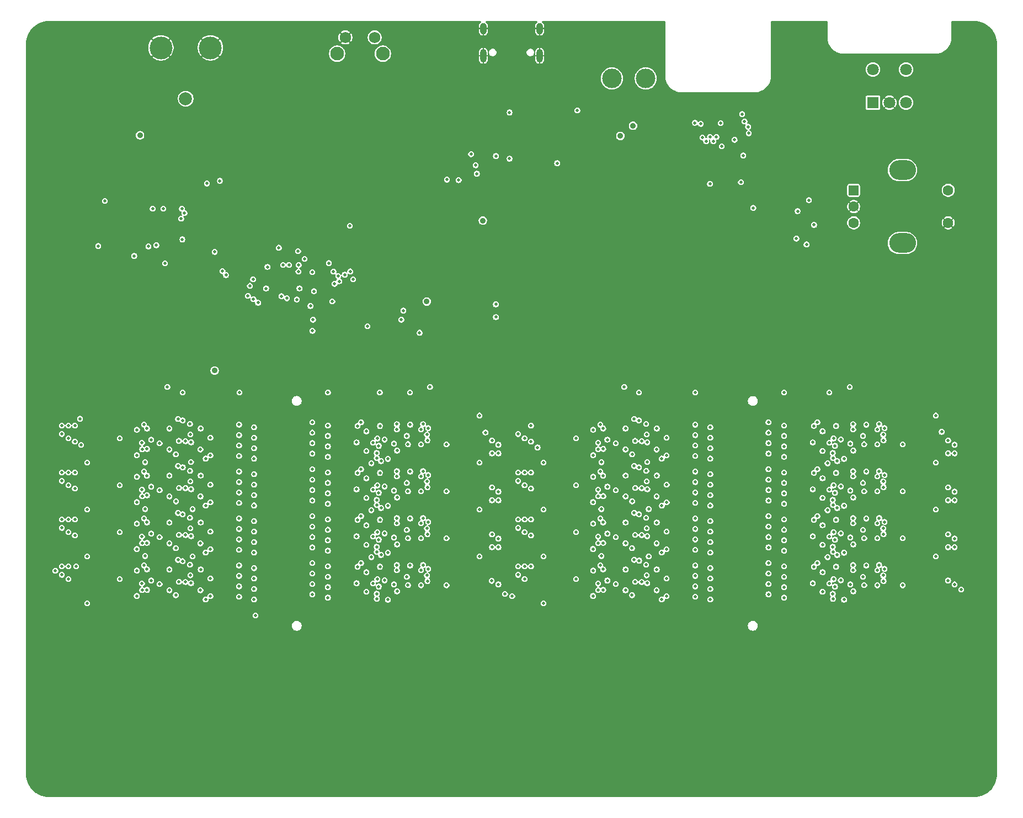
<source format=gbr>
%TF.GenerationSoftware,KiCad,Pcbnew,9.0.5*%
%TF.CreationDate,2025-11-03T14:02:59-05:00*%
%TF.ProjectId,ephys-test-board,65706879-732d-4746-9573-742d626f6172,E*%
%TF.SameCoordinates,Original*%
%TF.FileFunction,Copper,L2,Inr*%
%TF.FilePolarity,Positive*%
%FSLAX46Y46*%
G04 Gerber Fmt 4.6, Leading zero omitted, Abs format (unit mm)*
G04 Created by KiCad (PCBNEW 9.0.5) date 2025-11-03 14:02:59*
%MOMM*%
%LPD*%
G01*
G04 APERTURE LIST*
G04 Aperture macros list*
%AMRoundRect*
0 Rectangle with rounded corners*
0 $1 Rounding radius*
0 $2 $3 $4 $5 $6 $7 $8 $9 X,Y pos of 4 corners*
0 Add a 4 corners polygon primitive as box body*
4,1,4,$2,$3,$4,$5,$6,$7,$8,$9,$2,$3,0*
0 Add four circle primitives for the rounded corners*
1,1,$1+$1,$2,$3*
1,1,$1+$1,$4,$5*
1,1,$1+$1,$6,$7*
1,1,$1+$1,$8,$9*
0 Add four rect primitives between the rounded corners*
20,1,$1+$1,$2,$3,$4,$5,0*
20,1,$1+$1,$4,$5,$6,$7,0*
20,1,$1+$1,$6,$7,$8,$9,0*
20,1,$1+$1,$8,$9,$2,$3,0*%
G04 Aperture macros list end*
%TA.AperFunction,ComponentPad*%
%ADD10C,2.100000*%
%TD*%
%TA.AperFunction,ComponentPad*%
%ADD11C,1.750000*%
%TD*%
%TA.AperFunction,ComponentPad*%
%ADD12RoundRect,0.250000X-0.550000X-0.550000X0.550000X-0.550000X0.550000X0.550000X-0.550000X0.550000X0*%
%TD*%
%TA.AperFunction,ComponentPad*%
%ADD13C,1.600000*%
%TD*%
%TA.AperFunction,ComponentPad*%
%ADD14O,4.100000X3.000000*%
%TD*%
%TA.AperFunction,ComponentPad*%
%ADD15C,3.000000*%
%TD*%
%TA.AperFunction,ComponentPad*%
%ADD16C,5.700000*%
%TD*%
%TA.AperFunction,ComponentPad*%
%ADD17R,1.800000X1.800000*%
%TD*%
%TA.AperFunction,ComponentPad*%
%ADD18C,1.800000*%
%TD*%
%TA.AperFunction,ComponentPad*%
%ADD19C,2.000000*%
%TD*%
%TA.AperFunction,ComponentPad*%
%ADD20C,3.500000*%
%TD*%
%TA.AperFunction,HeatsinkPad*%
%ADD21O,1.000000X2.100000*%
%TD*%
%TA.AperFunction,HeatsinkPad*%
%ADD22O,1.000000X1.800000*%
%TD*%
%TA.AperFunction,ViaPad*%
%ADD23C,0.500000*%
%TD*%
%TA.AperFunction,ViaPad*%
%ADD24C,0.900000*%
%TD*%
G04 APERTURE END LIST*
D10*
%TO.N,*%
%TO.C,SW4*%
X173250000Y-60490000D03*
X180260000Y-60490000D03*
D11*
%TO.N,GND*%
X174500000Y-58000000D03*
%TO.N,Net-(U2-RUN)*%
X179000000Y-58000000D03*
%TD*%
D12*
%TO.N,Net-(R279-Pad2)*%
%TO.C,SW2*%
X252500000Y-81450000D03*
D13*
%TO.N,Net-(R280-Pad2)*%
X252500000Y-86450000D03*
%TO.N,GND*%
X252500000Y-83950000D03*
%TO.N,Net-(R269-Pad2)*%
X267000000Y-81450000D03*
%TO.N,GND*%
X267000000Y-86450000D03*
D14*
%TO.N,N/C*%
X260000000Y-78350000D03*
X260000000Y-89550000D03*
%TD*%
D15*
%TO.N,Net-(J7-Pin_2)*%
%TO.C,TP16*%
X215400000Y-64300000D03*
%TD*%
D16*
%TO.N,GND*%
%TO.C,H1*%
X129000000Y-171000000D03*
%TD*%
D17*
%TO.N,/USB/Pow_{En}*%
%TO.C,SW1*%
X255460000Y-68000000D03*
D18*
%TO.N,GND*%
X258000000Y-68000000D03*
%TO.N,unconnected-(SW1-C-Pad3)*%
X260540000Y-68000000D03*
%TO.N,N/C*%
X255460000Y-62920000D03*
X260540000Y-62920000D03*
%TD*%
D16*
%TO.N,GND*%
%TO.C,H2*%
X129000000Y-59000000D03*
%TD*%
D19*
%TO.N,Net-(J5-In)*%
%TO.C,J5*%
X150000000Y-67400000D03*
D20*
%TO.N,GND*%
X153800000Y-59600000D03*
X146200000Y-59600000D03*
%TD*%
D16*
%TO.N,GND*%
%TO.C,H3*%
X271000000Y-59000000D03*
%TD*%
D15*
%TO.N,+BATT*%
%TO.C,TP8*%
X220600000Y-64300000D03*
%TD*%
D21*
%TO.N,GND*%
%TO.C,J6*%
X204320000Y-60815000D03*
D22*
X204320000Y-56635000D03*
D21*
X195680000Y-60815000D03*
D22*
X195680000Y-56635000D03*
%TD*%
D16*
%TO.N,GND*%
%TO.C,H4*%
X271000000Y-171000000D03*
%TD*%
D23*
%TO.N,VCC*%
X247725000Y-128625000D03*
X194500000Y-77600000D03*
X195100000Y-116000000D03*
X247725000Y-132825000D03*
X232100000Y-71150000D03*
X153250000Y-80400000D03*
X177725000Y-125625000D03*
X152263000Y-142800000D03*
X252425000Y-132525000D03*
X217505000Y-125205000D03*
X154450000Y-90900000D03*
X182425000Y-139725000D03*
X152270000Y-128405000D03*
X265100000Y-137600000D03*
X177725000Y-140025000D03*
X162350000Y-96500000D03*
X195100000Y-137600000D03*
X146840000Y-92650000D03*
X152299500Y-139600000D03*
D24*
X143000000Y-73000000D03*
D23*
X134900000Y-137600000D03*
X252425000Y-139725000D03*
X167350000Y-92900000D03*
X147499500Y-142800000D03*
X217498500Y-121200000D03*
X247725000Y-140025000D03*
X222261500Y-142800000D03*
X182446000Y-142975000D03*
X177725000Y-128625000D03*
D24*
X154450000Y-109100000D03*
D23*
X164700000Y-97693140D03*
X222268500Y-128405000D03*
D24*
X195600000Y-86100000D03*
D23*
X167450000Y-96500000D03*
X182446000Y-121375000D03*
X247725000Y-118425000D03*
X195100000Y-123200000D03*
X204900000Y-130400000D03*
X147500000Y-121200000D03*
X182446000Y-135775000D03*
X182425000Y-132525000D03*
X222260500Y-135600000D03*
X265100000Y-116000000D03*
X155250000Y-80000000D03*
X222262000Y-121200000D03*
X162550000Y-93200000D03*
X252446000Y-121375000D03*
X152262000Y-135600000D03*
X252446000Y-135775000D03*
X152306500Y-125205000D03*
X265100000Y-123200000D03*
X247725000Y-125625000D03*
X222298000Y-139600000D03*
X147506500Y-125205000D03*
X137596000Y-83094000D03*
X204900000Y-144800000D03*
X222297000Y-132400000D03*
X217498000Y-139600000D03*
X247725000Y-135825000D03*
X182425000Y-125325000D03*
X164950000Y-92900000D03*
X147499500Y-139600000D03*
X182425000Y-118125000D03*
X147500000Y-118000000D03*
X235200000Y-80200000D03*
X152300000Y-118000000D03*
X168250000Y-91960000D03*
X147506500Y-128405000D03*
D24*
X187000000Y-98500000D03*
D23*
X147498500Y-132400000D03*
X134900000Y-123200000D03*
X222305000Y-125205000D03*
X252446000Y-142975000D03*
X160700000Y-146650000D03*
X265100000Y-130400000D03*
X177725000Y-135825000D03*
X217498500Y-118000000D03*
X144273000Y-90061000D03*
X217497000Y-135600000D03*
X152263500Y-121200000D03*
X195100000Y-130400000D03*
X247725000Y-143025000D03*
X134900000Y-144800000D03*
X177725000Y-121425000D03*
X204900000Y-137600000D03*
X222298500Y-118000000D03*
X247725000Y-121425000D03*
X134900000Y-130400000D03*
X177725000Y-143025000D03*
X147498500Y-135600000D03*
X217497000Y-132400000D03*
X165850000Y-92900000D03*
X172500000Y-98500000D03*
X177725000Y-118425000D03*
X177725000Y-132825000D03*
X204900000Y-123200000D03*
X243900000Y-84650000D03*
X217498000Y-142800000D03*
X182446000Y-128575000D03*
X252446000Y-128575000D03*
X152298500Y-132400000D03*
X237100000Y-84150000D03*
X246420000Y-86753750D03*
X252425000Y-118125000D03*
X252425000Y-125325000D03*
X235550000Y-76100000D03*
X217505000Y-128405000D03*
%TO.N,GND*%
X190000000Y-128700000D03*
X147500000Y-117040000D03*
X137200000Y-120100000D03*
X193000000Y-140600000D03*
D24*
X195400000Y-65400000D03*
D23*
X190000000Y-143100000D03*
X235300000Y-128200000D03*
D24*
X151050000Y-107850000D03*
D23*
X153350000Y-85500000D03*
X252425000Y-136725000D03*
X222298500Y-117040000D03*
D24*
X242650000Y-96500000D03*
D23*
X197950000Y-90750000D03*
X181148274Y-121671370D03*
D24*
X211750000Y-87150000D03*
D23*
X254450000Y-128330000D03*
D24*
X143000000Y-170000000D03*
D23*
X160150000Y-87500000D03*
X225250000Y-66600000D03*
X211850000Y-82100000D03*
X212688500Y-117430000D03*
X230200000Y-130600000D03*
D24*
X144750000Y-107900000D03*
D23*
X215566232Y-140160016D03*
X262400000Y-131000000D03*
X184450000Y-142730000D03*
X204400000Y-75200000D03*
X138850000Y-145700000D03*
X215573232Y-125765016D03*
X163000000Y-95900000D03*
X215698500Y-121628247D03*
D24*
X164650000Y-80400000D03*
D23*
X251148274Y-121671370D03*
D24*
X138970000Y-68765000D03*
X126850000Y-105300000D03*
D23*
X220119500Y-118110041D03*
D24*
X152869000Y-95086000D03*
X161600000Y-160950000D03*
D23*
X137200000Y-117600000D03*
X252425000Y-133525000D03*
X207250000Y-119250000D03*
X205733819Y-73887089D03*
X145699500Y-143228247D03*
X233250000Y-69150000D03*
X133400000Y-105050000D03*
X137550000Y-106750000D03*
X168850000Y-87800000D03*
D24*
X236600000Y-106650000D03*
X268100000Y-89100000D03*
D23*
X136900000Y-133000000D03*
X193000000Y-133400000D03*
X247825000Y-144025000D03*
D24*
X142938000Y-76919000D03*
D23*
X217000000Y-91800000D03*
X222298000Y-138640000D03*
X152050000Y-101850000D03*
X132550000Y-138150000D03*
X131750000Y-108400000D03*
D24*
X138309000Y-92772000D03*
D23*
X158650000Y-96950000D03*
X135950000Y-100850000D03*
X149600000Y-102000000D03*
X217497000Y-131440000D03*
X177725000Y-133825000D03*
D24*
X201300000Y-99750000D03*
X193520000Y-68190000D03*
X188000000Y-69100000D03*
X158000000Y-73000000D03*
D23*
X170407000Y-114918000D03*
X217498500Y-120240000D03*
X229632000Y-114429000D03*
X136250000Y-103850000D03*
X177725000Y-119425000D03*
X132600000Y-130850000D03*
D24*
X249150000Y-160750000D03*
D23*
X202600000Y-123850000D03*
X207050000Y-114800000D03*
X184455000Y-132550000D03*
X179795000Y-125650000D03*
X215566732Y-118560016D03*
D24*
X240550000Y-67100000D03*
D23*
X208341500Y-144295000D03*
X132300000Y-102800000D03*
X247825000Y-136825000D03*
X254455000Y-125350000D03*
X147500000Y-120240000D03*
X210878500Y-123060000D03*
X139992000Y-132395000D03*
X153270000Y-115030000D03*
X248470000Y-81803750D03*
X156000000Y-130500000D03*
X150119500Y-132510041D03*
X140000000Y-125200000D03*
X184455000Y-125350000D03*
D24*
X251800000Y-64000000D03*
X190300000Y-65600000D03*
D23*
X199850000Y-62750000D03*
X256700000Y-142600000D03*
X219950000Y-80500000D03*
X247725000Y-141025000D03*
X263000000Y-141600000D03*
X184455000Y-139750000D03*
X251800000Y-74400000D03*
X174100000Y-137800000D03*
D24*
X249450000Y-85950000D03*
D23*
X150000000Y-99800000D03*
X182425000Y-126325000D03*
X152263500Y-120220000D03*
D24*
X155100000Y-69900000D03*
D23*
X146100000Y-99100000D03*
X247825000Y-129625000D03*
X222262000Y-120220000D03*
X251148274Y-128871370D03*
D24*
X163450000Y-61000000D03*
D23*
X263000000Y-127200000D03*
X157000000Y-102850000D03*
X224100000Y-70150000D03*
D24*
X239550000Y-72550000D03*
D23*
X208298500Y-122700000D03*
X251148274Y-143271370D03*
D24*
X237035000Y-81230000D03*
D23*
X191750364Y-138253080D03*
D24*
X132661000Y-91348000D03*
D23*
X138450000Y-137050000D03*
X145567732Y-140160016D03*
X142690000Y-117430000D03*
X252425000Y-126325000D03*
X149673000Y-90295000D03*
X260000000Y-135900000D03*
X193000000Y-120000000D03*
X222261500Y-141820000D03*
X177825000Y-122425000D03*
X247725000Y-126625000D03*
X150121000Y-118110041D03*
D24*
X133450000Y-97800000D03*
D23*
X138343000Y-144295000D03*
D24*
X193300000Y-88000000D03*
D23*
X252425000Y-129525000D03*
X206900000Y-133000000D03*
X190000000Y-121500000D03*
D24*
X182000000Y-169700000D03*
D23*
X156400000Y-84700000D03*
X152250000Y-85500000D03*
X192450000Y-130900000D03*
X136950000Y-115050000D03*
D24*
X268100000Y-94900000D03*
D23*
X228000000Y-66650000D03*
X159950000Y-123400000D03*
D24*
X152900000Y-75900000D03*
X169556000Y-66242000D03*
X220400000Y-86450000D03*
D23*
X218450000Y-90300000D03*
X251328000Y-114474000D03*
X208300000Y-76400000D03*
X150239500Y-142830000D03*
X145566732Y-132960016D03*
X140873000Y-137455000D03*
X150127500Y-125315041D03*
X164850000Y-87500000D03*
D24*
X177100000Y-61600000D03*
D23*
X177825000Y-136825000D03*
X190900000Y-83500000D03*
X230250000Y-137850000D03*
X239650000Y-137800000D03*
X254450000Y-135530000D03*
D24*
X208900000Y-69300000D03*
D23*
X164700000Y-142250000D03*
X202650000Y-130950000D03*
X262500000Y-138450000D03*
D24*
X238450000Y-76200000D03*
X191400000Y-71500000D03*
D23*
X145698500Y-136028247D03*
D24*
X252750000Y-96350000D03*
D23*
X249795000Y-118450000D03*
D24*
X243750000Y-82000000D03*
D23*
X171250000Y-92900000D03*
X152262000Y-134620000D03*
X232450000Y-81850000D03*
X217505000Y-127445000D03*
D24*
X126650000Y-138200000D03*
D23*
X182425000Y-119125000D03*
X251148274Y-136071370D03*
X199800000Y-92100000D03*
X163000000Y-94300000D03*
X192150000Y-128400000D03*
D24*
X230150000Y-89650000D03*
D23*
X150120500Y-139710041D03*
X173800000Y-89500000D03*
X139600000Y-95450000D03*
X130200000Y-106550000D03*
X226000000Y-137800000D03*
X203950000Y-142950000D03*
X186700000Y-128200000D03*
X186700000Y-142600000D03*
D24*
X135771000Y-82788000D03*
D23*
X144050000Y-146650000D03*
D24*
X272300000Y-134300000D03*
D23*
X166650000Y-97400000D03*
X156000000Y-123300000D03*
X181800000Y-88800000D03*
X150238500Y-135630000D03*
X156569000Y-91824000D03*
X163950000Y-104050000D03*
X222297000Y-131440000D03*
X226600000Y-73450000D03*
X177725000Y-126625000D03*
X260000000Y-128700000D03*
X241500000Y-88650000D03*
X236050000Y-67400000D03*
X186700000Y-135400000D03*
D24*
X224450000Y-93950000D03*
D23*
X147506500Y-127445000D03*
X171250000Y-92000000D03*
X184450000Y-128330000D03*
D24*
X234250000Y-86850000D03*
D23*
X145706500Y-128833247D03*
X133350000Y-111000000D03*
D24*
X205350000Y-94350000D03*
X270500000Y-158000000D03*
D23*
X197600000Y-88450000D03*
X254450000Y-142730000D03*
X245800000Y-75150000D03*
X181148274Y-136071370D03*
X167050000Y-95700000D03*
D24*
X268050000Y-107350000D03*
D23*
X247725000Y-119425000D03*
X181148274Y-143271370D03*
X152300000Y-117040000D03*
X152263000Y-141820000D03*
X214650000Y-114300000D03*
X164600000Y-130700000D03*
X139350000Y-108700000D03*
X208348500Y-129900000D03*
X220237000Y-135630000D03*
X159980000Y-115170000D03*
D24*
X206800000Y-69400000D03*
X130300000Y-152900000D03*
D23*
X217498000Y-138640000D03*
X169650000Y-137750000D03*
X220119000Y-139710041D03*
X167050000Y-94800000D03*
D24*
X206150000Y-87450000D03*
D23*
X198700000Y-124800000D03*
X190000000Y-135900000D03*
X254455000Y-118150000D03*
X260000000Y-121500000D03*
D24*
X138750000Y-61400000D03*
D23*
X239600000Y-130550000D03*
X263000000Y-120000000D03*
X182425000Y-129525000D03*
D24*
X200950000Y-67350000D03*
D23*
X140880000Y-123060000D03*
X256700000Y-128200000D03*
X193000000Y-134400000D03*
D24*
X181100000Y-67100000D03*
D23*
X169750000Y-130700000D03*
D24*
X243900000Y-57200000D03*
D23*
X249795000Y-125650000D03*
X140800000Y-113900000D03*
X206900000Y-140250000D03*
X247725000Y-133825000D03*
X206900000Y-80400000D03*
D24*
X172750000Y-84950000D03*
D23*
X208300000Y-75400000D03*
X202200000Y-151350000D03*
X158700000Y-145700000D03*
X155903000Y-78170000D03*
X215705000Y-128833247D03*
X204000000Y-128700000D03*
D24*
X133291000Y-79339000D03*
D23*
X252425000Y-119125000D03*
X174120000Y-123400000D03*
X156000000Y-137800000D03*
X184450000Y-135530000D03*
X179795000Y-118450000D03*
X139993000Y-139595000D03*
X140000000Y-100500000D03*
X174000000Y-130600000D03*
D24*
X144049000Y-94694000D03*
D23*
X145710000Y-115140000D03*
X162600000Y-147550000D03*
X184450000Y-121130000D03*
X191800000Y-114600000D03*
X222305000Y-124245000D03*
X210871500Y-137455000D03*
X184455000Y-118150000D03*
D24*
X173450000Y-107700000D03*
X172000000Y-74300000D03*
D23*
X155744000Y-100910000D03*
X182425000Y-143925000D03*
X182425000Y-122325000D03*
X240671000Y-114874000D03*
X136900000Y-125500000D03*
D24*
X225100000Y-170000000D03*
D23*
X211900000Y-147700000D03*
D24*
X247850000Y-80100000D03*
X271200000Y-66200000D03*
X255250000Y-106350000D03*
D23*
X263000000Y-140600000D03*
X217497000Y-134640000D03*
X137635000Y-85651000D03*
D24*
X204950000Y-162100000D03*
D23*
X147499500Y-141840000D03*
D24*
X224350000Y-106750000D03*
D23*
X217498500Y-117040000D03*
X160150000Y-130600000D03*
D24*
X182200000Y-82400000D03*
D23*
X222268500Y-127425000D03*
D24*
X218100000Y-65700000D03*
D23*
X209998500Y-125200000D03*
X155100000Y-146600000D03*
X144781000Y-82377000D03*
D24*
X176389000Y-81561000D03*
D23*
X172350000Y-147750000D03*
X220126000Y-125315041D03*
X229700000Y-68450000D03*
D24*
X258400000Y-73600000D03*
D23*
X222260500Y-134620000D03*
D24*
X214850000Y-94350000D03*
D23*
X152550000Y-103800000D03*
X233300000Y-66850000D03*
X147328000Y-82514000D03*
X247825000Y-122425000D03*
X261900000Y-116750000D03*
X138350000Y-129900000D03*
X152298500Y-131440000D03*
X180800000Y-114550000D03*
X150240000Y-121230000D03*
D24*
X208950000Y-107150000D03*
D23*
X239650000Y-123400000D03*
X177100000Y-89500000D03*
X222450000Y-114500000D03*
D24*
X218625000Y-77970000D03*
D23*
X242920000Y-86603750D03*
X160850000Y-89600000D03*
X193000000Y-126200000D03*
X149600000Y-146400000D03*
X252425000Y-122325000D03*
D24*
X215400000Y-101400000D03*
D23*
X260000000Y-143100000D03*
X205600000Y-82250000D03*
X138650000Y-97200000D03*
X207300000Y-91700000D03*
X181148274Y-128871370D03*
X172450000Y-96450000D03*
D24*
X184100000Y-74500000D03*
D23*
X152270000Y-127425000D03*
X202900000Y-74200000D03*
X186700000Y-121000000D03*
X152299500Y-138640000D03*
X226100000Y-130600000D03*
X206900000Y-125800000D03*
X193000000Y-127200000D03*
X199850000Y-65000000D03*
X144297000Y-87125000D03*
X220238000Y-142830000D03*
X226000000Y-123400000D03*
X177725000Y-141025000D03*
D24*
X148727000Y-95123000D03*
D23*
X220118000Y-132510041D03*
X145574732Y-125765016D03*
D24*
X249650000Y-91500000D03*
D23*
X256700000Y-135400000D03*
D24*
X219300000Y-75400000D03*
D23*
X215565232Y-132960016D03*
X134750000Y-107350000D03*
X192300000Y-82200000D03*
X209991500Y-139595000D03*
X182425000Y-140725000D03*
D24*
X190700000Y-78900000D03*
D23*
X140123000Y-86808000D03*
X259250000Y-112850000D03*
X219850000Y-82250000D03*
D24*
X198500000Y-107300000D03*
D23*
X193000000Y-119000000D03*
D24*
X150044000Y-81438000D03*
D23*
X170400000Y-87900000D03*
X233400000Y-68150000D03*
D24*
X262200000Y-171400000D03*
D23*
X203950000Y-122300000D03*
X263000000Y-133400000D03*
D24*
X212530000Y-76235000D03*
X164700000Y-108050000D03*
D23*
X235050000Y-118650000D03*
X166050000Y-102300000D03*
X132600000Y-123700000D03*
X140872000Y-130255000D03*
X140000000Y-118000000D03*
X262600000Y-128550000D03*
X165149635Y-102325734D03*
X191525060Y-146068366D03*
X193300000Y-82200000D03*
X198942893Y-115757107D03*
X143450000Y-105000000D03*
X146100000Y-97350000D03*
X182425000Y-133525000D03*
X193000000Y-141600000D03*
X246597000Y-114894000D03*
X220200000Y-147150000D03*
X263000000Y-126200000D03*
X202700000Y-138100000D03*
D24*
X271600000Y-117650000D03*
D23*
X209990500Y-132395000D03*
X217505000Y-124245000D03*
X147506500Y-124245000D03*
X179795000Y-132850000D03*
X162850000Y-101450000D03*
X254455000Y-132550000D03*
X205700000Y-75200000D03*
X209998500Y-118000000D03*
X180449265Y-85899265D03*
X224000000Y-66500000D03*
D24*
X226350000Y-82400000D03*
D23*
X198100000Y-150850000D03*
X208448500Y-137050000D03*
D24*
X212100000Y-59100000D03*
D23*
X198600000Y-132300000D03*
X160300000Y-137850000D03*
X256700000Y-121000000D03*
X220245000Y-128435000D03*
X225100000Y-76150000D03*
X234850000Y-142700000D03*
X185300000Y-85300000D03*
X147498500Y-134640000D03*
X182425000Y-136725000D03*
X150246500Y-128435000D03*
X133050000Y-114750000D03*
X179795000Y-140050000D03*
X152306500Y-124245000D03*
X140123000Y-103572000D03*
X180278070Y-147975983D03*
X254450000Y-121130000D03*
X198600000Y-139400000D03*
X144050000Y-102150000D03*
X135369582Y-111489142D03*
X138300000Y-122700000D03*
X215698000Y-143228247D03*
D24*
X265800000Y-70600000D03*
X185750000Y-107450000D03*
D23*
X254455000Y-139750000D03*
X252425000Y-140725000D03*
X203900000Y-136100000D03*
D24*
X126600000Y-120150000D03*
D23*
X249795000Y-132850000D03*
D24*
X186700000Y-77300000D03*
D23*
X206050000Y-90050000D03*
X262900000Y-114800000D03*
X177825000Y-144025000D03*
D24*
X190550000Y-90200000D03*
D23*
X263000000Y-134400000D03*
X245400000Y-88550000D03*
X249795000Y-140050000D03*
X165750000Y-87500000D03*
X220238500Y-121230000D03*
X158850000Y-106150000D03*
X227850000Y-147000000D03*
X225550000Y-71700000D03*
D24*
X211900000Y-68700000D03*
D23*
X262450000Y-122150000D03*
X233450000Y-74000000D03*
X210870500Y-130255000D03*
X248200000Y-66600000D03*
X169700000Y-123350000D03*
X163950000Y-98200000D03*
D24*
X195600000Y-71600000D03*
D23*
X217498000Y-141840000D03*
D24*
X190200000Y-61300000D03*
D23*
X174550000Y-95250000D03*
X145700000Y-121628247D03*
X184650000Y-89750000D03*
X147498500Y-131440000D03*
X145568232Y-118560016D03*
X263000000Y-119000000D03*
X148721000Y-91600000D03*
X164500000Y-117750000D03*
X252425000Y-143925000D03*
D24*
X270200000Y-76300000D03*
D23*
X147499500Y-138640000D03*
X215697000Y-136028247D03*
X177825000Y-129625000D03*
X136900000Y-140400000D03*
X143337000Y-90117000D03*
%TO.N,Net-(U2-VREG_VOUT)*%
X167250000Y-90800000D03*
X164290000Y-90260000D03*
X165550000Y-98000000D03*
%TO.N,Net-(R13-Pad1)*%
X153800000Y-119400000D03*
X150672021Y-117272288D03*
%TO.N,Net-(R20-Pad1)*%
X153800000Y-122100000D03*
X148500000Y-121950000D03*
%TO.N,/USB/Pow_{En}*%
X191888909Y-79888909D03*
%TO.N,Net-(R21-Pad1)*%
X153063500Y-122600000D03*
X146000000Y-120250000D03*
%TO.N,/Headstage IO/B6.E_{6}*%
X169425000Y-136225000D03*
%TO.N,/Headstage IO/B0.E_{7}*%
X160500000Y-122600000D03*
%TO.N,/Headstage IO/B4.E_{6}*%
X169425000Y-121825000D03*
%TO.N,/Headstage IO/B0.E_{1}*%
X160500000Y-117800000D03*
%TO.N,/Headstage IO/B4.E_{0}*%
X169425000Y-117025000D03*
%TO.N,/Headstage IO/B3.E_{1}*%
X160500000Y-139400000D03*
%TO.N,/Headstage IO/B5.E_{4}*%
X169425000Y-127425000D03*
%TO.N,/Headstage IO/B7.E_{2}*%
X169425000Y-140225000D03*
%TO.N,/Headstage IO/B4.E_{2}*%
X169425000Y-118625000D03*
%TO.N,/Headstage IO/B3.E_{5}*%
X160500000Y-142600000D03*
%TO.N,/Headstage IO/B2.E_{3}*%
X160500000Y-133800000D03*
%TO.N,/Headstage IO/B6.E_{4}*%
X169425000Y-134625000D03*
%TO.N,/Headstage IO/B2.E_{7}*%
X160500000Y-137000000D03*
%TO.N,/Headstage IO/B1.E_{5}*%
X160500000Y-128200000D03*
%TO.N,/Headstage IO/B5.E_{6}*%
X169425000Y-129025000D03*
%TO.N,/Headstage IO/B6.E_{2}*%
X169425000Y-133025000D03*
%TO.N,/Headstage IO/B3.E_{3}*%
X160500000Y-141000000D03*
%TO.N,/Headstage IO/B0.E_{3}*%
X160500000Y-119400000D03*
%TO.N,/Headstage IO/B1.E_{7}*%
X160500000Y-129800000D03*
%TO.N,/Headstage IO/B5.E_{2}*%
X169425000Y-125825000D03*
%TO.N,/Headstage IO/B2.E_{5}*%
X160500000Y-135400000D03*
%TO.N,/Headstage IO/B1.E_{3}*%
X160500000Y-126600000D03*
%TO.N,/Headstage IO/B5.E_{0}*%
X169425000Y-124225000D03*
%TO.N,/Headstage IO/B4.E_{4}*%
X169425000Y-120225000D03*
%TO.N,/Headstage IO/B7.E_{4}*%
X169425000Y-141825000D03*
%TO.N,/Headstage IO/B3.E_{7}*%
X160500000Y-144200000D03*
%TO.N,/Headstage IO/B1.E_{1}*%
X160500000Y-125000000D03*
%TO.N,/Headstage IO/B0.E_{5}*%
X160500000Y-121000000D03*
%TO.N,/Headstage IO/B6.E_{0}*%
X169425000Y-131425000D03*
%TO.N,/Headstage IO/B7.E_{6}*%
X169425000Y-143425000D03*
%TO.N,/Headstage IO/B7.E_{0}*%
X169425000Y-138625000D03*
%TO.N,/Headstage IO/B2.E_{1}*%
X160500000Y-132200000D03*
%TO.N,/Headstage IO/B11.E_{7}*%
X230500000Y-144200000D03*
%TO.N,/Headstage IO/B15.E_{0}*%
X239425000Y-138625000D03*
%TO.N,/Headstage IO/B12.E_{0}*%
X239425000Y-117025000D03*
%TO.N,/Headstage IO/B15.E_{6}*%
X239425000Y-143425000D03*
%TO.N,/Headstage IO/B9.E_{1}*%
X230500000Y-125000000D03*
%TO.N,/Headstage IO/B9.E_{3}*%
X230500000Y-126600000D03*
%TO.N,/Headstage IO/B13.E_{2}*%
X239425000Y-125825000D03*
%TO.N,/Headstage IO/B13.E_{0}*%
X239425000Y-124225000D03*
%TO.N,/Headstage IO/B14.E_{6}*%
X239425000Y-136225000D03*
%TO.N,/Headstage IO/B15.E_{4}*%
X239425000Y-141825000D03*
%TO.N,/Headstage IO/B14.E_{4}*%
X239425000Y-134625000D03*
%TO.N,/Headstage IO/B12.E_{2}*%
X239425000Y-118625000D03*
%TO.N,/Headstage IO/B10.E_{5}*%
X230500000Y-135400000D03*
%TO.N,/Headstage IO/B13.E_{6}*%
X239425000Y-129025000D03*
%TO.N,/Headstage IO/B10.E_{7}*%
X230500000Y-137000000D03*
%TO.N,/Headstage IO/B10.E_{1}*%
X230500000Y-132200000D03*
%TO.N,/Headstage IO/B11.E_{5}*%
X230500000Y-142600000D03*
%TO.N,/Headstage IO/B9.E_{5}*%
X230500000Y-128200000D03*
%TO.N,/Headstage IO/B8.E_{7}*%
X230500000Y-122600000D03*
%TO.N,/Headstage IO/B9.E_{7}*%
X230500000Y-129800000D03*
%TO.N,/Headstage IO/B8.E_{5}*%
X230500000Y-121000000D03*
%TO.N,/Headstage IO/B11.E_{3}*%
X230500000Y-141000000D03*
%TO.N,/Headstage IO/B8.E_{1}*%
X230500000Y-117800000D03*
%TO.N,/Headstage IO/B10.E_{3}*%
X230500000Y-133800000D03*
%TO.N,/Headstage IO/B15.E_{2}*%
X239425000Y-140225000D03*
%TO.N,/Headstage IO/B8.E_{3}*%
X230500000Y-119400000D03*
%TO.N,/Headstage IO/B14.E_{2}*%
X239425000Y-133025000D03*
%TO.N,/Headstage IO/B14.E_{0}*%
X239425000Y-131425000D03*
%TO.N,/Headstage IO/B12.E_{4}*%
X239425000Y-120225000D03*
%TO.N,/Headstage IO/B13.E_{4}*%
X239425000Y-127425000D03*
%TO.N,/Headstage IO/B12.E_{6}*%
X239425000Y-121825000D03*
%TO.N,/Headstage IO/B11.E_{1}*%
X230500000Y-139400000D03*
%TO.N,/MCU/RP2040_{TX}*%
X185900000Y-103300000D03*
X155650000Y-93850000D03*
%TO.N,/MCU/Encoder_{A}*%
X169700256Y-96925932D03*
X245620000Y-82953750D03*
%TO.N,Net-(J4-Pin_14)*%
X235750000Y-70900000D03*
%TO.N,/MCU/RP2040_{RX}*%
X183400000Y-99900000D03*
X156185826Y-94461281D03*
%TO.N,/MCU/Encoder_{B}*%
X245270000Y-89753750D03*
X172850000Y-95800000D03*
%TO.N,Net-(R29-Pad1)*%
X153806500Y-126605000D03*
X150678521Y-124477288D03*
%TO.N,Net-(U2-RUN)*%
X171970000Y-92610000D03*
X175200000Y-86900000D03*
X169150000Y-99200000D03*
%TO.N,Net-(R36-Pad1)*%
X148506500Y-129155000D03*
X153806500Y-129305000D03*
%TO.N,/MCU/SCK*%
X160400000Y-98150000D03*
X149321000Y-85803000D03*
%TO.N,/MCU/SR_{SER}*%
X133950000Y-120500000D03*
X133800000Y-116500000D03*
%TO.N,Net-(R37-Pad1)*%
X146006500Y-127455000D03*
X153070000Y-129805000D03*
%TO.N,SR_{~{SRCLR}}*%
X130000000Y-139800000D03*
X269000000Y-142700000D03*
X200100000Y-143700000D03*
%TO.N,SR_{SRCLK}*%
X268000000Y-127675000D03*
X198000000Y-141900000D03*
X131000000Y-139125000D03*
X131000000Y-117525000D03*
X131000000Y-131925000D03*
X268000000Y-129000000D03*
X198000000Y-127675000D03*
X201000000Y-131925000D03*
X131000000Y-118825000D03*
X201000000Y-139125000D03*
X198000000Y-120475000D03*
X201000000Y-118825000D03*
X268000000Y-121800000D03*
X131000000Y-124725000D03*
X131000000Y-133225000D03*
X267995000Y-141905000D03*
X198000000Y-129000000D03*
X201000000Y-124725000D03*
X198000000Y-134875000D03*
X268000000Y-120475000D03*
X268000000Y-134875000D03*
X201000000Y-140425000D03*
X268000000Y-136200000D03*
X198000000Y-121800000D03*
X131000000Y-140425000D03*
X201000000Y-133225000D03*
X131000000Y-126025000D03*
X201000000Y-126025000D03*
X198000000Y-136200000D03*
%TO.N,/MCU/TEST_{SEL}*%
X167055340Y-98193422D03*
X145502000Y-89882000D03*
%TO.N,/MCU/~{LDAC}*%
X149492000Y-88984000D03*
X161100000Y-98700000D03*
%TO.N,/MCU/SDI*%
X149425000Y-84280000D03*
X159850000Y-96100000D03*
%TO.N,Net-(R45-Pad1)*%
X150670521Y-131672288D03*
X153798500Y-133800000D03*
%TO.N,SR_{RCLK}*%
X202000000Y-124725000D03*
X197000000Y-121800000D03*
X132000000Y-117525000D03*
X267000000Y-136200000D03*
X202000000Y-119475000D03*
X197000000Y-136200000D03*
X132000000Y-139125000D03*
X267000000Y-127025000D03*
X197000000Y-129000000D03*
X132000000Y-124725000D03*
X202000000Y-133875000D03*
X267000000Y-141300000D03*
X197000000Y-119825000D03*
X267000000Y-119825000D03*
X132000000Y-119475000D03*
X132000000Y-126675000D03*
X132000000Y-133875000D03*
X197000000Y-127025000D03*
X132000000Y-131925000D03*
X267000000Y-134225000D03*
X267000000Y-121800000D03*
X196950000Y-141350000D03*
X267000000Y-129000000D03*
X202000000Y-131925000D03*
X202000000Y-126675000D03*
X197000000Y-134225000D03*
X202000000Y-139125000D03*
X132000000Y-141075000D03*
X202000000Y-141075000D03*
%TO.N,TESTSIG*%
X144070000Y-128231000D03*
X218978000Y-141490000D03*
X148986500Y-127095000D03*
X256125000Y-118125000D03*
X187500000Y-111608000D03*
X250525000Y-126875000D03*
X214073000Y-142733314D03*
X148819945Y-116533370D03*
X148818445Y-130933370D03*
X144075000Y-121133314D03*
X214073000Y-139594660D03*
X181025000Y-137050000D03*
X256125000Y-127625000D03*
X256125000Y-142025000D03*
X218818445Y-116533370D03*
X186125000Y-120425000D03*
X181025000Y-129850000D03*
X214072000Y-132394660D03*
X251025000Y-144250000D03*
X144073500Y-132394660D03*
X148826445Y-123738370D03*
X186125000Y-142025000D03*
X144074500Y-142733314D03*
X180525000Y-126875000D03*
X142109000Y-91517000D03*
X148980000Y-119890000D03*
X180525000Y-119675000D03*
X148978500Y-134290000D03*
X144058000Y-125223000D03*
X214073500Y-121133314D03*
X214073500Y-117994660D03*
X256125000Y-134825000D03*
X218816945Y-130933370D03*
X181025000Y-144250000D03*
X256125000Y-139725000D03*
X250525000Y-134075000D03*
X217300000Y-111608000D03*
X218817945Y-138133370D03*
X144075000Y-117994660D03*
X251025000Y-129850000D03*
X256125000Y-120425000D03*
X218824945Y-123738370D03*
X214075000Y-128360000D03*
X251892000Y-111608000D03*
X250525000Y-141275000D03*
X144074500Y-139594660D03*
X186125000Y-127625000D03*
X251025000Y-137050000D03*
X214064000Y-125209000D03*
X214072000Y-135533314D03*
X218978500Y-119890000D03*
X147200000Y-111600000D03*
X256125000Y-125325000D03*
X144073500Y-135533314D03*
X186125000Y-118125000D03*
X186125000Y-132525000D03*
X186125000Y-139725000D03*
X256125000Y-132525000D03*
X180525000Y-141275000D03*
X181025000Y-122650000D03*
X148979500Y-141490000D03*
X186125000Y-125325000D03*
X148819445Y-138133370D03*
X250525000Y-119675000D03*
X218985000Y-127095000D03*
X218977000Y-134290000D03*
X251025000Y-122650000D03*
X186125000Y-134825000D03*
X180525000Y-134075000D03*
%TO.N,/Signal Routing 3/SR_{OUT}*%
X133200000Y-139125000D03*
X196000000Y-118600000D03*
%TO.N,/Signal Routing 4/S_{0}*%
X186425000Y-117325000D03*
%TO.N,/Signal Routing 4/S_{6}*%
X179301933Y-121742976D03*
X190025000Y-120425000D03*
%TO.N,/Signal Routing 4/S_{3}*%
X179408000Y-119509000D03*
X187025000Y-118925000D03*
%TO.N,/Signal Routing 4/S_{4}*%
X187089124Y-119789124D03*
%TO.N,/Signal Routing 4/S_{2}*%
X187225000Y-117925000D03*
%TO.N,Net-(R52-Pad1)*%
X153798500Y-136500000D03*
X148498500Y-136350000D03*
%TO.N,Net-(R53-Pad1)*%
X145998500Y-134650000D03*
X153062000Y-137000000D03*
%TO.N,Net-(R61-Pad1)*%
X153799500Y-141000000D03*
X150671521Y-138872288D03*
%TO.N,Net-(R68-Pad1)*%
X148499500Y-143550000D03*
X153799500Y-143700000D03*
%TO.N,Net-(R69-Pad1)*%
X145999500Y-141850000D03*
X153063000Y-144200000D03*
%TO.N,Net-(R74-Pad1)*%
X183932782Y-119127001D03*
X176925000Y-117025000D03*
%TO.N,Net-(R75-Pad1)*%
X182425000Y-117325000D03*
X176384090Y-117584090D03*
%TO.N,Net-(R82-Pad1)*%
X179320000Y-122500000D03*
X176236599Y-120118420D03*
%TO.N,Net-(R83-Pad1)*%
X181975044Y-120300000D03*
X178755360Y-120166393D03*
%TO.N,Net-(R90-Pad1)*%
X183932782Y-126327001D03*
X176925000Y-124225000D03*
%TO.N,Net-(R91-Pad1)*%
X182425000Y-124525000D03*
X176384090Y-124784090D03*
%TO.N,Net-(R98-Pad1)*%
X179320000Y-129700000D03*
X176236599Y-127318420D03*
%TO.N,Net-(R99-Pad1)*%
X181975044Y-127500000D03*
X178755360Y-127366393D03*
%TO.N,Net-(R106-Pad1)*%
X183932782Y-133527001D03*
X176925000Y-131425000D03*
%TO.N,Net-(R107-Pad1)*%
X176384090Y-131984090D03*
X182425000Y-131725000D03*
%TO.N,Net-(R114-Pad1)*%
X179320000Y-136900000D03*
X176236599Y-134518420D03*
%TO.N,Net-(R115-Pad1)*%
X178755360Y-134566393D03*
X181975044Y-134700000D03*
%TO.N,Net-(R122-Pad1)*%
X183932782Y-140727001D03*
X176925000Y-138625000D03*
%TO.N,Net-(R123-Pad1)*%
X182425000Y-138925000D03*
X176384090Y-139184090D03*
%TO.N,Net-(R130-Pad1)*%
X179320000Y-144100000D03*
X176236599Y-141718420D03*
%TO.N,Net-(R131-Pad1)*%
X181975044Y-141900000D03*
X178755360Y-141766393D03*
%TO.N,Net-(R141-Pad1)*%
X220670521Y-117272288D03*
X223798500Y-119400000D03*
%TO.N,Net-(R148-Pad1)*%
X223798500Y-122100000D03*
X218498500Y-121950000D03*
%TO.N,Net-(R149-Pad1)*%
X215998500Y-120250000D03*
X223062000Y-122600000D03*
%TO.N,Net-(R157-Pad1)*%
X223805000Y-126605000D03*
X220677021Y-124477288D03*
%TO.N,Net-(R164-Pad1)*%
X218505000Y-129155000D03*
X223805000Y-129305000D03*
%TO.N,Net-(R165-Pad1)*%
X216005000Y-127455000D03*
X223068500Y-129805000D03*
%TO.N,Net-(R173-Pad1)*%
X223797000Y-133800000D03*
X220669021Y-131672288D03*
%TO.N,Net-(R180-Pad1)*%
X223797000Y-136500000D03*
X218497000Y-136350000D03*
%TO.N,Net-(R181-Pad1)*%
X215997000Y-134650000D03*
X223060500Y-137000000D03*
%TO.N,Net-(R189-Pad1)*%
X223798000Y-141000000D03*
X220670021Y-138872288D03*
%TO.N,Net-(R196-Pad1)*%
X223798000Y-143700000D03*
X218498000Y-143550000D03*
%TO.N,Net-(R197-Pad1)*%
X223061500Y-144200000D03*
X215998000Y-141850000D03*
%TO.N,Net-(R202-Pad1)*%
X253932782Y-119127001D03*
X246925000Y-117025000D03*
%TO.N,Net-(R203-Pad1)*%
X252425000Y-117325000D03*
X246384090Y-117584090D03*
%TO.N,Net-(R210-Pad1)*%
X246236599Y-120118420D03*
X249320000Y-122500000D03*
%TO.N,Net-(R211-Pad1)*%
X248755360Y-120166393D03*
X251975044Y-120300000D03*
%TO.N,Net-(R218-Pad1)*%
X253932782Y-126327001D03*
X246925000Y-124225000D03*
%TO.N,Net-(R219-Pad1)*%
X252425000Y-124525000D03*
X246384090Y-124784090D03*
%TO.N,Net-(R226-Pad1)*%
X246236599Y-127318420D03*
X249320000Y-129700000D03*
%TO.N,Net-(R227-Pad1)*%
X251975044Y-127500000D03*
X248755360Y-127366393D03*
%TO.N,Net-(R234-Pad1)*%
X253932782Y-133527001D03*
X246925000Y-131425000D03*
%TO.N,Net-(R235-Pad1)*%
X252425000Y-131725000D03*
X246384090Y-131984090D03*
%TO.N,Net-(R242-Pad1)*%
X249320000Y-136900000D03*
X246236599Y-134518420D03*
%TO.N,Net-(R243-Pad1)*%
X251975044Y-134700000D03*
X248755360Y-134566393D03*
%TO.N,Net-(R250-Pad1)*%
X246925000Y-138625000D03*
X253932782Y-140727001D03*
%TO.N,Net-(R251-Pad1)*%
X246384090Y-139184090D03*
X252425000Y-138925000D03*
%TO.N,Net-(R258-Pad1)*%
X246236599Y-141718420D03*
X249320000Y-144100000D03*
%TO.N,Net-(R259-Pad1)*%
X251975044Y-141900000D03*
X248755360Y-141766393D03*
%TO.N,/MCU/MOSI*%
X229850000Y-73900000D03*
X169427347Y-94011000D03*
%TO.N,Net-(J4-Pin_15)*%
X236400000Y-72700000D03*
%TO.N,Net-(J4-Pin_2)*%
X228150000Y-71100000D03*
%TO.N,/MCU/SCLK*%
X230450000Y-73250000D03*
X172680623Y-93904983D03*
%TO.N,/Signal Routing 0/S_{1}*%
X142520000Y-122080000D03*
X150730000Y-118900000D03*
%TO.N,/Signal Routing 0/S_{3}*%
X143290000Y-120160000D03*
%TO.N,/Signal Routing 0/S_{7}*%
X142525000Y-118175000D03*
%TO.N,/Signal Routing 0/S_{5}*%
X139900000Y-119475000D03*
%TO.N,/Signal Routing 0/S_{4}*%
X150840000Y-120110000D03*
X144700000Y-119700000D03*
%TO.N,/Signal Routing 0/SR_{OUT}*%
X133000000Y-117525000D03*
X133000000Y-120000000D03*
%TO.N,/Signal Routing 1/S_{1}*%
X142500000Y-129275000D03*
X150736500Y-126105000D03*
%TO.N,/Signal Routing 1/S_{3}*%
X143296500Y-127365000D03*
%TO.N,/Signal Routing 1/S_{7}*%
X142525000Y-125375000D03*
%TO.N,/Signal Routing 1/S_{5}*%
X139900000Y-126675000D03*
%TO.N,/Signal Routing 1/S_{4}*%
X144706500Y-126905000D03*
X150846500Y-127315000D03*
%TO.N,/Signal Routing 1/SR_{OUT}*%
X133000000Y-127200000D03*
X133000000Y-124725000D03*
%TO.N,/Signal Routing 2/S_{1}*%
X150728500Y-133300000D03*
X142492000Y-136470000D03*
%TO.N,/Signal Routing 2/S_{3}*%
X143288500Y-134560000D03*
%TO.N,/Signal Routing 2/S_{7}*%
X142517000Y-132570000D03*
%TO.N,/Signal Routing 2/S_{5}*%
X139892000Y-133870000D03*
%TO.N,/Signal Routing 2/S_{4}*%
X144698500Y-134100000D03*
X150838500Y-134510000D03*
%TO.N,/Signal Routing 2/SR_{OUT}*%
X133000000Y-131925000D03*
X133000000Y-134400000D03*
%TO.N,/Signal Routing 3/S_{1}*%
X150729500Y-140500000D03*
X142493000Y-143670000D03*
%TO.N,/Signal Routing 3/S_{3}*%
X143289500Y-141760000D03*
%TO.N,/Signal Routing 3/S_{7}*%
X142518000Y-139770000D03*
%TO.N,/Signal Routing 3/S_{5}*%
X139893000Y-141070000D03*
%TO.N,/Signal Routing 3/S_{4}*%
X150839500Y-141710000D03*
X144699500Y-141300000D03*
%TO.N,/Signal Routing 5/S_{0}*%
X186425000Y-124525000D03*
%TO.N,/Signal Routing 5/S_{2}*%
X187225000Y-125125000D03*
%TO.N,/Signal Routing 5/S_{3}*%
X179408000Y-126709000D03*
X187025000Y-126125000D03*
%TO.N,/Signal Routing 5/S_{6}*%
X179301933Y-128942976D03*
X190025000Y-127625000D03*
%TO.N,/Signal Routing 5/S_{4}*%
X187089124Y-126989124D03*
%TO.N,/Signal Routing 6/S_{0}*%
X186425000Y-131725000D03*
%TO.N,/Signal Routing 6/S_{2}*%
X187225000Y-132325000D03*
%TO.N,/Signal Routing 6/S_{3}*%
X187025000Y-133325000D03*
X179408000Y-133909000D03*
%TO.N,/Signal Routing 6/S_{6}*%
X179301933Y-136142976D03*
X190025000Y-134825000D03*
%TO.N,/Signal Routing 6/S_{4}*%
X187089124Y-134189124D03*
%TO.N,/Signal Routing 7/S_{0}*%
X186425000Y-138925000D03*
%TO.N,/Signal Routing 7/S_{2}*%
X187225000Y-139525000D03*
%TO.N,/Signal Routing 7/S_{3}*%
X179408000Y-141109000D03*
X187025000Y-140525000D03*
%TO.N,/Signal Routing 7/S_{6}*%
X190025000Y-142025000D03*
X179301933Y-143342976D03*
%TO.N,/Signal Routing 7/S_{4}*%
X187089124Y-141389124D03*
%TO.N,/Signal Routing 7/SR_{OUT}*%
X204000000Y-120900000D03*
X199000000Y-143375000D03*
%TO.N,/Signal Routing 8/S_{1}*%
X220728500Y-118900000D03*
X212518500Y-122080000D03*
%TO.N,/Signal Routing 8/S_{3}*%
X213288500Y-120160000D03*
%TO.N,/Signal Routing 8/S_{7}*%
X212523500Y-118175000D03*
%TO.N,/Signal Routing 8/S_{5}*%
X209898500Y-119475000D03*
%TO.N,/Signal Routing 8/S_{4}*%
X214698500Y-119700000D03*
X220838500Y-120110000D03*
%TO.N,/Signal Routing 8/SR_{OUT}*%
X203000000Y-120000000D03*
X203000000Y-117525000D03*
%TO.N,/Signal Routing 9/S_{1}*%
X212498500Y-129275000D03*
X220735000Y-126105000D03*
%TO.N,/Signal Routing 9/S_{3}*%
X213295000Y-127365000D03*
%TO.N,/Signal Routing 9/S_{7}*%
X212523500Y-125375000D03*
%TO.N,/Signal Routing 9/S_{5}*%
X209898500Y-126675000D03*
%TO.N,/Signal Routing 9/S_{4}*%
X214705000Y-126905000D03*
X220845000Y-127315000D03*
%TO.N,/Signal Routing 10/SR_{IN}*%
X203000000Y-127200000D03*
X203000000Y-124725000D03*
%TO.N,/Signal Routing 10/S_{1}*%
X212490500Y-136470000D03*
X220727000Y-133300000D03*
%TO.N,/Signal Routing 10/S_{3}*%
X213287000Y-134560000D03*
%TO.N,/Signal Routing 10/S_{7}*%
X212515500Y-132570000D03*
%TO.N,/Signal Routing 10/S_{5}*%
X209890500Y-133870000D03*
%TO.N,/Signal Routing 10/S_{4}*%
X220837000Y-134510000D03*
X214697000Y-134100000D03*
%TO.N,/Signal Routing 10/SR_{OUT}*%
X203000000Y-134400000D03*
X203000000Y-131925000D03*
%TO.N,/Signal Routing 11/S_{1}*%
X212491500Y-143670000D03*
X220728000Y-140500000D03*
%TO.N,/Signal Routing 11/S_{3}*%
X213288000Y-141760000D03*
%TO.N,/Signal Routing 11/S_{7}*%
X212516500Y-139770000D03*
%TO.N,/Signal Routing 11/S_{5}*%
X209891500Y-141070000D03*
%TO.N,/Signal Routing 11/S_{4}*%
X220838000Y-141710000D03*
X214698000Y-141300000D03*
%TO.N,/Signal Routing 11/SR_{OUT}*%
X266000000Y-118500000D03*
X203000000Y-139125000D03*
%TO.N,/Signal Routing 12/S_{0}*%
X256425000Y-117325000D03*
%TO.N,/Signal Routing 12/S_{2}*%
X257225000Y-117925000D03*
%TO.N,/Signal Routing 12/S_{3}*%
X257025000Y-118925000D03*
X249408000Y-119509000D03*
%TO.N,/Signal Routing 12/S_{6}*%
X249301933Y-121742976D03*
X260025000Y-120425000D03*
%TO.N,/Signal Routing 12/S_{4}*%
X257089124Y-119789124D03*
%TO.N,/Signal Routing 13/S_{0}*%
X256425000Y-124525000D03*
%TO.N,/Signal Routing 13/S_{2}*%
X257225000Y-125125000D03*
%TO.N,/Signal Routing 13/S_{3}*%
X257025000Y-126125000D03*
X249408000Y-126709000D03*
%TO.N,/Signal Routing 13/S_{6}*%
X260025000Y-127625000D03*
X249301933Y-128942976D03*
%TO.N,/Signal Routing 13/S_{4}*%
X257089124Y-126989124D03*
%TO.N,/Signal Routing 14/S_{0}*%
X256425000Y-131725000D03*
%TO.N,/Signal Routing 14/S_{2}*%
X257225000Y-132325000D03*
%TO.N,/Signal Routing 14/S_{3}*%
X257025000Y-133325000D03*
X249408000Y-133909000D03*
%TO.N,/Signal Routing 14/S_{6}*%
X249301933Y-136142976D03*
X260025000Y-134825000D03*
%TO.N,/Signal Routing 14/S_{4}*%
X257089124Y-134189124D03*
%TO.N,/Signal Routing 15/S_{0}*%
X256425000Y-138925000D03*
%TO.N,/Signal Routing 15/S_{2}*%
X257225000Y-139525000D03*
%TO.N,/Signal Routing 15/S_{3}*%
X257025000Y-140525000D03*
X249408000Y-141109000D03*
%TO.N,/Signal Routing 15/S_{6}*%
X249301933Y-143342976D03*
X260025000Y-142025000D03*
%TO.N,/Signal Routing 15/S_{4}*%
X257089124Y-141389124D03*
%TO.N,/Test Signal/V_{REF}*%
X144935000Y-84268000D03*
X146587000Y-84264000D03*
%TO.N,VPP*%
X190100000Y-79800000D03*
X194700000Y-78900000D03*
D24*
%TO.N,Net-(J7-Pin_2)*%
X216700000Y-73100000D03*
D23*
%TO.N,+BATT*%
X199700000Y-76600000D03*
D24*
X218650000Y-71550000D03*
D23*
X197600000Y-76200000D03*
%TO.N,/MCU/~{D{slash}C}*%
X173400000Y-94600000D03*
X230950000Y-73900000D03*
%TO.N,Net-(J4-Pin_13)*%
X235400000Y-69750000D03*
%TO.N,Net-(J4-Pin_16)*%
X236300000Y-71700000D03*
%TO.N,Net-(J4-Pin_4)*%
X229300000Y-73350000D03*
%TO.N,/MCU/VBus_{Detect}*%
X199700000Y-69500000D03*
X160350000Y-95100000D03*
%TO.N,Net-(U153-STAT)*%
X207000000Y-77300000D03*
X210100000Y-69200000D03*
%TO.N,/MCU/Button*%
X173550000Y-95400000D03*
X243720000Y-88853750D03*
%TO.N,Net-(J4-Pin_3)*%
X229050000Y-71250000D03*
%TO.N,/MCU/~{RES}*%
X174400000Y-94400000D03*
X231450000Y-73250000D03*
%TO.N,/MCU/~{CS1}*%
X232250000Y-74700000D03*
X175250000Y-93900000D03*
%TO.N,/MCU/~{CS0}*%
X159550000Y-97650000D03*
X149825000Y-84952000D03*
%TO.N,/User IO/VBAT*%
X234225000Y-73700000D03*
%TO.N,/MCU/SWCLK*%
X177900000Y-102300000D03*
X197600000Y-100900000D03*
X169450000Y-103000000D03*
%TO.N,/MCU/OLED_{POW}*%
X230450000Y-80450000D03*
X175700000Y-95100000D03*
%TO.N,/MCU/SWD*%
X169550000Y-101300000D03*
X183100000Y-101300000D03*
X197600000Y-98950000D03*
%TO.N,/MCU/+BATT_{Mon}*%
X193800000Y-75900000D03*
X167300000Y-93900000D03*
%TO.N,TESTREF*%
X213781500Y-137555000D03*
X249806735Y-139192055D03*
X151057000Y-130360000D03*
X158200000Y-124600000D03*
X171831000Y-112450000D03*
X219546943Y-116750000D03*
X228200000Y-140600000D03*
X149979500Y-141540000D03*
X228200000Y-136600000D03*
X228200000Y-124600000D03*
X179636000Y-135041393D03*
X179636000Y-142241393D03*
X171825000Y-140724922D03*
X149547943Y-138350000D03*
X228200000Y-133400000D03*
X213623935Y-124597222D03*
X219549000Y-112450000D03*
X241825000Y-131925000D03*
X143319500Y-142760000D03*
X249806735Y-131992055D03*
X219548000Y-131140000D03*
X143625435Y-124597222D03*
X219985000Y-127145000D03*
X184450000Y-117400000D03*
X151055000Y-137612000D03*
X158200000Y-127800000D03*
X143318500Y-135560000D03*
X228200000Y-122200000D03*
X149566000Y-123941000D03*
X149550000Y-112450000D03*
X241825000Y-124725000D03*
X241825000Y-122325000D03*
X228200000Y-117400000D03*
X241825000Y-139125000D03*
X249636000Y-120641393D03*
X213325000Y-128365000D03*
X179806735Y-124792055D03*
X171825000Y-129525000D03*
X213617435Y-117392222D03*
X220824500Y-123133000D03*
X213318500Y-121160000D03*
X171825000Y-133524922D03*
X228189000Y-112450000D03*
X241825000Y-143925000D03*
X179636000Y-127841393D03*
X136595000Y-89994000D03*
X178496751Y-123325001D03*
X184432000Y-112450000D03*
X241825000Y-119124922D03*
X254120000Y-134800000D03*
X213780500Y-130355000D03*
X184120000Y-127600000D03*
X178496751Y-137725001D03*
X221053500Y-137612000D03*
X248496751Y-130525001D03*
X213317000Y-135560000D03*
X241825000Y-142325000D03*
X171825000Y-143925000D03*
X143618935Y-117392222D03*
X143320000Y-121160000D03*
X228200000Y-120600000D03*
X228200000Y-129400000D03*
X158200000Y-135000000D03*
X171825000Y-131925000D03*
X241825000Y-120725000D03*
X249636000Y-135041393D03*
X158200000Y-131800000D03*
X184450000Y-131800000D03*
X143790000Y-123160000D03*
X150826000Y-123133000D03*
X249806735Y-124792055D03*
X179636000Y-120641393D03*
X254120000Y-120400000D03*
X248496751Y-123325001D03*
X254120000Y-127600000D03*
X184450000Y-139000000D03*
X184450000Y-124600000D03*
X158200000Y-119000000D03*
X143618435Y-138992222D03*
X219978500Y-119940000D03*
X228200000Y-131800000D03*
X213615935Y-131792222D03*
X171825000Y-117525000D03*
X254450000Y-131800000D03*
X179790000Y-112450000D03*
X254120000Y-142000000D03*
X149980000Y-119940000D03*
X149548443Y-116750000D03*
X248779000Y-112450000D03*
X228200000Y-119000000D03*
X179975547Y-137386924D03*
X171825000Y-119124922D03*
X143617435Y-131792222D03*
X158200000Y-140600000D03*
X179975547Y-130186924D03*
X184120000Y-142000000D03*
X179975547Y-122986924D03*
X158200000Y-126200000D03*
X241825000Y-135125000D03*
X219595000Y-138251000D03*
X178496751Y-130525001D03*
X158200000Y-136600000D03*
X158200000Y-122200000D03*
X249975547Y-137386924D03*
X249636000Y-127841393D03*
X228200000Y-143800000D03*
X158200000Y-139000000D03*
X254450000Y-117400000D03*
X171825000Y-139125000D03*
X171825000Y-126324922D03*
X228200000Y-127800000D03*
X228200000Y-126200000D03*
X228200000Y-142200000D03*
X241825000Y-117525000D03*
X171825000Y-122325000D03*
X158200000Y-120600000D03*
X213788500Y-123160000D03*
X149978500Y-134340000D03*
X249806735Y-117592055D03*
X143326500Y-128365000D03*
X158200000Y-133400000D03*
X158200000Y-143800000D03*
X241825000Y-129525000D03*
X143782000Y-130355000D03*
X213616935Y-138992222D03*
X241825000Y-140724922D03*
X219561000Y-123940000D03*
X171825000Y-127925000D03*
X184120000Y-120400000D03*
X213318000Y-142760000D03*
X254450000Y-139000000D03*
X158200000Y-129400000D03*
X228200000Y-139000000D03*
X184120000Y-134800000D03*
X171825000Y-135125000D03*
X241825000Y-136725000D03*
X158200000Y-142200000D03*
X171825000Y-142325000D03*
X171825000Y-120725000D03*
X171825000Y-136725000D03*
X228200000Y-135000000D03*
X179806735Y-131992055D03*
X143783000Y-137555000D03*
X149986500Y-127145000D03*
X241825000Y-126324922D03*
X254450000Y-124600000D03*
X219977000Y-134340000D03*
X248496751Y-137725001D03*
X171825000Y-124725000D03*
X221055500Y-130360000D03*
X241825000Y-127925000D03*
X179806735Y-117592055D03*
X241825000Y-133524922D03*
X149546943Y-131150000D03*
X158200000Y-117400000D03*
X158250000Y-112450000D03*
X241815000Y-112450000D03*
X249975547Y-122986924D03*
X249975547Y-130186924D03*
X249636000Y-142241393D03*
X219978000Y-141540000D03*
X179806735Y-139192055D03*
%TD*%
%TA.AperFunction,Conductor*%
%TO.N,GND*%
G36*
X195327671Y-55522174D02*
G01*
X195349345Y-55574500D01*
X195327671Y-55626826D01*
X195316457Y-55636029D01*
X195233776Y-55691273D01*
X195233775Y-55691275D01*
X195136275Y-55788775D01*
X195136273Y-55788776D01*
X195059667Y-55903426D01*
X195006902Y-56030813D01*
X195006899Y-56030823D01*
X194980000Y-56166057D01*
X194980000Y-56535000D01*
X195380000Y-56535000D01*
X195380000Y-56735000D01*
X194980000Y-56735000D01*
X194980000Y-57103942D01*
X195006899Y-57239176D01*
X195006902Y-57239186D01*
X195059667Y-57366573D01*
X195136273Y-57481223D01*
X195233776Y-57578726D01*
X195348426Y-57655332D01*
X195475813Y-57708097D01*
X195475823Y-57708100D01*
X195579999Y-57728821D01*
X195580000Y-57728821D01*
X195580000Y-57318788D01*
X195640504Y-57335000D01*
X195719496Y-57335000D01*
X195780000Y-57318788D01*
X195780000Y-57728821D01*
X195884176Y-57708100D01*
X195884186Y-57708097D01*
X196011573Y-57655332D01*
X196126223Y-57578726D01*
X196126225Y-57578725D01*
X196223725Y-57481225D01*
X196223726Y-57481223D01*
X196300332Y-57366573D01*
X196353097Y-57239186D01*
X196353100Y-57239176D01*
X196380000Y-57103942D01*
X196380000Y-56735000D01*
X195980000Y-56735000D01*
X195980000Y-56535000D01*
X196380000Y-56535000D01*
X196380000Y-56166057D01*
X196353100Y-56030823D01*
X196353097Y-56030813D01*
X196300332Y-55903426D01*
X196223726Y-55788776D01*
X196126223Y-55691273D01*
X196043543Y-55636029D01*
X196012077Y-55588937D01*
X196023126Y-55533388D01*
X196070218Y-55501922D01*
X196084655Y-55500500D01*
X203915345Y-55500500D01*
X203967671Y-55522174D01*
X203989345Y-55574500D01*
X203967671Y-55626826D01*
X203956457Y-55636029D01*
X203873776Y-55691273D01*
X203873775Y-55691275D01*
X203776275Y-55788775D01*
X203776273Y-55788776D01*
X203699667Y-55903426D01*
X203646902Y-56030813D01*
X203646899Y-56030823D01*
X203620000Y-56166057D01*
X203620000Y-56535000D01*
X204020000Y-56535000D01*
X204020000Y-56735000D01*
X203620000Y-56735000D01*
X203620000Y-57103942D01*
X203646899Y-57239176D01*
X203646902Y-57239186D01*
X203699667Y-57366573D01*
X203776273Y-57481223D01*
X203873776Y-57578726D01*
X203988426Y-57655332D01*
X204115813Y-57708097D01*
X204115823Y-57708100D01*
X204219999Y-57728821D01*
X204220000Y-57728821D01*
X204220000Y-57318788D01*
X204280504Y-57335000D01*
X204359496Y-57335000D01*
X204420000Y-57318788D01*
X204420000Y-57728821D01*
X204524176Y-57708100D01*
X204524186Y-57708097D01*
X204651573Y-57655332D01*
X204766223Y-57578726D01*
X204766225Y-57578725D01*
X204863725Y-57481225D01*
X204863726Y-57481223D01*
X204940332Y-57366573D01*
X204993097Y-57239186D01*
X204993100Y-57239176D01*
X205020000Y-57103942D01*
X205020000Y-56735000D01*
X204620000Y-56735000D01*
X204620000Y-56535000D01*
X205020000Y-56535000D01*
X205020000Y-56166057D01*
X204993100Y-56030823D01*
X204993097Y-56030813D01*
X204940332Y-55903426D01*
X204863726Y-55788776D01*
X204766223Y-55691273D01*
X204683543Y-55636029D01*
X204652077Y-55588937D01*
X204663126Y-55533388D01*
X204710218Y-55501922D01*
X204724655Y-55500500D01*
X223525500Y-55500500D01*
X223577826Y-55522174D01*
X223599500Y-55574500D01*
X223599500Y-64051259D01*
X223635962Y-64351546D01*
X223708356Y-64645265D01*
X223815625Y-64928109D01*
X223815627Y-64928113D01*
X223956207Y-65195966D01*
X223956210Y-65195970D01*
X224128046Y-65444919D01*
X224128052Y-65444927D01*
X224328647Y-65671351D01*
X224328648Y-65671352D01*
X224555072Y-65871947D01*
X224555080Y-65871953D01*
X224615576Y-65913710D01*
X224804033Y-66043792D01*
X225071887Y-66184373D01*
X225354734Y-66291643D01*
X225648449Y-66364037D01*
X225948748Y-66400500D01*
X237451252Y-66400500D01*
X237751551Y-66364037D01*
X238045266Y-66291643D01*
X238328113Y-66184373D01*
X238595967Y-66043792D01*
X238844924Y-65871950D01*
X239071352Y-65671352D01*
X239271950Y-65444924D01*
X239443792Y-65195967D01*
X239584373Y-64928113D01*
X239691643Y-64645266D01*
X239764037Y-64351551D01*
X239800500Y-64051252D01*
X239800500Y-63900000D01*
X239800500Y-63834108D01*
X239800500Y-62833388D01*
X254359500Y-62833388D01*
X254359500Y-63006611D01*
X254386597Y-63177698D01*
X254386600Y-63177711D01*
X254440125Y-63342442D01*
X254440127Y-63342446D01*
X254518767Y-63496787D01*
X254554727Y-63546282D01*
X254620586Y-63636928D01*
X254743072Y-63759414D01*
X254743075Y-63759416D01*
X254743076Y-63759417D01*
X254883212Y-63861232D01*
X255037553Y-63939872D01*
X255037557Y-63939874D01*
X255202288Y-63993399D01*
X255202294Y-63993400D01*
X255202299Y-63993402D01*
X255316359Y-64011467D01*
X255373388Y-64020500D01*
X255373389Y-64020500D01*
X255546612Y-64020500D01*
X255589383Y-64013725D01*
X255717701Y-63993402D01*
X255717708Y-63993399D01*
X255717711Y-63993399D01*
X255882442Y-63939874D01*
X255882442Y-63939873D01*
X255882445Y-63939873D01*
X256036788Y-63861232D01*
X256176928Y-63759414D01*
X256299414Y-63636928D01*
X256401232Y-63496788D01*
X256479873Y-63342445D01*
X256533402Y-63177701D01*
X256560500Y-63006611D01*
X256560500Y-62833389D01*
X256560500Y-62833388D01*
X259439500Y-62833388D01*
X259439500Y-63006611D01*
X259466597Y-63177698D01*
X259466600Y-63177711D01*
X259520125Y-63342442D01*
X259520127Y-63342446D01*
X259598767Y-63496787D01*
X259634727Y-63546282D01*
X259700586Y-63636928D01*
X259823072Y-63759414D01*
X259823075Y-63759416D01*
X259823076Y-63759417D01*
X259963212Y-63861232D01*
X260117553Y-63939872D01*
X260117557Y-63939874D01*
X260282288Y-63993399D01*
X260282294Y-63993400D01*
X260282299Y-63993402D01*
X260396359Y-64011467D01*
X260453388Y-64020500D01*
X260453389Y-64020500D01*
X260626612Y-64020500D01*
X260669383Y-64013725D01*
X260797701Y-63993402D01*
X260797708Y-63993399D01*
X260797711Y-63993399D01*
X260962442Y-63939874D01*
X260962442Y-63939873D01*
X260962445Y-63939873D01*
X261116788Y-63861232D01*
X261256928Y-63759414D01*
X261379414Y-63636928D01*
X261481232Y-63496788D01*
X261559873Y-63342445D01*
X261613402Y-63177701D01*
X261640500Y-63006611D01*
X261640500Y-62833389D01*
X261613402Y-62662299D01*
X261613400Y-62662294D01*
X261613399Y-62662288D01*
X261559874Y-62497557D01*
X261559872Y-62497553D01*
X261481232Y-62343212D01*
X261379417Y-62203076D01*
X261379416Y-62203075D01*
X261379414Y-62203072D01*
X261256928Y-62080586D01*
X261256925Y-62080583D01*
X261256923Y-62080582D01*
X261116787Y-61978767D01*
X260962446Y-61900127D01*
X260962442Y-61900125D01*
X260797711Y-61846600D01*
X260797698Y-61846597D01*
X260626612Y-61819500D01*
X260626611Y-61819500D01*
X260453389Y-61819500D01*
X260453388Y-61819500D01*
X260282301Y-61846597D01*
X260282288Y-61846600D01*
X260117557Y-61900125D01*
X260117553Y-61900127D01*
X259963212Y-61978767D01*
X259823076Y-62080582D01*
X259700582Y-62203076D01*
X259598767Y-62343212D01*
X259520127Y-62497553D01*
X259520125Y-62497557D01*
X259466600Y-62662288D01*
X259466597Y-62662301D01*
X259439500Y-62833388D01*
X256560500Y-62833388D01*
X256533402Y-62662299D01*
X256533400Y-62662294D01*
X256533399Y-62662288D01*
X256479874Y-62497557D01*
X256479872Y-62497553D01*
X256401232Y-62343212D01*
X256299417Y-62203076D01*
X256299416Y-62203075D01*
X256299414Y-62203072D01*
X256176928Y-62080586D01*
X256176925Y-62080583D01*
X256176923Y-62080582D01*
X256036787Y-61978767D01*
X255882446Y-61900127D01*
X255882442Y-61900125D01*
X255717711Y-61846600D01*
X255717698Y-61846597D01*
X255546612Y-61819500D01*
X255546611Y-61819500D01*
X255373389Y-61819500D01*
X255373388Y-61819500D01*
X255202301Y-61846597D01*
X255202288Y-61846600D01*
X255037557Y-61900125D01*
X255037553Y-61900127D01*
X254883212Y-61978767D01*
X254743076Y-62080582D01*
X254620582Y-62203076D01*
X254518767Y-62343212D01*
X254440127Y-62497553D01*
X254440125Y-62497557D01*
X254386600Y-62662288D01*
X254386597Y-62662301D01*
X254359500Y-62833388D01*
X239800500Y-62833388D01*
X239800500Y-55574500D01*
X239822174Y-55522174D01*
X239874500Y-55500500D01*
X248425500Y-55500500D01*
X248477826Y-55522174D01*
X248499500Y-55574500D01*
X248499500Y-58151259D01*
X248535962Y-58451546D01*
X248608356Y-58745265D01*
X248715625Y-59028109D01*
X248715627Y-59028113D01*
X248856207Y-59295966D01*
X248856210Y-59295970D01*
X249028046Y-59544919D01*
X249028052Y-59544927D01*
X249228647Y-59771351D01*
X249228648Y-59771352D01*
X249455072Y-59971947D01*
X249455080Y-59971953D01*
X249533830Y-60026310D01*
X249704033Y-60143792D01*
X249971887Y-60284373D01*
X250254734Y-60391643D01*
X250548449Y-60464037D01*
X250848748Y-60500500D01*
X265151252Y-60500500D01*
X265451551Y-60464037D01*
X265745266Y-60391643D01*
X266028113Y-60284373D01*
X266295967Y-60143792D01*
X266544924Y-59971950D01*
X266771352Y-59771352D01*
X266971950Y-59544924D01*
X267143792Y-59295967D01*
X267284373Y-59028113D01*
X267391643Y-58745266D01*
X267464037Y-58451551D01*
X267500500Y-58151252D01*
X267500500Y-58000000D01*
X267500500Y-57934108D01*
X267500500Y-55574500D01*
X267522174Y-55522174D01*
X267574500Y-55500500D01*
X270934108Y-55500500D01*
X270998181Y-55500500D01*
X271001811Y-55500588D01*
X271339396Y-55517173D01*
X271346594Y-55517882D01*
X271679126Y-55567209D01*
X271686248Y-55568626D01*
X272012335Y-55650306D01*
X272019258Y-55652406D01*
X272335781Y-55765660D01*
X272342484Y-55768436D01*
X272646369Y-55912164D01*
X272652759Y-55915579D01*
X272910394Y-56069999D01*
X272941103Y-56088405D01*
X272947141Y-56092440D01*
X273217142Y-56292687D01*
X273222755Y-56297294D01*
X273471826Y-56523038D01*
X273476958Y-56528170D01*
X273536235Y-56593572D01*
X273702705Y-56777244D01*
X273707312Y-56782857D01*
X273907559Y-57052858D01*
X273911594Y-57058896D01*
X274084416Y-57347232D01*
X274087839Y-57353637D01*
X274231561Y-57657512D01*
X274234340Y-57664221D01*
X274347589Y-57980728D01*
X274349697Y-57987678D01*
X274431373Y-58313751D01*
X274432790Y-58320873D01*
X274482115Y-58653390D01*
X274482827Y-58660617D01*
X274499411Y-58998188D01*
X274499500Y-59001819D01*
X274499500Y-170998180D01*
X274499411Y-171001811D01*
X274482827Y-171339382D01*
X274482115Y-171346609D01*
X274432790Y-171679126D01*
X274431373Y-171686248D01*
X274349697Y-172012321D01*
X274347589Y-172019271D01*
X274234340Y-172335778D01*
X274231561Y-172342487D01*
X274087839Y-172646362D01*
X274084416Y-172652767D01*
X273911594Y-172941103D01*
X273907559Y-172947141D01*
X273707312Y-173217142D01*
X273702705Y-173222755D01*
X273476961Y-173471826D01*
X273471826Y-173476961D01*
X273222755Y-173702705D01*
X273217142Y-173707312D01*
X272947141Y-173907559D01*
X272941103Y-173911594D01*
X272652767Y-174084416D01*
X272646362Y-174087839D01*
X272342487Y-174231561D01*
X272335778Y-174234340D01*
X272019271Y-174347589D01*
X272012321Y-174349697D01*
X271686248Y-174431373D01*
X271679126Y-174432790D01*
X271346609Y-174482115D01*
X271339382Y-174482827D01*
X271001812Y-174499411D01*
X270998181Y-174499500D01*
X129001819Y-174499500D01*
X128998188Y-174499411D01*
X128660617Y-174482827D01*
X128653390Y-174482115D01*
X128320873Y-174432790D01*
X128313751Y-174431373D01*
X127987678Y-174349697D01*
X127980728Y-174347589D01*
X127664221Y-174234340D01*
X127657512Y-174231561D01*
X127353637Y-174087839D01*
X127347232Y-174084416D01*
X127058896Y-173911594D01*
X127052858Y-173907559D01*
X126782857Y-173707312D01*
X126777244Y-173702705D01*
X126528173Y-173476961D01*
X126523038Y-173471826D01*
X126476447Y-173420421D01*
X126297294Y-173222755D01*
X126292687Y-173217142D01*
X126092440Y-172947141D01*
X126088405Y-172941103D01*
X126069999Y-172910394D01*
X125915579Y-172652759D01*
X125912160Y-172646362D01*
X125768438Y-172342487D01*
X125765659Y-172335778D01*
X125652406Y-172019258D01*
X125650306Y-172012335D01*
X125568626Y-171686248D01*
X125567209Y-171679126D01*
X125517882Y-171346594D01*
X125517173Y-171339396D01*
X125500589Y-171001811D01*
X125500500Y-170998180D01*
X125500500Y-148163295D01*
X166273500Y-148163295D01*
X166273500Y-148312704D01*
X166302647Y-148459240D01*
X166302650Y-148459250D01*
X166359825Y-148597283D01*
X166359826Y-148597284D01*
X166442835Y-148721516D01*
X166548484Y-148827165D01*
X166672716Y-148910174D01*
X166810754Y-148967351D01*
X166957294Y-148996500D01*
X166957296Y-148996500D01*
X167106704Y-148996500D01*
X167106706Y-148996500D01*
X167253246Y-148967351D01*
X167391284Y-148910174D01*
X167515516Y-148827165D01*
X167621165Y-148721516D01*
X167704174Y-148597284D01*
X167761351Y-148459246D01*
X167790500Y-148312706D01*
X167790500Y-148163295D01*
X236273500Y-148163295D01*
X236273500Y-148312704D01*
X236302647Y-148459240D01*
X236302650Y-148459250D01*
X236359825Y-148597283D01*
X236359826Y-148597284D01*
X236442835Y-148721516D01*
X236548484Y-148827165D01*
X236672716Y-148910174D01*
X236810754Y-148967351D01*
X236957294Y-148996500D01*
X236957296Y-148996500D01*
X237106704Y-148996500D01*
X237106706Y-148996500D01*
X237253246Y-148967351D01*
X237391284Y-148910174D01*
X237515516Y-148827165D01*
X237621165Y-148721516D01*
X237704174Y-148597284D01*
X237761351Y-148459246D01*
X237790500Y-148312706D01*
X237790500Y-148163294D01*
X237761351Y-148016754D01*
X237704174Y-147878716D01*
X237621165Y-147754484D01*
X237515516Y-147648835D01*
X237391284Y-147565826D01*
X237391285Y-147565826D01*
X237391283Y-147565825D01*
X237253250Y-147508650D01*
X237253240Y-147508647D01*
X237155109Y-147489128D01*
X237106706Y-147479500D01*
X236957294Y-147479500D01*
X236915752Y-147487763D01*
X236810759Y-147508647D01*
X236810749Y-147508650D01*
X236672716Y-147565825D01*
X236548484Y-147648834D01*
X236548483Y-147648836D01*
X236442836Y-147754483D01*
X236442834Y-147754484D01*
X236359825Y-147878716D01*
X236302650Y-148016749D01*
X236302647Y-148016759D01*
X236273500Y-148163295D01*
X167790500Y-148163295D01*
X167790500Y-148163294D01*
X167761351Y-148016754D01*
X167704174Y-147878716D01*
X167621165Y-147754484D01*
X167515516Y-147648835D01*
X167391284Y-147565826D01*
X167391285Y-147565826D01*
X167391283Y-147565825D01*
X167253250Y-147508650D01*
X167253240Y-147508647D01*
X167155109Y-147489128D01*
X167106706Y-147479500D01*
X166957294Y-147479500D01*
X166915752Y-147487763D01*
X166810759Y-147508647D01*
X166810749Y-147508650D01*
X166672716Y-147565825D01*
X166548484Y-147648834D01*
X166548483Y-147648836D01*
X166442836Y-147754483D01*
X166442834Y-147754484D01*
X166359825Y-147878716D01*
X166302650Y-148016749D01*
X166302647Y-148016759D01*
X166273500Y-148163295D01*
X125500500Y-148163295D01*
X125500500Y-146590688D01*
X160249500Y-146590688D01*
X160249500Y-146709311D01*
X160280199Y-146823882D01*
X160280201Y-146823887D01*
X160339508Y-146926609D01*
X160339509Y-146926610D01*
X160339511Y-146926613D01*
X160423387Y-147010489D01*
X160526114Y-147069799D01*
X160526115Y-147069799D01*
X160526117Y-147069800D01*
X160583402Y-147085149D01*
X160640688Y-147100499D01*
X160640689Y-147100500D01*
X160640691Y-147100500D01*
X160759311Y-147100500D01*
X160759311Y-147100499D01*
X160873886Y-147069799D01*
X160976613Y-147010489D01*
X161060489Y-146926613D01*
X161119799Y-146823886D01*
X161150499Y-146709311D01*
X161150500Y-146709311D01*
X161150500Y-146590689D01*
X161150499Y-146590688D01*
X161119800Y-146476117D01*
X161119798Y-146476112D01*
X161060491Y-146373390D01*
X161060490Y-146373389D01*
X161060489Y-146373387D01*
X160976613Y-146289511D01*
X160976610Y-146289509D01*
X160976609Y-146289508D01*
X160873887Y-146230201D01*
X160873882Y-146230199D01*
X160759311Y-146199500D01*
X160759309Y-146199500D01*
X160640691Y-146199500D01*
X160640689Y-146199500D01*
X160526117Y-146230199D01*
X160526112Y-146230201D01*
X160423390Y-146289508D01*
X160339508Y-146373390D01*
X160280201Y-146476112D01*
X160280199Y-146476117D01*
X160249500Y-146590688D01*
X125500500Y-146590688D01*
X125500500Y-144740688D01*
X134449500Y-144740688D01*
X134449500Y-144859311D01*
X134480199Y-144973882D01*
X134480201Y-144973887D01*
X134539508Y-145076609D01*
X134539509Y-145076610D01*
X134539511Y-145076613D01*
X134623387Y-145160489D01*
X134726114Y-145219799D01*
X134726115Y-145219799D01*
X134726117Y-145219800D01*
X134783402Y-145235149D01*
X134840688Y-145250499D01*
X134840689Y-145250500D01*
X134840691Y-145250500D01*
X134959311Y-145250500D01*
X134959311Y-145250499D01*
X135073886Y-145219799D01*
X135176613Y-145160489D01*
X135260489Y-145076613D01*
X135319799Y-144973886D01*
X135350499Y-144859311D01*
X135350500Y-144859311D01*
X135350500Y-144740689D01*
X135350499Y-144740688D01*
X204449500Y-144740688D01*
X204449500Y-144859311D01*
X204480199Y-144973882D01*
X204480201Y-144973887D01*
X204539508Y-145076609D01*
X204539509Y-145076610D01*
X204539511Y-145076613D01*
X204623387Y-145160489D01*
X204726114Y-145219799D01*
X204726115Y-145219799D01*
X204726117Y-145219800D01*
X204783402Y-145235149D01*
X204840688Y-145250499D01*
X204840689Y-145250500D01*
X204840691Y-145250500D01*
X204959311Y-145250500D01*
X204959311Y-145250499D01*
X205073886Y-145219799D01*
X205176613Y-145160489D01*
X205260489Y-145076613D01*
X205319799Y-144973886D01*
X205350499Y-144859311D01*
X205350500Y-144859311D01*
X205350500Y-144740689D01*
X205350499Y-144740688D01*
X205339730Y-144700499D01*
X205319799Y-144626114D01*
X205316153Y-144619799D01*
X205260491Y-144523390D01*
X205260490Y-144523389D01*
X205260489Y-144523387D01*
X205176613Y-144439511D01*
X205176610Y-144439509D01*
X205176609Y-144439508D01*
X205073887Y-144380201D01*
X205073882Y-144380199D01*
X204959311Y-144349500D01*
X204959309Y-144349500D01*
X204840691Y-144349500D01*
X204840689Y-144349500D01*
X204726117Y-144380199D01*
X204726112Y-144380201D01*
X204623390Y-144439508D01*
X204539508Y-144523390D01*
X204480201Y-144626112D01*
X204480199Y-144626117D01*
X204449500Y-144740688D01*
X135350499Y-144740688D01*
X135339730Y-144700499D01*
X135319799Y-144626114D01*
X135316153Y-144619799D01*
X135260491Y-144523390D01*
X135260490Y-144523389D01*
X135260489Y-144523387D01*
X135176613Y-144439511D01*
X135176610Y-144439509D01*
X135176609Y-144439508D01*
X135073887Y-144380201D01*
X135073882Y-144380199D01*
X134959311Y-144349500D01*
X134959309Y-144349500D01*
X134840691Y-144349500D01*
X134840689Y-144349500D01*
X134726117Y-144380199D01*
X134726112Y-144380201D01*
X134623390Y-144439508D01*
X134539508Y-144523390D01*
X134480201Y-144626112D01*
X134480199Y-144626117D01*
X134449500Y-144740688D01*
X125500500Y-144740688D01*
X125500500Y-144140688D01*
X152612500Y-144140688D01*
X152612500Y-144259311D01*
X152643199Y-144373882D01*
X152643201Y-144373887D01*
X152702508Y-144476609D01*
X152702509Y-144476610D01*
X152702511Y-144476613D01*
X152786387Y-144560489D01*
X152786389Y-144560490D01*
X152786390Y-144560491D01*
X152872992Y-144610491D01*
X152889114Y-144619799D01*
X152889115Y-144619799D01*
X152889117Y-144619800D01*
X152912693Y-144626117D01*
X153003688Y-144650499D01*
X153003689Y-144650500D01*
X153003691Y-144650500D01*
X153122311Y-144650500D01*
X153122311Y-144650499D01*
X153236886Y-144619799D01*
X153339613Y-144560489D01*
X153423489Y-144476613D01*
X153482799Y-144373886D01*
X153513499Y-144259311D01*
X153513500Y-144259311D01*
X153513500Y-144183241D01*
X153535174Y-144130915D01*
X153587500Y-144109241D01*
X153621014Y-144118223D01*
X153621131Y-144117942D01*
X153623269Y-144118827D01*
X153624505Y-144119159D01*
X153625614Y-144119799D01*
X153625618Y-144119800D01*
X153625617Y-144119800D01*
X153667099Y-144130915D01*
X153740188Y-144150499D01*
X153740189Y-144150500D01*
X153740191Y-144150500D01*
X153858811Y-144150500D01*
X153858811Y-144150499D01*
X153973386Y-144119799D01*
X154076113Y-144060489D01*
X154159989Y-143976613D01*
X154219299Y-143873886D01*
X154249999Y-143759311D01*
X154250000Y-143759311D01*
X154250000Y-143740688D01*
X157749500Y-143740688D01*
X157749500Y-143859311D01*
X157780199Y-143973882D01*
X157780201Y-143973887D01*
X157839508Y-144076609D01*
X157839509Y-144076610D01*
X157839511Y-144076613D01*
X157923387Y-144160489D01*
X157923389Y-144160490D01*
X157923390Y-144160491D01*
X157975694Y-144190689D01*
X158026114Y-144219799D01*
X158026115Y-144219799D01*
X158026117Y-144219800D01*
X158083402Y-144235149D01*
X158140688Y-144250499D01*
X158140689Y-144250500D01*
X158140691Y-144250500D01*
X158259311Y-144250500D01*
X158259311Y-144250499D01*
X158373886Y-144219799D01*
X158476613Y-144160489D01*
X158496414Y-144140688D01*
X160049500Y-144140688D01*
X160049500Y-144259311D01*
X160080199Y-144373882D01*
X160080201Y-144373887D01*
X160139508Y-144476609D01*
X160139509Y-144476610D01*
X160139511Y-144476613D01*
X160223387Y-144560489D01*
X160223389Y-144560490D01*
X160223390Y-144560491D01*
X160309992Y-144610491D01*
X160326114Y-144619799D01*
X160326115Y-144619799D01*
X160326117Y-144619800D01*
X160349693Y-144626117D01*
X160440688Y-144650499D01*
X160440689Y-144650500D01*
X160440691Y-144650500D01*
X160559311Y-144650500D01*
X160559311Y-144650499D01*
X160673886Y-144619799D01*
X160776613Y-144560489D01*
X160860489Y-144476613D01*
X160919799Y-144373886D01*
X160950499Y-144259311D01*
X160950500Y-144259311D01*
X160950500Y-144140689D01*
X160950499Y-144140688D01*
X160947880Y-144130915D01*
X160923705Y-144040691D01*
X160919800Y-144026117D01*
X160919798Y-144026112D01*
X160860491Y-143923390D01*
X160860490Y-143923389D01*
X160860489Y-143923387D01*
X160776613Y-143839511D01*
X160776610Y-143839509D01*
X160776609Y-143839508D01*
X160673887Y-143780201D01*
X160673882Y-143780199D01*
X160559311Y-143749500D01*
X160559309Y-143749500D01*
X160440691Y-143749500D01*
X160440689Y-143749500D01*
X160326117Y-143780199D01*
X160326112Y-143780201D01*
X160223390Y-143839508D01*
X160139508Y-143923390D01*
X160080201Y-144026112D01*
X160080199Y-144026117D01*
X160049500Y-144140688D01*
X158496414Y-144140688D01*
X158560489Y-144076613D01*
X158619799Y-143973886D01*
X158650499Y-143859311D01*
X158650500Y-143859311D01*
X158650500Y-143740689D01*
X158650499Y-143740688D01*
X158649106Y-143735491D01*
X158628913Y-143660128D01*
X158619800Y-143626117D01*
X158619798Y-143626112D01*
X158560491Y-143523390D01*
X158560490Y-143523389D01*
X158560489Y-143523387D01*
X158476613Y-143439511D01*
X158476610Y-143439509D01*
X158476609Y-143439508D01*
X158451354Y-143424927D01*
X158373887Y-143380201D01*
X158373882Y-143380199D01*
X158319726Y-143365688D01*
X168974500Y-143365688D01*
X168974500Y-143484311D01*
X169005199Y-143598882D01*
X169005201Y-143598887D01*
X169064508Y-143701609D01*
X169064509Y-143701610D01*
X169064511Y-143701613D01*
X169148387Y-143785489D01*
X169148389Y-143785490D01*
X169148390Y-143785491D01*
X169249534Y-143843887D01*
X169251114Y-143844799D01*
X169251115Y-143844799D01*
X169251117Y-143844800D01*
X169305266Y-143859309D01*
X169365688Y-143875499D01*
X169365689Y-143875500D01*
X169365691Y-143875500D01*
X169484311Y-143875500D01*
X169484311Y-143875499D01*
X169520926Y-143865688D01*
X171374500Y-143865688D01*
X171374500Y-143984311D01*
X171405199Y-144098882D01*
X171405201Y-144098887D01*
X171464508Y-144201609D01*
X171464509Y-144201610D01*
X171464511Y-144201613D01*
X171548387Y-144285489D01*
X171548389Y-144285490D01*
X171548390Y-144285491D01*
X171651112Y-144344798D01*
X171651114Y-144344799D01*
X171651115Y-144344799D01*
X171651117Y-144344800D01*
X171668658Y-144349500D01*
X171765688Y-144375499D01*
X171765689Y-144375500D01*
X171765691Y-144375500D01*
X171884311Y-144375500D01*
X171884311Y-144375499D01*
X171998886Y-144344799D01*
X172101613Y-144285489D01*
X172185489Y-144201613D01*
X172244799Y-144098886D01*
X172275499Y-143984311D01*
X172275500Y-143984311D01*
X172275500Y-143865689D01*
X172275499Y-143865688D01*
X172269657Y-143843887D01*
X172253302Y-143782846D01*
X172244800Y-143751117D01*
X172244798Y-143751112D01*
X172185491Y-143648390D01*
X172185490Y-143648389D01*
X172185489Y-143648387D01*
X172101613Y-143564511D01*
X172101610Y-143564509D01*
X172101609Y-143564508D01*
X171998887Y-143505201D01*
X171998882Y-143505199D01*
X171884311Y-143474500D01*
X171884309Y-143474500D01*
X171765691Y-143474500D01*
X171765689Y-143474500D01*
X171651117Y-143505199D01*
X171651112Y-143505201D01*
X171548390Y-143564508D01*
X171464508Y-143648390D01*
X171405201Y-143751112D01*
X171405199Y-143751117D01*
X171374500Y-143865688D01*
X169520926Y-143865688D01*
X169598886Y-143844799D01*
X169701613Y-143785489D01*
X169785489Y-143701613D01*
X169844799Y-143598886D01*
X169875499Y-143484311D01*
X169875500Y-143484311D01*
X169875500Y-143365689D01*
X169875499Y-143365688D01*
X169871161Y-143349500D01*
X169844799Y-143251114D01*
X169826719Y-143219798D01*
X169785491Y-143148390D01*
X169785490Y-143148389D01*
X169785489Y-143148387D01*
X169701613Y-143064511D01*
X169701610Y-143064509D01*
X169701609Y-143064508D01*
X169633053Y-143024927D01*
X169598887Y-143005201D01*
X169598882Y-143005199D01*
X169484311Y-142974500D01*
X169484309Y-142974500D01*
X169365691Y-142974500D01*
X169365689Y-142974500D01*
X169251117Y-143005199D01*
X169251112Y-143005201D01*
X169148390Y-143064508D01*
X169064508Y-143148390D01*
X169005201Y-143251112D01*
X169005199Y-143251117D01*
X168974500Y-143365688D01*
X158319726Y-143365688D01*
X158259311Y-143349500D01*
X158259309Y-143349500D01*
X158140691Y-143349500D01*
X158140689Y-143349500D01*
X158026117Y-143380199D01*
X158026112Y-143380201D01*
X157923390Y-143439508D01*
X157839508Y-143523390D01*
X157780201Y-143626112D01*
X157780199Y-143626117D01*
X157749500Y-143740688D01*
X154250000Y-143740688D01*
X154250000Y-143640689D01*
X154249999Y-143640688D01*
X154246093Y-143626112D01*
X154219299Y-143526114D01*
X154201980Y-143496117D01*
X154159991Y-143423390D01*
X154159990Y-143423389D01*
X154159989Y-143423387D01*
X154076113Y-143339511D01*
X154076110Y-143339509D01*
X154076109Y-143339508D01*
X153973387Y-143280201D01*
X153973382Y-143280199D01*
X153858811Y-143249500D01*
X153858809Y-143249500D01*
X153740191Y-143249500D01*
X153740189Y-143249500D01*
X153625617Y-143280199D01*
X153625612Y-143280201D01*
X153522890Y-143339508D01*
X153439008Y-143423390D01*
X153379701Y-143526112D01*
X153379699Y-143526117D01*
X153349000Y-143640688D01*
X153349000Y-143716758D01*
X153327326Y-143769084D01*
X153275000Y-143790758D01*
X153241485Y-143781777D01*
X153241369Y-143782058D01*
X153239240Y-143781176D01*
X153238000Y-143780844D01*
X153236888Y-143780202D01*
X153236882Y-143780199D01*
X153122311Y-143749500D01*
X153122309Y-143749500D01*
X153003691Y-143749500D01*
X153003689Y-143749500D01*
X152889117Y-143780199D01*
X152889112Y-143780201D01*
X152786390Y-143839508D01*
X152702508Y-143923390D01*
X152643201Y-144026112D01*
X152643199Y-144026117D01*
X152612500Y-144140688D01*
X125500500Y-144140688D01*
X125500500Y-143610688D01*
X142042500Y-143610688D01*
X142042500Y-143729311D01*
X142073199Y-143843882D01*
X142073201Y-143843887D01*
X142132508Y-143946609D01*
X142132509Y-143946610D01*
X142132511Y-143946613D01*
X142216387Y-144030489D01*
X142216389Y-144030490D01*
X142216390Y-144030491D01*
X142295411Y-144076114D01*
X142319114Y-144089799D01*
X142319115Y-144089799D01*
X142319117Y-144089800D01*
X142376402Y-144105149D01*
X142433688Y-144120499D01*
X142433689Y-144120500D01*
X142433691Y-144120500D01*
X142552311Y-144120500D01*
X142552311Y-144120499D01*
X142666886Y-144089799D01*
X142769613Y-144030489D01*
X142853489Y-143946613D01*
X142912799Y-143843886D01*
X142943499Y-143729311D01*
X142943500Y-143729311D01*
X142943500Y-143610689D01*
X142943499Y-143610688D01*
X142940324Y-143598840D01*
X142926940Y-143548887D01*
X142915179Y-143504994D01*
X142913925Y-143500316D01*
X142912799Y-143496114D01*
X142909666Y-143490688D01*
X148049000Y-143490688D01*
X148049000Y-143609311D01*
X148079699Y-143723882D01*
X148079701Y-143723887D01*
X148139008Y-143826609D01*
X148139009Y-143826610D01*
X148139011Y-143826613D01*
X148222887Y-143910489D01*
X148222889Y-143910490D01*
X148222890Y-143910491D01*
X148249950Y-143926114D01*
X148325614Y-143969799D01*
X148325615Y-143969799D01*
X148325617Y-143969800D01*
X148351029Y-143976609D01*
X148440188Y-144000499D01*
X148440189Y-144000500D01*
X148440191Y-144000500D01*
X148558811Y-144000500D01*
X148558811Y-144000499D01*
X148673386Y-143969799D01*
X148776113Y-143910489D01*
X148859989Y-143826613D01*
X148919299Y-143723886D01*
X148949999Y-143609311D01*
X148950000Y-143609311D01*
X148950000Y-143490689D01*
X148949999Y-143490688D01*
X148945929Y-143475500D01*
X148932532Y-143425499D01*
X148919300Y-143376117D01*
X148919298Y-143376112D01*
X148859991Y-143273390D01*
X148859990Y-143273389D01*
X148859989Y-143273387D01*
X148776113Y-143189511D01*
X148776110Y-143189509D01*
X148776109Y-143189508D01*
X148673387Y-143130201D01*
X148673382Y-143130199D01*
X148558811Y-143099500D01*
X148558809Y-143099500D01*
X148440191Y-143099500D01*
X148440189Y-143099500D01*
X148325617Y-143130199D01*
X148325612Y-143130201D01*
X148222890Y-143189508D01*
X148139008Y-143273390D01*
X148079701Y-143376112D01*
X148079699Y-143376117D01*
X148049000Y-143490688D01*
X142909666Y-143490688D01*
X142853491Y-143393390D01*
X142853490Y-143393389D01*
X142853489Y-143393387D01*
X142769613Y-143309511D01*
X142769610Y-143309509D01*
X142769609Y-143309508D01*
X142666887Y-143250201D01*
X142666882Y-143250199D01*
X142552311Y-143219500D01*
X142552309Y-143219500D01*
X142433691Y-143219500D01*
X142433689Y-143219500D01*
X142319117Y-143250199D01*
X142319112Y-143250201D01*
X142216390Y-143309508D01*
X142132508Y-143393390D01*
X142073201Y-143496112D01*
X142073199Y-143496117D01*
X142042500Y-143610688D01*
X125500500Y-143610688D01*
X125500500Y-141700688D01*
X142839000Y-141700688D01*
X142839000Y-141819311D01*
X142869699Y-141933882D01*
X142869701Y-141933887D01*
X142929008Y-142036609D01*
X142929009Y-142036610D01*
X142929011Y-142036613D01*
X143012887Y-142120489D01*
X143012889Y-142120490D01*
X143012890Y-142120491D01*
X143115612Y-142179798D01*
X143115614Y-142179799D01*
X143115615Y-142179799D01*
X143115617Y-142179800D01*
X143163166Y-142192541D01*
X143208099Y-142227019D01*
X143215491Y-142283172D01*
X143181013Y-142328105D01*
X143163167Y-142335497D01*
X143145616Y-142340200D01*
X143145612Y-142340201D01*
X143042890Y-142399508D01*
X142959008Y-142483390D01*
X142899701Y-142586112D01*
X142899699Y-142586117D01*
X142869000Y-142700688D01*
X142869000Y-142819311D01*
X142899699Y-142933882D01*
X142899701Y-142933887D01*
X142959008Y-143036609D01*
X142959009Y-143036610D01*
X142959011Y-143036613D01*
X143042887Y-143120489D01*
X143042889Y-143120490D01*
X143042890Y-143120491D01*
X143127071Y-143169093D01*
X143145614Y-143179799D01*
X143145615Y-143179799D01*
X143145617Y-143179800D01*
X143160594Y-143183813D01*
X143260188Y-143210499D01*
X143260189Y-143210500D01*
X143260191Y-143210500D01*
X143378811Y-143210500D01*
X143378811Y-143210499D01*
X143493386Y-143179799D01*
X143596113Y-143120489D01*
X143658018Y-143058583D01*
X143710343Y-143036910D01*
X143762667Y-143058583D01*
X143797887Y-143093803D01*
X143797889Y-143093804D01*
X143797890Y-143093805D01*
X143893294Y-143148887D01*
X143900614Y-143153113D01*
X143900615Y-143153113D01*
X143900617Y-143153114D01*
X143928141Y-143160489D01*
X144015188Y-143183813D01*
X144015189Y-143183814D01*
X144015191Y-143183814D01*
X144133811Y-143183814D01*
X144133811Y-143183813D01*
X144248386Y-143153113D01*
X144351113Y-143093803D01*
X144434989Y-143009927D01*
X144494299Y-142907200D01*
X144524999Y-142792625D01*
X144525000Y-142792625D01*
X144525000Y-142740688D01*
X147049000Y-142740688D01*
X147049000Y-142859311D01*
X147079699Y-142973882D01*
X147079701Y-142973887D01*
X147139008Y-143076609D01*
X147139009Y-143076610D01*
X147139011Y-143076613D01*
X147222887Y-143160489D01*
X147222889Y-143160490D01*
X147222890Y-143160491D01*
X147293247Y-143201112D01*
X147325614Y-143219799D01*
X147325615Y-143219799D01*
X147325617Y-143219800D01*
X147382902Y-143235149D01*
X147440188Y-143250499D01*
X147440189Y-143250500D01*
X147440191Y-143250500D01*
X147558811Y-143250500D01*
X147558811Y-143250499D01*
X147673386Y-143219799D01*
X147776113Y-143160489D01*
X147859989Y-143076613D01*
X147919299Y-142973886D01*
X147949999Y-142859311D01*
X147950000Y-142859311D01*
X147950000Y-142740689D01*
X147949999Y-142740688D01*
X151812500Y-142740688D01*
X151812500Y-142859311D01*
X151843199Y-142973882D01*
X151843201Y-142973887D01*
X151902508Y-143076609D01*
X151902509Y-143076610D01*
X151902511Y-143076613D01*
X151986387Y-143160489D01*
X151986389Y-143160490D01*
X151986390Y-143160491D01*
X152056747Y-143201112D01*
X152089114Y-143219799D01*
X152089115Y-143219799D01*
X152089117Y-143219800D01*
X152146402Y-143235149D01*
X152203688Y-143250499D01*
X152203689Y-143250500D01*
X152203691Y-143250500D01*
X152322311Y-143250500D01*
X152322311Y-143250499D01*
X152436886Y-143219799D01*
X152539613Y-143160489D01*
X152623489Y-143076613D01*
X152682799Y-142973886D01*
X152713499Y-142859311D01*
X152713500Y-142859311D01*
X152713500Y-142740689D01*
X152713499Y-142740688D01*
X152682800Y-142626117D01*
X152682798Y-142626112D01*
X152623491Y-142523390D01*
X152623490Y-142523389D01*
X152623489Y-142523387D01*
X152539613Y-142439511D01*
X152539610Y-142439509D01*
X152539609Y-142439508D01*
X152436887Y-142380201D01*
X152436882Y-142380199D01*
X152322311Y-142349500D01*
X152322309Y-142349500D01*
X152203691Y-142349500D01*
X152203689Y-142349500D01*
X152089117Y-142380199D01*
X152089112Y-142380201D01*
X151986390Y-142439508D01*
X151902508Y-142523390D01*
X151843201Y-142626112D01*
X151843199Y-142626117D01*
X151812500Y-142740688D01*
X147949999Y-142740688D01*
X147919300Y-142626117D01*
X147919298Y-142626112D01*
X147859991Y-142523390D01*
X147859990Y-142523389D01*
X147859989Y-142523387D01*
X147776113Y-142439511D01*
X147776110Y-142439509D01*
X147776109Y-142439508D01*
X147673387Y-142380201D01*
X147673382Y-142380199D01*
X147558811Y-142349500D01*
X147558809Y-142349500D01*
X147440191Y-142349500D01*
X147440189Y-142349500D01*
X147325617Y-142380199D01*
X147325612Y-142380201D01*
X147222890Y-142439508D01*
X147139008Y-142523390D01*
X147079701Y-142626112D01*
X147079699Y-142626117D01*
X147049000Y-142740688D01*
X144525000Y-142740688D01*
X144525000Y-142674003D01*
X144524999Y-142674002D01*
X144518701Y-142650499D01*
X144494299Y-142559428D01*
X144491859Y-142555201D01*
X144434991Y-142456704D01*
X144434990Y-142456703D01*
X144434989Y-142456701D01*
X144351113Y-142372825D01*
X144351110Y-142372823D01*
X144351109Y-142372822D01*
X144248387Y-142313515D01*
X144248382Y-142313513D01*
X144133811Y-142282814D01*
X144133809Y-142282814D01*
X144015191Y-142282814D01*
X144015189Y-142282814D01*
X143900617Y-142313513D01*
X143900612Y-142313515D01*
X143797890Y-142372822D01*
X143797887Y-142372824D01*
X143797887Y-142372825D01*
X143735981Y-142434730D01*
X143683657Y-142456404D01*
X143631332Y-142434730D01*
X143596113Y-142399511D01*
X143596110Y-142399509D01*
X143596109Y-142399508D01*
X143493387Y-142340201D01*
X143493383Y-142340200D01*
X143445832Y-142327458D01*
X143400900Y-142292979D01*
X143393508Y-142236826D01*
X143427987Y-142191894D01*
X143445829Y-142184503D01*
X143463386Y-142179799D01*
X143566113Y-142120489D01*
X143649989Y-142036613D01*
X143709299Y-141933886D01*
X143739999Y-141819311D01*
X143740000Y-141819311D01*
X143740000Y-141790688D01*
X145549000Y-141790688D01*
X145549000Y-141909311D01*
X145579699Y-142023882D01*
X145579701Y-142023887D01*
X145639008Y-142126609D01*
X145639009Y-142126610D01*
X145639011Y-142126613D01*
X145722887Y-142210489D01*
X145722889Y-142210490D01*
X145722890Y-142210491D01*
X145818495Y-142265689D01*
X145825614Y-142269799D01*
X145825615Y-142269799D01*
X145825617Y-142269800D01*
X145874186Y-142282814D01*
X145940188Y-142300499D01*
X145940189Y-142300500D01*
X145940191Y-142300500D01*
X146058811Y-142300500D01*
X146058811Y-142300499D01*
X146173386Y-142269799D01*
X146276113Y-142210489D01*
X146359989Y-142126613D01*
X146419299Y-142023886D01*
X146449999Y-141909311D01*
X146450000Y-141909311D01*
X146450000Y-141790689D01*
X146449999Y-141790688D01*
X146447188Y-141780199D01*
X146428510Y-141710489D01*
X146419300Y-141676117D01*
X146419298Y-141676112D01*
X146359991Y-141573390D01*
X146359990Y-141573389D01*
X146359989Y-141573387D01*
X146276113Y-141489511D01*
X146276110Y-141489509D01*
X146276109Y-141489508D01*
X146174231Y-141430688D01*
X148529000Y-141430688D01*
X148529000Y-141549311D01*
X148559699Y-141663882D01*
X148559701Y-141663887D01*
X148619008Y-141766609D01*
X148619009Y-141766610D01*
X148619011Y-141766613D01*
X148702887Y-141850489D01*
X148702889Y-141850490D01*
X148702890Y-141850491D01*
X148805612Y-141909798D01*
X148805614Y-141909799D01*
X148805615Y-141909799D01*
X148805617Y-141909800D01*
X148856325Y-141923387D01*
X148920188Y-141940499D01*
X148920189Y-141940500D01*
X148920191Y-141940500D01*
X149038811Y-141940500D01*
X149038811Y-141940499D01*
X149153386Y-141909799D01*
X149256113Y-141850489D01*
X149339989Y-141766613D01*
X149399299Y-141663886D01*
X149401322Y-141656332D01*
X149435800Y-141611401D01*
X149491953Y-141604007D01*
X149536886Y-141638485D01*
X149544279Y-141656333D01*
X149559699Y-141713882D01*
X149559701Y-141713887D01*
X149619008Y-141816609D01*
X149619009Y-141816610D01*
X149619011Y-141816613D01*
X149702887Y-141900489D01*
X149702889Y-141900490D01*
X149702890Y-141900491D01*
X149805612Y-141959798D01*
X149805614Y-141959799D01*
X149805615Y-141959799D01*
X149805617Y-141959800D01*
X149827603Y-141965691D01*
X149920188Y-141990499D01*
X149920189Y-141990500D01*
X149920191Y-141990500D01*
X150038811Y-141990500D01*
X150038811Y-141990499D01*
X150153386Y-141959799D01*
X150256113Y-141900489D01*
X150298339Y-141858262D01*
X150350663Y-141836588D01*
X150402989Y-141858262D01*
X150419031Y-141882268D01*
X150419702Y-141883888D01*
X150479008Y-141986609D01*
X150479009Y-141986610D01*
X150479011Y-141986613D01*
X150562887Y-142070489D01*
X150562889Y-142070490D01*
X150562890Y-142070491D01*
X150660565Y-142126884D01*
X150665614Y-142129799D01*
X150665615Y-142129799D01*
X150665617Y-142129800D01*
X150697041Y-142138220D01*
X150780188Y-142160499D01*
X150780189Y-142160500D01*
X150780191Y-142160500D01*
X150898811Y-142160500D01*
X150898811Y-142160499D01*
X150972747Y-142140688D01*
X157749500Y-142140688D01*
X157749500Y-142259311D01*
X157780199Y-142373882D01*
X157780201Y-142373887D01*
X157839508Y-142476609D01*
X157839509Y-142476610D01*
X157839511Y-142476613D01*
X157923387Y-142560489D01*
X157923389Y-142560490D01*
X157923390Y-142560491D01*
X158016950Y-142614508D01*
X158026114Y-142619799D01*
X158026115Y-142619799D01*
X158026117Y-142619800D01*
X158049693Y-142626117D01*
X158140688Y-142650499D01*
X158140689Y-142650500D01*
X158140691Y-142650500D01*
X158259311Y-142650500D01*
X158259311Y-142650499D01*
X158373886Y-142619799D01*
X158476613Y-142560489D01*
X158496414Y-142540688D01*
X160049500Y-142540688D01*
X160049500Y-142659311D01*
X160080199Y-142773882D01*
X160080201Y-142773887D01*
X160139508Y-142876609D01*
X160139509Y-142876610D01*
X160139511Y-142876613D01*
X160223387Y-142960489D01*
X160223389Y-142960490D01*
X160223390Y-142960491D01*
X160309008Y-143009923D01*
X160326114Y-143019799D01*
X160326115Y-143019799D01*
X160326117Y-143019800D01*
X160380266Y-143034309D01*
X160440688Y-143050499D01*
X160440689Y-143050500D01*
X160440691Y-143050500D01*
X160559311Y-143050500D01*
X160559311Y-143050499D01*
X160673886Y-143019799D01*
X160767608Y-142965688D01*
X177274500Y-142965688D01*
X177274500Y-143084311D01*
X177305199Y-143198882D01*
X177305201Y-143198887D01*
X177364508Y-143301609D01*
X177364509Y-143301610D01*
X177364511Y-143301613D01*
X177448387Y-143385489D01*
X177448389Y-143385490D01*
X177448390Y-143385491D01*
X177517687Y-143425500D01*
X177551114Y-143444799D01*
X177551115Y-143444799D01*
X177551117Y-143444800D01*
X177608402Y-143460149D01*
X177665688Y-143475499D01*
X177665689Y-143475500D01*
X177665691Y-143475500D01*
X177784311Y-143475500D01*
X177784311Y-143475499D01*
X177898886Y-143444799D01*
X178001613Y-143385489D01*
X178085489Y-143301613D01*
X178095852Y-143283664D01*
X178851433Y-143283664D01*
X178851433Y-143402287D01*
X178882132Y-143516858D01*
X178882134Y-143516863D01*
X178941441Y-143619585D01*
X178941442Y-143619586D01*
X178941444Y-143619589D01*
X179000051Y-143678196D01*
X179021725Y-143730521D01*
X179000051Y-143782846D01*
X178959511Y-143823386D01*
X178959509Y-143823389D01*
X178900201Y-143926112D01*
X178900199Y-143926117D01*
X178869500Y-144040688D01*
X178869500Y-144159311D01*
X178900199Y-144273882D01*
X178900201Y-144273887D01*
X178959508Y-144376609D01*
X178959509Y-144376610D01*
X178959511Y-144376613D01*
X179043387Y-144460489D01*
X179146114Y-144519799D01*
X179146115Y-144519799D01*
X179146117Y-144519800D01*
X179171529Y-144526609D01*
X179260688Y-144550499D01*
X179260689Y-144550500D01*
X179260691Y-144550500D01*
X179379311Y-144550500D01*
X179379311Y-144550499D01*
X179493886Y-144519799D01*
X179596613Y-144460489D01*
X179680489Y-144376613D01*
X179739799Y-144273886D01*
X179762092Y-144190688D01*
X180574500Y-144190688D01*
X180574500Y-144309311D01*
X180605199Y-144423882D01*
X180605201Y-144423887D01*
X180664508Y-144526609D01*
X180664509Y-144526610D01*
X180664511Y-144526613D01*
X180748387Y-144610489D01*
X180748389Y-144610490D01*
X180748390Y-144610491D01*
X180817687Y-144650500D01*
X180851114Y-144669799D01*
X180851115Y-144669799D01*
X180851117Y-144669800D01*
X180908402Y-144685149D01*
X180965688Y-144700499D01*
X180965689Y-144700500D01*
X180965691Y-144700500D01*
X181084311Y-144700500D01*
X181084311Y-144700499D01*
X181198886Y-144669799D01*
X181301613Y-144610489D01*
X181385489Y-144526613D01*
X181444799Y-144423886D01*
X181475499Y-144309311D01*
X181475500Y-144309311D01*
X181475500Y-144190689D01*
X181475499Y-144190688D01*
X181464730Y-144150499D01*
X181444799Y-144076114D01*
X181435778Y-144060489D01*
X181385491Y-143973390D01*
X181385490Y-143973389D01*
X181385489Y-143973387D01*
X181301613Y-143889511D01*
X181301610Y-143889509D01*
X181301609Y-143889508D01*
X181198887Y-143830201D01*
X181198882Y-143830199D01*
X181084311Y-143799500D01*
X181084309Y-143799500D01*
X180965691Y-143799500D01*
X180965689Y-143799500D01*
X180851117Y-143830199D01*
X180851112Y-143830201D01*
X180748390Y-143889508D01*
X180664508Y-143973390D01*
X180605201Y-144076112D01*
X180605199Y-144076117D01*
X180574500Y-144190688D01*
X179762092Y-144190688D01*
X179770500Y-144159309D01*
X179770500Y-144040691D01*
X179770500Y-144040689D01*
X179770499Y-144040688D01*
X179766593Y-144026112D01*
X179752600Y-143973886D01*
X179739800Y-143926117D01*
X179739798Y-143926112D01*
X179680491Y-143823390D01*
X179680490Y-143823389D01*
X179680489Y-143823387D01*
X179621880Y-143764778D01*
X179600207Y-143712454D01*
X179621879Y-143660131D01*
X179662422Y-143619589D01*
X179721732Y-143516862D01*
X179752432Y-143402287D01*
X179752433Y-143402287D01*
X179752433Y-143283665D01*
X179752432Y-143283664D01*
X179745693Y-143258515D01*
X179724602Y-143179800D01*
X179721733Y-143169093D01*
X179721731Y-143169088D01*
X179662424Y-143066366D01*
X179662423Y-143066365D01*
X179662422Y-143066363D01*
X179578546Y-142982487D01*
X179578543Y-142982485D01*
X179578541Y-142982483D01*
X179565454Y-142974927D01*
X179565453Y-142974927D01*
X179475820Y-142923177D01*
X179475815Y-142923175D01*
X179447873Y-142915688D01*
X181995500Y-142915688D01*
X181995500Y-143034311D01*
X182026199Y-143148882D01*
X182026201Y-143148887D01*
X182085508Y-143251609D01*
X182085509Y-143251610D01*
X182085511Y-143251613D01*
X182169387Y-143335489D01*
X182169389Y-143335490D01*
X182169390Y-143335491D01*
X182272112Y-143394798D01*
X182272114Y-143394799D01*
X182272115Y-143394799D01*
X182272117Y-143394800D01*
X182300052Y-143402285D01*
X182386688Y-143425499D01*
X182386689Y-143425500D01*
X182386691Y-143425500D01*
X182505311Y-143425500D01*
X182505311Y-143425499D01*
X182619886Y-143394799D01*
X182722613Y-143335489D01*
X182742414Y-143315688D01*
X198549500Y-143315688D01*
X198549500Y-143434311D01*
X198580199Y-143548882D01*
X198580201Y-143548887D01*
X198639508Y-143651609D01*
X198639509Y-143651610D01*
X198639511Y-143651613D01*
X198723387Y-143735489D01*
X198723389Y-143735490D01*
X198723390Y-143735491D01*
X198809990Y-143785490D01*
X198826114Y-143794799D01*
X198826115Y-143794799D01*
X198826117Y-143794800D01*
X198833421Y-143796757D01*
X198940688Y-143825499D01*
X198940689Y-143825500D01*
X198940691Y-143825500D01*
X199059311Y-143825500D01*
X199059311Y-143825499D01*
X199173886Y-143794799D01*
X199276613Y-143735489D01*
X199360489Y-143651613D01*
X199366797Y-143640688D01*
X199649500Y-143640688D01*
X199649500Y-143759311D01*
X199680199Y-143873882D01*
X199680201Y-143873887D01*
X199739508Y-143976609D01*
X199739509Y-143976610D01*
X199739511Y-143976613D01*
X199823387Y-144060489D01*
X199823389Y-144060490D01*
X199823390Y-144060491D01*
X199923384Y-144118223D01*
X199926114Y-144119799D01*
X199926115Y-144119799D01*
X199926117Y-144119800D01*
X199967599Y-144130915D01*
X200040688Y-144150499D01*
X200040689Y-144150500D01*
X200040691Y-144150500D01*
X200159311Y-144150500D01*
X200159311Y-144150499D01*
X200195926Y-144140688D01*
X222611000Y-144140688D01*
X222611000Y-144259311D01*
X222641699Y-144373882D01*
X222641701Y-144373887D01*
X222701008Y-144476609D01*
X222701009Y-144476610D01*
X222701011Y-144476613D01*
X222784887Y-144560489D01*
X222784889Y-144560490D01*
X222784890Y-144560491D01*
X222871492Y-144610491D01*
X222887614Y-144619799D01*
X222887615Y-144619799D01*
X222887617Y-144619800D01*
X222911193Y-144626117D01*
X223002188Y-144650499D01*
X223002189Y-144650500D01*
X223002191Y-144650500D01*
X223120811Y-144650500D01*
X223120811Y-144650499D01*
X223235386Y-144619799D01*
X223338113Y-144560489D01*
X223421989Y-144476613D01*
X223481299Y-144373886D01*
X223511999Y-144259311D01*
X223512000Y-144259311D01*
X223512000Y-144183241D01*
X223533674Y-144130915D01*
X223586000Y-144109241D01*
X223619514Y-144118223D01*
X223619631Y-144117942D01*
X223621769Y-144118827D01*
X223623005Y-144119159D01*
X223624114Y-144119799D01*
X223624118Y-144119800D01*
X223624117Y-144119800D01*
X223665599Y-144130915D01*
X223738688Y-144150499D01*
X223738689Y-144150500D01*
X223738691Y-144150500D01*
X223857311Y-144150500D01*
X223857311Y-144150499D01*
X223971886Y-144119799D01*
X224074613Y-144060489D01*
X224158489Y-143976613D01*
X224217799Y-143873886D01*
X224248499Y-143759311D01*
X224248500Y-143759311D01*
X224248500Y-143740688D01*
X227749500Y-143740688D01*
X227749500Y-143859311D01*
X227780199Y-143973882D01*
X227780201Y-143973887D01*
X227839508Y-144076609D01*
X227839509Y-144076610D01*
X227839511Y-144076613D01*
X227923387Y-144160489D01*
X227923389Y-144160490D01*
X227923390Y-144160491D01*
X227975694Y-144190689D01*
X228026114Y-144219799D01*
X228026115Y-144219799D01*
X228026117Y-144219800D01*
X228083402Y-144235149D01*
X228140688Y-144250499D01*
X228140689Y-144250500D01*
X228140691Y-144250500D01*
X228259311Y-144250500D01*
X228259311Y-144250499D01*
X228373886Y-144219799D01*
X228476613Y-144160489D01*
X228496414Y-144140688D01*
X230049500Y-144140688D01*
X230049500Y-144259311D01*
X230080199Y-144373882D01*
X230080201Y-144373887D01*
X230139508Y-144476609D01*
X230139509Y-144476610D01*
X230139511Y-144476613D01*
X230223387Y-144560489D01*
X230223389Y-144560490D01*
X230223390Y-144560491D01*
X230309992Y-144610491D01*
X230326114Y-144619799D01*
X230326115Y-144619799D01*
X230326117Y-144619800D01*
X230349693Y-144626117D01*
X230440688Y-144650499D01*
X230440689Y-144650500D01*
X230440691Y-144650500D01*
X230559311Y-144650500D01*
X230559311Y-144650499D01*
X230673886Y-144619799D01*
X230776613Y-144560489D01*
X230860489Y-144476613D01*
X230919799Y-144373886D01*
X230950499Y-144259311D01*
X230950500Y-144259311D01*
X230950500Y-144140689D01*
X230950499Y-144140688D01*
X230947880Y-144130915D01*
X230923705Y-144040691D01*
X230919800Y-144026117D01*
X230919798Y-144026112D01*
X230860491Y-143923390D01*
X230860490Y-143923389D01*
X230860489Y-143923387D01*
X230776613Y-143839511D01*
X230776610Y-143839509D01*
X230776609Y-143839508D01*
X230673887Y-143780201D01*
X230673882Y-143780199D01*
X230559311Y-143749500D01*
X230559309Y-143749500D01*
X230440691Y-143749500D01*
X230440689Y-143749500D01*
X230326117Y-143780199D01*
X230326112Y-143780201D01*
X230223390Y-143839508D01*
X230139508Y-143923390D01*
X230080201Y-144026112D01*
X230080199Y-144026117D01*
X230049500Y-144140688D01*
X228496414Y-144140688D01*
X228560489Y-144076613D01*
X228619799Y-143973886D01*
X228650499Y-143859311D01*
X228650500Y-143859311D01*
X228650500Y-143740689D01*
X228650499Y-143740688D01*
X228649106Y-143735491D01*
X228628913Y-143660128D01*
X228619800Y-143626117D01*
X228619798Y-143626112D01*
X228560491Y-143523390D01*
X228560490Y-143523389D01*
X228560489Y-143523387D01*
X228476613Y-143439511D01*
X228476610Y-143439509D01*
X228476609Y-143439508D01*
X228451354Y-143424927D01*
X228373887Y-143380201D01*
X228373882Y-143380199D01*
X228319726Y-143365688D01*
X238974500Y-143365688D01*
X238974500Y-143484311D01*
X239005199Y-143598882D01*
X239005201Y-143598887D01*
X239064508Y-143701609D01*
X239064509Y-143701610D01*
X239064511Y-143701613D01*
X239148387Y-143785489D01*
X239148389Y-143785490D01*
X239148390Y-143785491D01*
X239249534Y-143843887D01*
X239251114Y-143844799D01*
X239251115Y-143844799D01*
X239251117Y-143844800D01*
X239305266Y-143859309D01*
X239365688Y-143875499D01*
X239365689Y-143875500D01*
X239365691Y-143875500D01*
X239484311Y-143875500D01*
X239484311Y-143875499D01*
X239520926Y-143865688D01*
X241374500Y-143865688D01*
X241374500Y-143984311D01*
X241405199Y-144098882D01*
X241405201Y-144098887D01*
X241464508Y-144201609D01*
X241464509Y-144201610D01*
X241464511Y-144201613D01*
X241548387Y-144285489D01*
X241548389Y-144285490D01*
X241548390Y-144285491D01*
X241651112Y-144344798D01*
X241651114Y-144344799D01*
X241651115Y-144344799D01*
X241651117Y-144344800D01*
X241668658Y-144349500D01*
X241765688Y-144375499D01*
X241765689Y-144375500D01*
X241765691Y-144375500D01*
X241884311Y-144375500D01*
X241884311Y-144375499D01*
X241998886Y-144344799D01*
X242101613Y-144285489D01*
X242185489Y-144201613D01*
X242244799Y-144098886D01*
X242275499Y-143984311D01*
X242275500Y-143984311D01*
X242275500Y-143865689D01*
X242275499Y-143865688D01*
X242269657Y-143843887D01*
X242253302Y-143782846D01*
X242244800Y-143751117D01*
X242244798Y-143751112D01*
X242185491Y-143648390D01*
X242185490Y-143648389D01*
X242185489Y-143648387D01*
X242101613Y-143564511D01*
X242101610Y-143564509D01*
X242101609Y-143564508D01*
X241998887Y-143505201D01*
X241998882Y-143505199D01*
X241884311Y-143474500D01*
X241884309Y-143474500D01*
X241765691Y-143474500D01*
X241765689Y-143474500D01*
X241651117Y-143505199D01*
X241651112Y-143505201D01*
X241548390Y-143564508D01*
X241464508Y-143648390D01*
X241405201Y-143751112D01*
X241405199Y-143751117D01*
X241374500Y-143865688D01*
X239520926Y-143865688D01*
X239598886Y-143844799D01*
X239701613Y-143785489D01*
X239785489Y-143701613D01*
X239844799Y-143598886D01*
X239875499Y-143484311D01*
X239875500Y-143484311D01*
X239875500Y-143365689D01*
X239875499Y-143365688D01*
X239871161Y-143349500D01*
X239844799Y-143251114D01*
X239826719Y-143219798D01*
X239785491Y-143148390D01*
X239785490Y-143148389D01*
X239785489Y-143148387D01*
X239701613Y-143064511D01*
X239701610Y-143064509D01*
X239701609Y-143064508D01*
X239633053Y-143024927D01*
X239598887Y-143005201D01*
X239598882Y-143005199D01*
X239484311Y-142974500D01*
X239484309Y-142974500D01*
X239365691Y-142974500D01*
X239365689Y-142974500D01*
X239251117Y-143005199D01*
X239251112Y-143005201D01*
X239148390Y-143064508D01*
X239064508Y-143148390D01*
X239005201Y-143251112D01*
X239005199Y-143251117D01*
X238974500Y-143365688D01*
X228319726Y-143365688D01*
X228259311Y-143349500D01*
X228259309Y-143349500D01*
X228140691Y-143349500D01*
X228140689Y-143349500D01*
X228026117Y-143380199D01*
X228026112Y-143380201D01*
X227923390Y-143439508D01*
X227839508Y-143523390D01*
X227780201Y-143626112D01*
X227780199Y-143626117D01*
X227749500Y-143740688D01*
X224248500Y-143740688D01*
X224248500Y-143640689D01*
X224248499Y-143640688D01*
X224244593Y-143626112D01*
X224217799Y-143526114D01*
X224200480Y-143496117D01*
X224158491Y-143423390D01*
X224158490Y-143423389D01*
X224158489Y-143423387D01*
X224074613Y-143339511D01*
X224074610Y-143339509D01*
X224074609Y-143339508D01*
X223971887Y-143280201D01*
X223971882Y-143280199D01*
X223857311Y-143249500D01*
X223857309Y-143249500D01*
X223738691Y-143249500D01*
X223738689Y-143249500D01*
X223624117Y-143280199D01*
X223624112Y-143280201D01*
X223521390Y-143339508D01*
X223437508Y-143423390D01*
X223378201Y-143526112D01*
X223378199Y-143526117D01*
X223347500Y-143640688D01*
X223347500Y-143716758D01*
X223325826Y-143769084D01*
X223273500Y-143790758D01*
X223239985Y-143781777D01*
X223239869Y-143782058D01*
X223237740Y-143781176D01*
X223236500Y-143780844D01*
X223235388Y-143780202D01*
X223235382Y-143780199D01*
X223120811Y-143749500D01*
X223120809Y-143749500D01*
X223002191Y-143749500D01*
X223002189Y-143749500D01*
X222887617Y-143780199D01*
X222887612Y-143780201D01*
X222784890Y-143839508D01*
X222701008Y-143923390D01*
X222641701Y-144026112D01*
X222641699Y-144026117D01*
X222611000Y-144140688D01*
X200195926Y-144140688D01*
X200273886Y-144119799D01*
X200376613Y-144060489D01*
X200460489Y-143976613D01*
X200519799Y-143873886D01*
X200550499Y-143759311D01*
X200550500Y-143759311D01*
X200550500Y-143640689D01*
X200546294Y-143624992D01*
X200546294Y-143624990D01*
X200542462Y-143610688D01*
X212041000Y-143610688D01*
X212041000Y-143729311D01*
X212071699Y-143843882D01*
X212071701Y-143843887D01*
X212131008Y-143946609D01*
X212131009Y-143946610D01*
X212131011Y-143946613D01*
X212214887Y-144030489D01*
X212214889Y-144030490D01*
X212214890Y-144030491D01*
X212293911Y-144076114D01*
X212317614Y-144089799D01*
X212317615Y-144089799D01*
X212317617Y-144089800D01*
X212374902Y-144105149D01*
X212432188Y-144120499D01*
X212432189Y-144120500D01*
X212432191Y-144120500D01*
X212550811Y-144120500D01*
X212550811Y-144120499D01*
X212665386Y-144089799D01*
X212768113Y-144030489D01*
X212851989Y-143946613D01*
X212911299Y-143843886D01*
X212941999Y-143729311D01*
X212942000Y-143729311D01*
X212942000Y-143610689D01*
X212941999Y-143610688D01*
X212938824Y-143598840D01*
X212925440Y-143548887D01*
X212913679Y-143504994D01*
X212912425Y-143500316D01*
X212911299Y-143496114D01*
X212908166Y-143490688D01*
X218047500Y-143490688D01*
X218047500Y-143609311D01*
X218078199Y-143723882D01*
X218078201Y-143723887D01*
X218137508Y-143826609D01*
X218137509Y-143826610D01*
X218137511Y-143826613D01*
X218221387Y-143910489D01*
X218221389Y-143910490D01*
X218221390Y-143910491D01*
X218248450Y-143926114D01*
X218324114Y-143969799D01*
X218324115Y-143969799D01*
X218324117Y-143969800D01*
X218349529Y-143976609D01*
X218438688Y-144000499D01*
X218438689Y-144000500D01*
X218438691Y-144000500D01*
X218557311Y-144000500D01*
X218557311Y-144000499D01*
X218671886Y-143969799D01*
X218774613Y-143910489D01*
X218858489Y-143826613D01*
X218917799Y-143723886D01*
X218948499Y-143609311D01*
X218948500Y-143609311D01*
X218948500Y-143490689D01*
X218948499Y-143490688D01*
X218944429Y-143475500D01*
X218931032Y-143425499D01*
X218917800Y-143376117D01*
X218917798Y-143376112D01*
X218858491Y-143273390D01*
X218858490Y-143273389D01*
X218858489Y-143273387D01*
X218774613Y-143189511D01*
X218774610Y-143189509D01*
X218774609Y-143189508D01*
X218671887Y-143130201D01*
X218671882Y-143130199D01*
X218557311Y-143099500D01*
X218557309Y-143099500D01*
X218438691Y-143099500D01*
X218438689Y-143099500D01*
X218324117Y-143130199D01*
X218324112Y-143130201D01*
X218221390Y-143189508D01*
X218137508Y-143273390D01*
X218078201Y-143376112D01*
X218078199Y-143376117D01*
X218047500Y-143490688D01*
X212908166Y-143490688D01*
X212851991Y-143393390D01*
X212851990Y-143393389D01*
X212851989Y-143393387D01*
X212768113Y-143309511D01*
X212768110Y-143309509D01*
X212768109Y-143309508D01*
X212665387Y-143250201D01*
X212665382Y-143250199D01*
X212550811Y-143219500D01*
X212550809Y-143219500D01*
X212432191Y-143219500D01*
X212432189Y-143219500D01*
X212317617Y-143250199D01*
X212317612Y-143250201D01*
X212214890Y-143309508D01*
X212131008Y-143393390D01*
X212071701Y-143496112D01*
X212071699Y-143496117D01*
X212041000Y-143610688D01*
X200542462Y-143610688D01*
X200519800Y-143526117D01*
X200519798Y-143526112D01*
X200460491Y-143423390D01*
X200460490Y-143423389D01*
X200460489Y-143423387D01*
X200376613Y-143339511D01*
X200376610Y-143339509D01*
X200376609Y-143339508D01*
X200273887Y-143280201D01*
X200273882Y-143280199D01*
X200159311Y-143249500D01*
X200159309Y-143249500D01*
X200040691Y-143249500D01*
X200040689Y-143249500D01*
X199926117Y-143280199D01*
X199926112Y-143280201D01*
X199823390Y-143339508D01*
X199739508Y-143423390D01*
X199680201Y-143526112D01*
X199680199Y-143526117D01*
X199649500Y-143640688D01*
X199366797Y-143640688D01*
X199419799Y-143548886D01*
X199450499Y-143434311D01*
X199450500Y-143434311D01*
X199450500Y-143315689D01*
X199450499Y-143315688D01*
X199419800Y-143201117D01*
X199419798Y-143201112D01*
X199360491Y-143098390D01*
X199360490Y-143098389D01*
X199360489Y-143098387D01*
X199276613Y-143014511D01*
X199276610Y-143014509D01*
X199276609Y-143014508D01*
X199173887Y-142955201D01*
X199173882Y-142955199D01*
X199059311Y-142924500D01*
X199059309Y-142924500D01*
X198940691Y-142924500D01*
X198940689Y-142924500D01*
X198826117Y-142955199D01*
X198826112Y-142955201D01*
X198723390Y-143014508D01*
X198639508Y-143098390D01*
X198580201Y-143201112D01*
X198580199Y-143201117D01*
X198549500Y-143315688D01*
X182742414Y-143315688D01*
X182806489Y-143251613D01*
X182865799Y-143148886D01*
X182896499Y-143034311D01*
X182896500Y-143034311D01*
X182896500Y-142915689D01*
X182896499Y-142915688D01*
X182890279Y-142892476D01*
X182865799Y-142801114D01*
X182851010Y-142775499D01*
X182806491Y-142698390D01*
X182806490Y-142698389D01*
X182806489Y-142698387D01*
X182722613Y-142614511D01*
X182722610Y-142614509D01*
X182722609Y-142614508D01*
X182619887Y-142555201D01*
X182619882Y-142555199D01*
X182505311Y-142524500D01*
X182505309Y-142524500D01*
X182386691Y-142524500D01*
X182386689Y-142524500D01*
X182272117Y-142555199D01*
X182272112Y-142555201D01*
X182169390Y-142614508D01*
X182085508Y-142698390D01*
X182026201Y-142801112D01*
X182026199Y-142801117D01*
X181995500Y-142915688D01*
X179447873Y-142915688D01*
X179361244Y-142892476D01*
X179361242Y-142892476D01*
X179242624Y-142892476D01*
X179242622Y-142892476D01*
X179128050Y-142923175D01*
X179128045Y-142923177D01*
X179025323Y-142982484D01*
X178941441Y-143066366D01*
X178882134Y-143169088D01*
X178882132Y-143169093D01*
X178851433Y-143283664D01*
X178095852Y-143283664D01*
X178114646Y-143251112D01*
X178120013Y-143241817D01*
X178132897Y-143219500D01*
X178144799Y-143198886D01*
X178175499Y-143084311D01*
X178175500Y-143084311D01*
X178175500Y-142965689D01*
X178175499Y-142965688D01*
X178174106Y-142960491D01*
X178155882Y-142892476D01*
X178144800Y-142851117D01*
X178144798Y-142851112D01*
X178085491Y-142748390D01*
X178085490Y-142748389D01*
X178085489Y-142748387D01*
X178001613Y-142664511D01*
X178001610Y-142664509D01*
X178001609Y-142664508D01*
X177898887Y-142605201D01*
X177898882Y-142605199D01*
X177784311Y-142574500D01*
X177784309Y-142574500D01*
X177665691Y-142574500D01*
X177665689Y-142574500D01*
X177551117Y-142605199D01*
X177551112Y-142605201D01*
X177448390Y-142664508D01*
X177364508Y-142748390D01*
X177305201Y-142851112D01*
X177305199Y-142851117D01*
X177274500Y-142965688D01*
X160767608Y-142965688D01*
X160776613Y-142960489D01*
X160860489Y-142876613D01*
X160919799Y-142773886D01*
X160950499Y-142659311D01*
X160950500Y-142659311D01*
X160950500Y-142540689D01*
X160950499Y-142540688D01*
X160946593Y-142526112D01*
X160924806Y-142444799D01*
X160919800Y-142426117D01*
X160919798Y-142426112D01*
X160860491Y-142323390D01*
X160860490Y-142323389D01*
X160860489Y-142323387D01*
X160776613Y-142239511D01*
X160776610Y-142239509D01*
X160776609Y-142239508D01*
X160673887Y-142180201D01*
X160673882Y-142180199D01*
X160559311Y-142149500D01*
X160559309Y-142149500D01*
X160440691Y-142149500D01*
X160440689Y-142149500D01*
X160326117Y-142180199D01*
X160326112Y-142180201D01*
X160223390Y-142239508D01*
X160139508Y-142323390D01*
X160080201Y-142426112D01*
X160080199Y-142426117D01*
X160049500Y-142540688D01*
X158496414Y-142540688D01*
X158560489Y-142476613D01*
X158619799Y-142373886D01*
X158650499Y-142259311D01*
X158650500Y-142259311D01*
X158650500Y-142140689D01*
X158650499Y-142140688D01*
X158649837Y-142138219D01*
X158632600Y-142073886D01*
X158619800Y-142026117D01*
X158619798Y-142026112D01*
X158560491Y-141923390D01*
X158560490Y-141923389D01*
X158560489Y-141923387D01*
X158476613Y-141839511D01*
X158476610Y-141839509D01*
X158476609Y-141839508D01*
X158451354Y-141824927D01*
X158373887Y-141780201D01*
X158373882Y-141780199D01*
X158319726Y-141765688D01*
X168974500Y-141765688D01*
X168974500Y-141884311D01*
X169005199Y-141998882D01*
X169005201Y-141998887D01*
X169064508Y-142101609D01*
X169064509Y-142101610D01*
X169064511Y-142101613D01*
X169148387Y-142185489D01*
X169148389Y-142185490D01*
X169148390Y-142185491D01*
X169220318Y-142227019D01*
X169251114Y-142244799D01*
X169251115Y-142244799D01*
X169251117Y-142244800D01*
X169268658Y-142249500D01*
X169365688Y-142275499D01*
X169365689Y-142275500D01*
X169365691Y-142275500D01*
X169484311Y-142275500D01*
X169484311Y-142275499D01*
X169520926Y-142265688D01*
X171374500Y-142265688D01*
X171374500Y-142384311D01*
X171405199Y-142498882D01*
X171405201Y-142498887D01*
X171464508Y-142601609D01*
X171464509Y-142601610D01*
X171464511Y-142601613D01*
X171548387Y-142685489D01*
X171548389Y-142685490D01*
X171548390Y-142685491D01*
X171643995Y-142740689D01*
X171651114Y-142744799D01*
X171651115Y-142744799D01*
X171651117Y-142744800D01*
X171705266Y-142759309D01*
X171765688Y-142775499D01*
X171765689Y-142775500D01*
X171765691Y-142775500D01*
X171884311Y-142775500D01*
X171884311Y-142775499D01*
X171998886Y-142744799D01*
X172101613Y-142685489D01*
X172185489Y-142601613D01*
X172244799Y-142498886D01*
X172275499Y-142384311D01*
X172275500Y-142384311D01*
X172275500Y-142265689D01*
X172275499Y-142265688D01*
X172274106Y-142260491D01*
X172257600Y-142198886D01*
X172244800Y-142151117D01*
X172244798Y-142151112D01*
X172185491Y-142048390D01*
X172185490Y-142048389D01*
X172185489Y-142048387D01*
X172101613Y-141964511D01*
X172101610Y-141964509D01*
X172101609Y-141964508D01*
X171998887Y-141905201D01*
X171998882Y-141905199D01*
X171884311Y-141874500D01*
X171884309Y-141874500D01*
X171765691Y-141874500D01*
X171765689Y-141874500D01*
X171651117Y-141905199D01*
X171651112Y-141905201D01*
X171548390Y-141964508D01*
X171464508Y-142048390D01*
X171405201Y-142151112D01*
X171405199Y-142151117D01*
X171374500Y-142265688D01*
X169520926Y-142265688D01*
X169598886Y-142244799D01*
X169701613Y-142185489D01*
X169785489Y-142101613D01*
X169844799Y-141998886D01*
X169875499Y-141884311D01*
X169875500Y-141884311D01*
X169875500Y-141765689D01*
X169875499Y-141765688D01*
X169850775Y-141673414D01*
X169846941Y-141659108D01*
X175786099Y-141659108D01*
X175786099Y-141777731D01*
X175816798Y-141892302D01*
X175816800Y-141892307D01*
X175876107Y-141995029D01*
X175876108Y-141995030D01*
X175876110Y-141995033D01*
X175959986Y-142078909D01*
X175959988Y-142078910D01*
X175959989Y-142078911D01*
X176048129Y-142129799D01*
X176062713Y-142138219D01*
X176062714Y-142138219D01*
X176062716Y-142138220D01*
X176110849Y-142151117D01*
X176177287Y-142168919D01*
X176177288Y-142168920D01*
X176177290Y-142168920D01*
X176295910Y-142168920D01*
X176295910Y-142168919D01*
X176410485Y-142138219D01*
X176513212Y-142078909D01*
X176597088Y-141995033D01*
X176656398Y-141892306D01*
X176687098Y-141777731D01*
X176687099Y-141777731D01*
X176687099Y-141707081D01*
X178304860Y-141707081D01*
X178304860Y-141825704D01*
X178335559Y-141940275D01*
X178335561Y-141940280D01*
X178394868Y-142043002D01*
X178394869Y-142043003D01*
X178394871Y-142043006D01*
X178478747Y-142126882D01*
X178478749Y-142126883D01*
X178478750Y-142126884D01*
X178574355Y-142182082D01*
X178581474Y-142186192D01*
X178581475Y-142186192D01*
X178581477Y-142186193D01*
X178620895Y-142196755D01*
X178696048Y-142216892D01*
X178696049Y-142216893D01*
X178696051Y-142216893D01*
X178814671Y-142216893D01*
X178814671Y-142216892D01*
X178929246Y-142186192D01*
X179031973Y-142126882D01*
X179066619Y-142092235D01*
X179118942Y-142070562D01*
X179171268Y-142092235D01*
X179192943Y-142144561D01*
X179190422Y-142163714D01*
X179185500Y-142182084D01*
X179185500Y-142300704D01*
X179216199Y-142415275D01*
X179216201Y-142415280D01*
X179275508Y-142518002D01*
X179275509Y-142518003D01*
X179275511Y-142518006D01*
X179359387Y-142601882D01*
X179359389Y-142601883D01*
X179359390Y-142601884D01*
X179458856Y-142659311D01*
X179462114Y-142661192D01*
X179462115Y-142661192D01*
X179462117Y-142661193D01*
X179509921Y-142674002D01*
X179576688Y-142691892D01*
X179576689Y-142691893D01*
X179576691Y-142691893D01*
X179695311Y-142691893D01*
X179695311Y-142691892D01*
X179809886Y-142661192D01*
X179912613Y-142601882D01*
X179996489Y-142518006D01*
X180055799Y-142415279D01*
X180086499Y-142300704D01*
X180086500Y-142300704D01*
X180086500Y-142182082D01*
X180086499Y-142182081D01*
X180084303Y-142173887D01*
X180064937Y-142101609D01*
X180055800Y-142067510D01*
X180055798Y-142067505D01*
X179996491Y-141964783D01*
X179996490Y-141964782D01*
X179996489Y-141964780D01*
X179912613Y-141880904D01*
X179912610Y-141880902D01*
X179912609Y-141880901D01*
X179842959Y-141840688D01*
X181524544Y-141840688D01*
X181524544Y-141959311D01*
X181555243Y-142073882D01*
X181555245Y-142073887D01*
X181614552Y-142176609D01*
X181614553Y-142176610D01*
X181614555Y-142176613D01*
X181698431Y-142260489D01*
X181698433Y-142260490D01*
X181698434Y-142260491D01*
X181790270Y-142313513D01*
X181801158Y-142319799D01*
X181801159Y-142319799D01*
X181801161Y-142319800D01*
X181832156Y-142328105D01*
X181915732Y-142350499D01*
X181915733Y-142350500D01*
X181915735Y-142350500D01*
X182034355Y-142350500D01*
X182034355Y-142350499D01*
X182148930Y-142319799D01*
X182251657Y-142260489D01*
X182335533Y-142176613D01*
X182394843Y-142073886D01*
X182425543Y-141959311D01*
X182425544Y-141959311D01*
X182425544Y-141940688D01*
X183669500Y-141940688D01*
X183669500Y-142059311D01*
X183700199Y-142173882D01*
X183700201Y-142173887D01*
X183759508Y-142276609D01*
X183759509Y-142276610D01*
X183759511Y-142276613D01*
X183843387Y-142360489D01*
X183843389Y-142360490D01*
X183843390Y-142360491D01*
X183886691Y-142385491D01*
X183946114Y-142419799D01*
X183946115Y-142419799D01*
X183946117Y-142419800D01*
X183969693Y-142426117D01*
X184060688Y-142450499D01*
X184060689Y-142450500D01*
X184060691Y-142450500D01*
X184179311Y-142450500D01*
X184179311Y-142450499D01*
X184293886Y-142419799D01*
X184396613Y-142360489D01*
X184480489Y-142276613D01*
X184539799Y-142173886D01*
X184570499Y-142059311D01*
X184570500Y-142059311D01*
X184570500Y-141965688D01*
X185674500Y-141965688D01*
X185674500Y-142084311D01*
X185705199Y-142198882D01*
X185705201Y-142198887D01*
X185764508Y-142301609D01*
X185764509Y-142301610D01*
X185764511Y-142301613D01*
X185848387Y-142385489D01*
X185848389Y-142385490D01*
X185848390Y-142385491D01*
X185914033Y-142423390D01*
X185951114Y-142444799D01*
X185951115Y-142444799D01*
X185951117Y-142444800D01*
X185995544Y-142456704D01*
X186065688Y-142475499D01*
X186065689Y-142475500D01*
X186065691Y-142475500D01*
X186184311Y-142475500D01*
X186184311Y-142475499D01*
X186298886Y-142444799D01*
X186401613Y-142385489D01*
X186485489Y-142301613D01*
X186544799Y-142198886D01*
X186575499Y-142084311D01*
X186575500Y-142084311D01*
X186575500Y-141965689D01*
X186575499Y-141965688D01*
X189574500Y-141965688D01*
X189574500Y-142084311D01*
X189605199Y-142198882D01*
X189605201Y-142198887D01*
X189664508Y-142301609D01*
X189664509Y-142301610D01*
X189664511Y-142301613D01*
X189748387Y-142385489D01*
X189748389Y-142385490D01*
X189748390Y-142385491D01*
X189814033Y-142423390D01*
X189851114Y-142444799D01*
X189851115Y-142444799D01*
X189851117Y-142444800D01*
X189895544Y-142456704D01*
X189965688Y-142475499D01*
X189965689Y-142475500D01*
X189965691Y-142475500D01*
X190084311Y-142475500D01*
X190084311Y-142475499D01*
X190198886Y-142444799D01*
X190301613Y-142385489D01*
X190385489Y-142301613D01*
X190444799Y-142198886D01*
X190475499Y-142084311D01*
X190475500Y-142084311D01*
X190475500Y-141965689D01*
X190475499Y-141965688D01*
X190473921Y-141959800D01*
X190452781Y-141880904D01*
X190444800Y-141851117D01*
X190444798Y-141851112D01*
X190438780Y-141840688D01*
X197549500Y-141840688D01*
X197549500Y-141959311D01*
X197580199Y-142073882D01*
X197580201Y-142073887D01*
X197639508Y-142176609D01*
X197639509Y-142176610D01*
X197639511Y-142176613D01*
X197723387Y-142260489D01*
X197723389Y-142260490D01*
X197723390Y-142260491D01*
X197815226Y-142313513D01*
X197826114Y-142319799D01*
X197826115Y-142319799D01*
X197826117Y-142319800D01*
X197857112Y-142328105D01*
X197940688Y-142350499D01*
X197940689Y-142350500D01*
X197940691Y-142350500D01*
X198059311Y-142350500D01*
X198059311Y-142350499D01*
X198173886Y-142319799D01*
X198276613Y-142260489D01*
X198360489Y-142176613D01*
X198419799Y-142073886D01*
X198450499Y-141959311D01*
X198450500Y-141959311D01*
X198450500Y-141840689D01*
X198450499Y-141840688D01*
X198449400Y-141836588D01*
X198419799Y-141726114D01*
X198405119Y-141700688D01*
X212837500Y-141700688D01*
X212837500Y-141819311D01*
X212868199Y-141933882D01*
X212868201Y-141933887D01*
X212927508Y-142036609D01*
X212927509Y-142036610D01*
X212927511Y-142036613D01*
X213011387Y-142120489D01*
X213011389Y-142120490D01*
X213011390Y-142120491D01*
X213114112Y-142179798D01*
X213114114Y-142179799D01*
X213114115Y-142179799D01*
X213114117Y-142179800D01*
X213161666Y-142192541D01*
X213206599Y-142227019D01*
X213213991Y-142283172D01*
X213179513Y-142328105D01*
X213161667Y-142335497D01*
X213144116Y-142340200D01*
X213144112Y-142340201D01*
X213041390Y-142399508D01*
X212957508Y-142483390D01*
X212898201Y-142586112D01*
X212898199Y-142586117D01*
X212867500Y-142700688D01*
X212867500Y-142819311D01*
X212898199Y-142933882D01*
X212898201Y-142933887D01*
X212957508Y-143036609D01*
X212957509Y-143036610D01*
X212957511Y-143036613D01*
X213041387Y-143120489D01*
X213041389Y-143120490D01*
X213041390Y-143120491D01*
X213125571Y-143169093D01*
X213144114Y-143179799D01*
X213144115Y-143179799D01*
X213144117Y-143179800D01*
X213159094Y-143183813D01*
X213258688Y-143210499D01*
X213258689Y-143210500D01*
X213258691Y-143210500D01*
X213377311Y-143210500D01*
X213377311Y-143210499D01*
X213491886Y-143179799D01*
X213594613Y-143120489D01*
X213656518Y-143058583D01*
X213708843Y-143036910D01*
X213761167Y-143058583D01*
X213796387Y-143093803D01*
X213796389Y-143093804D01*
X213796390Y-143093805D01*
X213891794Y-143148887D01*
X213899114Y-143153113D01*
X213899115Y-143153113D01*
X213899117Y-143153114D01*
X213926641Y-143160489D01*
X214013688Y-143183813D01*
X214013689Y-143183814D01*
X214013691Y-143183814D01*
X214132311Y-143183814D01*
X214132311Y-143183813D01*
X214246886Y-143153113D01*
X214349613Y-143093803D01*
X214433489Y-143009927D01*
X214492799Y-142907200D01*
X214523499Y-142792625D01*
X214523500Y-142792625D01*
X214523500Y-142740688D01*
X217047500Y-142740688D01*
X217047500Y-142859311D01*
X217078199Y-142973882D01*
X217078201Y-142973887D01*
X217137508Y-143076609D01*
X217137509Y-143076610D01*
X217137511Y-143076613D01*
X217221387Y-143160489D01*
X217221389Y-143160490D01*
X217221390Y-143160491D01*
X217291747Y-143201112D01*
X217324114Y-143219799D01*
X217324115Y-143219799D01*
X217324117Y-143219800D01*
X217381402Y-143235149D01*
X217438688Y-143250499D01*
X217438689Y-143250500D01*
X217438691Y-143250500D01*
X217557311Y-143250500D01*
X217557311Y-143250499D01*
X217671886Y-143219799D01*
X217774613Y-143160489D01*
X217858489Y-143076613D01*
X217917799Y-142973886D01*
X217948499Y-142859311D01*
X217948500Y-142859311D01*
X217948500Y-142740689D01*
X217948499Y-142740688D01*
X221811000Y-142740688D01*
X221811000Y-142859311D01*
X221841699Y-142973882D01*
X221841701Y-142973887D01*
X221901008Y-143076609D01*
X221901009Y-143076610D01*
X221901011Y-143076613D01*
X221984887Y-143160489D01*
X221984889Y-143160490D01*
X221984890Y-143160491D01*
X222055247Y-143201112D01*
X222087614Y-143219799D01*
X222087615Y-143219799D01*
X222087617Y-143219800D01*
X222144902Y-143235149D01*
X222202188Y-143250499D01*
X222202189Y-143250500D01*
X222202191Y-143250500D01*
X222320811Y-143250500D01*
X222320811Y-143250499D01*
X222435386Y-143219799D01*
X222538113Y-143160489D01*
X222621989Y-143076613D01*
X222681299Y-142973886D01*
X222711999Y-142859311D01*
X222712000Y-142859311D01*
X222712000Y-142740689D01*
X222711999Y-142740688D01*
X222681300Y-142626117D01*
X222681298Y-142626112D01*
X222621991Y-142523390D01*
X222621990Y-142523389D01*
X222621989Y-142523387D01*
X222538113Y-142439511D01*
X222538110Y-142439509D01*
X222538109Y-142439508D01*
X222435387Y-142380201D01*
X222435382Y-142380199D01*
X222320811Y-142349500D01*
X222320809Y-142349500D01*
X222202191Y-142349500D01*
X222202189Y-142349500D01*
X222087617Y-142380199D01*
X222087612Y-142380201D01*
X221984890Y-142439508D01*
X221901008Y-142523390D01*
X221841701Y-142626112D01*
X221841699Y-142626117D01*
X221811000Y-142740688D01*
X217948499Y-142740688D01*
X217917800Y-142626117D01*
X217917798Y-142626112D01*
X217858491Y-142523390D01*
X217858490Y-142523389D01*
X217858489Y-142523387D01*
X217774613Y-142439511D01*
X217774610Y-142439509D01*
X217774609Y-142439508D01*
X217671887Y-142380201D01*
X217671882Y-142380199D01*
X217557311Y-142349500D01*
X217557309Y-142349500D01*
X217438691Y-142349500D01*
X217438689Y-142349500D01*
X217324117Y-142380199D01*
X217324112Y-142380201D01*
X217221390Y-142439508D01*
X217137508Y-142523390D01*
X217078201Y-142626112D01*
X217078199Y-142626117D01*
X217047500Y-142740688D01*
X214523500Y-142740688D01*
X214523500Y-142674003D01*
X214523499Y-142674002D01*
X214517201Y-142650499D01*
X214492799Y-142559428D01*
X214490359Y-142555201D01*
X214433491Y-142456704D01*
X214433490Y-142456703D01*
X214433489Y-142456701D01*
X214349613Y-142372825D01*
X214349610Y-142372823D01*
X214349609Y-142372822D01*
X214246887Y-142313515D01*
X214246882Y-142313513D01*
X214132311Y-142282814D01*
X214132309Y-142282814D01*
X214013691Y-142282814D01*
X214013689Y-142282814D01*
X213899117Y-142313513D01*
X213899112Y-142313515D01*
X213796390Y-142372822D01*
X213796387Y-142372824D01*
X213796387Y-142372825D01*
X213734481Y-142434730D01*
X213682157Y-142456404D01*
X213629832Y-142434730D01*
X213594613Y-142399511D01*
X213594610Y-142399509D01*
X213594609Y-142399508D01*
X213491887Y-142340201D01*
X213491883Y-142340200D01*
X213444332Y-142327458D01*
X213399400Y-142292979D01*
X213392008Y-142236826D01*
X213426487Y-142191894D01*
X213444329Y-142184503D01*
X213461886Y-142179799D01*
X213564613Y-142120489D01*
X213648489Y-142036613D01*
X213707799Y-141933886D01*
X213738499Y-141819311D01*
X213738500Y-141819311D01*
X213738500Y-141790688D01*
X215547500Y-141790688D01*
X215547500Y-141909311D01*
X215578199Y-142023882D01*
X215578201Y-142023887D01*
X215637508Y-142126609D01*
X215637509Y-142126610D01*
X215637511Y-142126613D01*
X215721387Y-142210489D01*
X215721389Y-142210490D01*
X215721390Y-142210491D01*
X215816995Y-142265689D01*
X215824114Y-142269799D01*
X215824115Y-142269799D01*
X215824117Y-142269800D01*
X215872686Y-142282814D01*
X215938688Y-142300499D01*
X215938689Y-142300500D01*
X215938691Y-142300500D01*
X216057311Y-142300500D01*
X216057311Y-142300499D01*
X216171886Y-142269799D01*
X216274613Y-142210489D01*
X216358489Y-142126613D01*
X216417799Y-142023886D01*
X216448499Y-141909311D01*
X216448500Y-141909311D01*
X216448500Y-141790689D01*
X216448499Y-141790688D01*
X216445688Y-141780199D01*
X216427010Y-141710489D01*
X216417800Y-141676117D01*
X216417798Y-141676112D01*
X216358491Y-141573390D01*
X216358490Y-141573389D01*
X216358489Y-141573387D01*
X216274613Y-141489511D01*
X216274610Y-141489509D01*
X216274609Y-141489508D01*
X216172731Y-141430688D01*
X218527500Y-141430688D01*
X218527500Y-141549311D01*
X218558199Y-141663882D01*
X218558201Y-141663887D01*
X218617508Y-141766609D01*
X218617509Y-141766610D01*
X218617511Y-141766613D01*
X218701387Y-141850489D01*
X218701389Y-141850490D01*
X218701390Y-141850491D01*
X218804112Y-141909798D01*
X218804114Y-141909799D01*
X218804115Y-141909799D01*
X218804117Y-141909800D01*
X218854825Y-141923387D01*
X218918688Y-141940499D01*
X218918689Y-141940500D01*
X218918691Y-141940500D01*
X219037311Y-141940500D01*
X219037311Y-141940499D01*
X219151886Y-141909799D01*
X219254613Y-141850489D01*
X219338489Y-141766613D01*
X219397799Y-141663886D01*
X219399822Y-141656332D01*
X219434300Y-141611401D01*
X219490453Y-141604007D01*
X219535386Y-141638485D01*
X219542779Y-141656333D01*
X219558199Y-141713882D01*
X219558201Y-141713887D01*
X219617508Y-141816609D01*
X219617509Y-141816610D01*
X219617511Y-141816613D01*
X219701387Y-141900489D01*
X219701389Y-141900490D01*
X219701390Y-141900491D01*
X219804112Y-141959798D01*
X219804114Y-141959799D01*
X219804115Y-141959799D01*
X219804117Y-141959800D01*
X219826103Y-141965691D01*
X219918688Y-141990499D01*
X219918689Y-141990500D01*
X219918691Y-141990500D01*
X220037311Y-141990500D01*
X220037311Y-141990499D01*
X220151886Y-141959799D01*
X220254613Y-141900489D01*
X220296839Y-141858262D01*
X220349163Y-141836588D01*
X220401489Y-141858262D01*
X220417531Y-141882268D01*
X220418202Y-141883888D01*
X220477508Y-141986609D01*
X220477509Y-141986610D01*
X220477511Y-141986613D01*
X220561387Y-142070489D01*
X220561389Y-142070490D01*
X220561390Y-142070491D01*
X220659065Y-142126884D01*
X220664114Y-142129799D01*
X220664115Y-142129799D01*
X220664117Y-142129800D01*
X220695541Y-142138220D01*
X220778688Y-142160499D01*
X220778689Y-142160500D01*
X220778691Y-142160500D01*
X220897311Y-142160500D01*
X220897311Y-142160499D01*
X220971247Y-142140688D01*
X227749500Y-142140688D01*
X227749500Y-142259311D01*
X227780199Y-142373882D01*
X227780201Y-142373887D01*
X227839508Y-142476609D01*
X227839509Y-142476610D01*
X227839511Y-142476613D01*
X227923387Y-142560489D01*
X227923389Y-142560490D01*
X227923390Y-142560491D01*
X228016950Y-142614508D01*
X228026114Y-142619799D01*
X228026115Y-142619799D01*
X228026117Y-142619800D01*
X228049693Y-142626117D01*
X228140688Y-142650499D01*
X228140689Y-142650500D01*
X228140691Y-142650500D01*
X228259311Y-142650500D01*
X228259311Y-142650499D01*
X228373886Y-142619799D01*
X228476613Y-142560489D01*
X228496414Y-142540688D01*
X230049500Y-142540688D01*
X230049500Y-142659311D01*
X230080199Y-142773882D01*
X230080201Y-142773887D01*
X230139508Y-142876609D01*
X230139509Y-142876610D01*
X230139511Y-142876613D01*
X230223387Y-142960489D01*
X230223389Y-142960490D01*
X230223390Y-142960491D01*
X230309008Y-143009923D01*
X230326114Y-143019799D01*
X230326115Y-143019799D01*
X230326117Y-143019800D01*
X230380266Y-143034309D01*
X230440688Y-143050499D01*
X230440689Y-143050500D01*
X230440691Y-143050500D01*
X230559311Y-143050500D01*
X230559311Y-143050499D01*
X230673886Y-143019799D01*
X230767608Y-142965688D01*
X247274500Y-142965688D01*
X247274500Y-143084311D01*
X247305199Y-143198882D01*
X247305201Y-143198887D01*
X247364508Y-143301609D01*
X247364509Y-143301610D01*
X247364511Y-143301613D01*
X247448387Y-143385489D01*
X247448389Y-143385490D01*
X247448390Y-143385491D01*
X247517687Y-143425500D01*
X247551114Y-143444799D01*
X247551115Y-143444799D01*
X247551117Y-143444800D01*
X247608402Y-143460149D01*
X247665688Y-143475499D01*
X247665689Y-143475500D01*
X247665691Y-143475500D01*
X247784311Y-143475500D01*
X247784311Y-143475499D01*
X247898886Y-143444799D01*
X248001613Y-143385489D01*
X248085489Y-143301613D01*
X248095852Y-143283664D01*
X248851433Y-143283664D01*
X248851433Y-143402287D01*
X248882132Y-143516858D01*
X248882134Y-143516863D01*
X248941441Y-143619585D01*
X248941442Y-143619586D01*
X248941444Y-143619589D01*
X249000051Y-143678196D01*
X249021725Y-143730521D01*
X249000051Y-143782846D01*
X248959511Y-143823386D01*
X248959509Y-143823389D01*
X248900201Y-143926112D01*
X248900199Y-143926117D01*
X248869500Y-144040688D01*
X248869500Y-144159311D01*
X248900199Y-144273882D01*
X248900201Y-144273887D01*
X248959508Y-144376609D01*
X248959509Y-144376610D01*
X248959511Y-144376613D01*
X249043387Y-144460489D01*
X249146114Y-144519799D01*
X249146115Y-144519799D01*
X249146117Y-144519800D01*
X249171529Y-144526609D01*
X249260688Y-144550499D01*
X249260689Y-144550500D01*
X249260691Y-144550500D01*
X249379311Y-144550500D01*
X249379311Y-144550499D01*
X249493886Y-144519799D01*
X249596613Y-144460489D01*
X249680489Y-144376613D01*
X249739799Y-144273886D01*
X249762092Y-144190688D01*
X250574500Y-144190688D01*
X250574500Y-144309311D01*
X250605199Y-144423882D01*
X250605201Y-144423887D01*
X250664508Y-144526609D01*
X250664509Y-144526610D01*
X250664511Y-144526613D01*
X250748387Y-144610489D01*
X250748389Y-144610490D01*
X250748390Y-144610491D01*
X250817687Y-144650500D01*
X250851114Y-144669799D01*
X250851115Y-144669799D01*
X250851117Y-144669800D01*
X250908402Y-144685149D01*
X250965688Y-144700499D01*
X250965689Y-144700500D01*
X250965691Y-144700500D01*
X251084311Y-144700500D01*
X251084311Y-144700499D01*
X251198886Y-144669799D01*
X251301613Y-144610489D01*
X251385489Y-144526613D01*
X251444799Y-144423886D01*
X251475499Y-144309311D01*
X251475500Y-144309311D01*
X251475500Y-144190689D01*
X251475499Y-144190688D01*
X251464730Y-144150499D01*
X251444799Y-144076114D01*
X251435778Y-144060489D01*
X251385491Y-143973390D01*
X251385490Y-143973389D01*
X251385489Y-143973387D01*
X251301613Y-143889511D01*
X251301610Y-143889509D01*
X251301609Y-143889508D01*
X251198887Y-143830201D01*
X251198882Y-143830199D01*
X251084311Y-143799500D01*
X251084309Y-143799500D01*
X250965691Y-143799500D01*
X250965689Y-143799500D01*
X250851117Y-143830199D01*
X250851112Y-143830201D01*
X250748390Y-143889508D01*
X250664508Y-143973390D01*
X250605201Y-144076112D01*
X250605199Y-144076117D01*
X250574500Y-144190688D01*
X249762092Y-144190688D01*
X249770500Y-144159309D01*
X249770500Y-144040691D01*
X249770500Y-144040689D01*
X249770499Y-144040688D01*
X249766593Y-144026112D01*
X249752600Y-143973886D01*
X249739800Y-143926117D01*
X249739798Y-143926112D01*
X249680491Y-143823390D01*
X249680490Y-143823389D01*
X249680489Y-143823387D01*
X249621880Y-143764778D01*
X249600207Y-143712454D01*
X249621879Y-143660131D01*
X249662422Y-143619589D01*
X249721732Y-143516862D01*
X249752432Y-143402287D01*
X249752433Y-143402287D01*
X249752433Y-143283665D01*
X249752432Y-143283664D01*
X249745693Y-143258515D01*
X249724602Y-143179800D01*
X249721733Y-143169093D01*
X249721731Y-143169088D01*
X249662424Y-143066366D01*
X249662423Y-143066365D01*
X249662422Y-143066363D01*
X249578546Y-142982487D01*
X249578543Y-142982485D01*
X249578541Y-142982483D01*
X249565454Y-142974927D01*
X249565453Y-142974927D01*
X249475820Y-142923177D01*
X249475815Y-142923175D01*
X249447873Y-142915688D01*
X251995500Y-142915688D01*
X251995500Y-143034311D01*
X252026199Y-143148882D01*
X252026201Y-143148887D01*
X252085508Y-143251609D01*
X252085509Y-143251610D01*
X252085511Y-143251613D01*
X252169387Y-143335489D01*
X252169389Y-143335490D01*
X252169390Y-143335491D01*
X252272112Y-143394798D01*
X252272114Y-143394799D01*
X252272115Y-143394799D01*
X252272117Y-143394800D01*
X252300052Y-143402285D01*
X252386688Y-143425499D01*
X252386689Y-143425500D01*
X252386691Y-143425500D01*
X252505311Y-143425500D01*
X252505311Y-143425499D01*
X252619886Y-143394799D01*
X252722613Y-143335489D01*
X252806489Y-143251613D01*
X252865799Y-143148886D01*
X252896499Y-143034311D01*
X252896500Y-143034311D01*
X252896500Y-142915689D01*
X252896499Y-142915688D01*
X252890279Y-142892476D01*
X252865799Y-142801114D01*
X252851010Y-142775499D01*
X252806491Y-142698390D01*
X252806490Y-142698389D01*
X252806489Y-142698387D01*
X252748790Y-142640688D01*
X268549500Y-142640688D01*
X268549500Y-142759311D01*
X268580199Y-142873882D01*
X268580201Y-142873887D01*
X268639508Y-142976609D01*
X268639509Y-142976610D01*
X268639511Y-142976613D01*
X268723387Y-143060489D01*
X268723389Y-143060490D01*
X268723390Y-143060491D01*
X268789033Y-143098390D01*
X268826114Y-143119799D01*
X268826115Y-143119799D01*
X268826117Y-143119800D01*
X268883402Y-143135149D01*
X268940688Y-143150499D01*
X268940689Y-143150500D01*
X268940691Y-143150500D01*
X269059311Y-143150500D01*
X269059311Y-143150499D01*
X269173886Y-143119799D01*
X269276613Y-143060489D01*
X269360489Y-142976613D01*
X269419799Y-142873886D01*
X269450499Y-142759311D01*
X269450500Y-142759311D01*
X269450500Y-142640689D01*
X269450499Y-142640688D01*
X269446593Y-142626112D01*
X269423705Y-142540691D01*
X269419800Y-142526117D01*
X269419798Y-142526112D01*
X269360491Y-142423390D01*
X269360490Y-142423389D01*
X269360489Y-142423387D01*
X269276613Y-142339511D01*
X269276610Y-142339509D01*
X269276609Y-142339508D01*
X269173887Y-142280201D01*
X269173882Y-142280199D01*
X269059311Y-142249500D01*
X269059309Y-142249500D01*
X268940691Y-142249500D01*
X268940689Y-142249500D01*
X268826117Y-142280199D01*
X268826112Y-142280201D01*
X268723390Y-142339508D01*
X268639508Y-142423390D01*
X268580201Y-142526112D01*
X268580199Y-142526117D01*
X268549500Y-142640688D01*
X252748790Y-142640688D01*
X252722613Y-142614511D01*
X252722610Y-142614509D01*
X252722609Y-142614508D01*
X252619887Y-142555201D01*
X252619882Y-142555199D01*
X252505311Y-142524500D01*
X252505309Y-142524500D01*
X252386691Y-142524500D01*
X252386689Y-142524500D01*
X252272117Y-142555199D01*
X252272112Y-142555201D01*
X252169390Y-142614508D01*
X252085508Y-142698390D01*
X252026201Y-142801112D01*
X252026199Y-142801117D01*
X251995500Y-142915688D01*
X249447873Y-142915688D01*
X249361244Y-142892476D01*
X249361242Y-142892476D01*
X249242624Y-142892476D01*
X249242622Y-142892476D01*
X249128050Y-142923175D01*
X249128045Y-142923177D01*
X249025323Y-142982484D01*
X248941441Y-143066366D01*
X248882134Y-143169088D01*
X248882132Y-143169093D01*
X248851433Y-143283664D01*
X248095852Y-143283664D01*
X248114646Y-143251112D01*
X248120013Y-143241817D01*
X248132897Y-143219500D01*
X248144799Y-143198886D01*
X248175499Y-143084311D01*
X248175500Y-143084311D01*
X248175500Y-142965689D01*
X248175499Y-142965688D01*
X248174106Y-142960491D01*
X248155882Y-142892476D01*
X248144800Y-142851117D01*
X248144798Y-142851112D01*
X248085491Y-142748390D01*
X248085490Y-142748389D01*
X248085489Y-142748387D01*
X248001613Y-142664511D01*
X248001610Y-142664509D01*
X248001609Y-142664508D01*
X247898887Y-142605201D01*
X247898882Y-142605199D01*
X247784311Y-142574500D01*
X247784309Y-142574500D01*
X247665691Y-142574500D01*
X247665689Y-142574500D01*
X247551117Y-142605199D01*
X247551112Y-142605201D01*
X247448390Y-142664508D01*
X247364508Y-142748390D01*
X247305201Y-142851112D01*
X247305199Y-142851117D01*
X247274500Y-142965688D01*
X230767608Y-142965688D01*
X230776613Y-142960489D01*
X230860489Y-142876613D01*
X230919799Y-142773886D01*
X230950499Y-142659311D01*
X230950500Y-142659311D01*
X230950500Y-142540689D01*
X230950499Y-142540688D01*
X230946593Y-142526112D01*
X230924806Y-142444799D01*
X230919800Y-142426117D01*
X230919798Y-142426112D01*
X230860491Y-142323390D01*
X230860490Y-142323389D01*
X230860489Y-142323387D01*
X230776613Y-142239511D01*
X230776610Y-142239509D01*
X230776609Y-142239508D01*
X230673887Y-142180201D01*
X230673882Y-142180199D01*
X230559311Y-142149500D01*
X230559309Y-142149500D01*
X230440691Y-142149500D01*
X230440689Y-142149500D01*
X230326117Y-142180199D01*
X230326112Y-142180201D01*
X230223390Y-142239508D01*
X230139508Y-142323390D01*
X230080201Y-142426112D01*
X230080199Y-142426117D01*
X230049500Y-142540688D01*
X228496414Y-142540688D01*
X228560489Y-142476613D01*
X228619799Y-142373886D01*
X228650499Y-142259311D01*
X228650500Y-142259311D01*
X228650500Y-142140689D01*
X228650499Y-142140688D01*
X228649837Y-142138219D01*
X228632600Y-142073886D01*
X228619800Y-142026117D01*
X228619798Y-142026112D01*
X228560491Y-141923390D01*
X228560490Y-141923389D01*
X228560489Y-141923387D01*
X228476613Y-141839511D01*
X228476610Y-141839509D01*
X228476609Y-141839508D01*
X228451354Y-141824927D01*
X228373887Y-141780201D01*
X228373882Y-141780199D01*
X228319726Y-141765688D01*
X238974500Y-141765688D01*
X238974500Y-141884311D01*
X239005199Y-141998882D01*
X239005201Y-141998887D01*
X239064508Y-142101609D01*
X239064509Y-142101610D01*
X239064511Y-142101613D01*
X239148387Y-142185489D01*
X239148389Y-142185490D01*
X239148390Y-142185491D01*
X239220318Y-142227019D01*
X239251114Y-142244799D01*
X239251115Y-142244799D01*
X239251117Y-142244800D01*
X239268658Y-142249500D01*
X239365688Y-142275499D01*
X239365689Y-142275500D01*
X239365691Y-142275500D01*
X239484311Y-142275500D01*
X239484311Y-142275499D01*
X239520926Y-142265688D01*
X241374500Y-142265688D01*
X241374500Y-142384311D01*
X241405199Y-142498882D01*
X241405201Y-142498887D01*
X241464508Y-142601609D01*
X241464509Y-142601610D01*
X241464511Y-142601613D01*
X241548387Y-142685489D01*
X241548389Y-142685490D01*
X241548390Y-142685491D01*
X241643995Y-142740689D01*
X241651114Y-142744799D01*
X241651115Y-142744799D01*
X241651117Y-142744800D01*
X241705266Y-142759309D01*
X241765688Y-142775499D01*
X241765689Y-142775500D01*
X241765691Y-142775500D01*
X241884311Y-142775500D01*
X241884311Y-142775499D01*
X241998886Y-142744799D01*
X242101613Y-142685489D01*
X242185489Y-142601613D01*
X242244799Y-142498886D01*
X242275499Y-142384311D01*
X242275500Y-142384311D01*
X242275500Y-142265689D01*
X242275499Y-142265688D01*
X242274106Y-142260491D01*
X242257600Y-142198886D01*
X242244800Y-142151117D01*
X242244798Y-142151112D01*
X242185491Y-142048390D01*
X242185490Y-142048389D01*
X242185489Y-142048387D01*
X242101613Y-141964511D01*
X242101610Y-141964509D01*
X242101609Y-141964508D01*
X241998887Y-141905201D01*
X241998882Y-141905199D01*
X241884311Y-141874500D01*
X241884309Y-141874500D01*
X241765691Y-141874500D01*
X241765689Y-141874500D01*
X241651117Y-141905199D01*
X241651112Y-141905201D01*
X241548390Y-141964508D01*
X241464508Y-142048390D01*
X241405201Y-142151112D01*
X241405199Y-142151117D01*
X241374500Y-142265688D01*
X239520926Y-142265688D01*
X239598886Y-142244799D01*
X239701613Y-142185489D01*
X239785489Y-142101613D01*
X239844799Y-141998886D01*
X239875499Y-141884311D01*
X239875500Y-141884311D01*
X239875500Y-141765689D01*
X239875499Y-141765688D01*
X239850775Y-141673414D01*
X239846941Y-141659108D01*
X245786099Y-141659108D01*
X245786099Y-141777731D01*
X245816798Y-141892302D01*
X245816800Y-141892307D01*
X245876107Y-141995029D01*
X245876108Y-141995030D01*
X245876110Y-141995033D01*
X245959986Y-142078909D01*
X245959988Y-142078910D01*
X245959989Y-142078911D01*
X246048129Y-142129799D01*
X246062713Y-142138219D01*
X246062714Y-142138219D01*
X246062716Y-142138220D01*
X246110849Y-142151117D01*
X246177287Y-142168919D01*
X246177288Y-142168920D01*
X246177290Y-142168920D01*
X246295910Y-142168920D01*
X246295910Y-142168919D01*
X246410485Y-142138219D01*
X246513212Y-142078909D01*
X246597088Y-141995033D01*
X246656398Y-141892306D01*
X246687098Y-141777731D01*
X246687099Y-141777731D01*
X246687099Y-141707081D01*
X248304860Y-141707081D01*
X248304860Y-141825704D01*
X248335559Y-141940275D01*
X248335561Y-141940280D01*
X248394868Y-142043002D01*
X248394869Y-142043003D01*
X248394871Y-142043006D01*
X248478747Y-142126882D01*
X248478749Y-142126883D01*
X248478750Y-142126884D01*
X248574355Y-142182082D01*
X248581474Y-142186192D01*
X248581475Y-142186192D01*
X248581477Y-142186193D01*
X248620895Y-142196755D01*
X248696048Y-142216892D01*
X248696049Y-142216893D01*
X248696051Y-142216893D01*
X248814671Y-142216893D01*
X248814671Y-142216892D01*
X248929246Y-142186192D01*
X249031973Y-142126882D01*
X249066619Y-142092235D01*
X249118942Y-142070562D01*
X249171268Y-142092235D01*
X249192943Y-142144561D01*
X249190422Y-142163714D01*
X249185500Y-142182084D01*
X249185500Y-142300704D01*
X249216199Y-142415275D01*
X249216201Y-142415280D01*
X249275508Y-142518002D01*
X249275509Y-142518003D01*
X249275511Y-142518006D01*
X249359387Y-142601882D01*
X249359389Y-142601883D01*
X249359390Y-142601884D01*
X249458856Y-142659311D01*
X249462114Y-142661192D01*
X249462115Y-142661192D01*
X249462117Y-142661193D01*
X249509921Y-142674002D01*
X249576688Y-142691892D01*
X249576689Y-142691893D01*
X249576691Y-142691893D01*
X249695311Y-142691893D01*
X249695311Y-142691892D01*
X249809886Y-142661192D01*
X249912613Y-142601882D01*
X249996489Y-142518006D01*
X250055799Y-142415279D01*
X250086499Y-142300704D01*
X250086500Y-142300704D01*
X250086500Y-142182082D01*
X250086499Y-142182081D01*
X250084303Y-142173887D01*
X250064937Y-142101609D01*
X250055800Y-142067510D01*
X250055798Y-142067505D01*
X249996491Y-141964783D01*
X249996490Y-141964782D01*
X249996489Y-141964780D01*
X249912613Y-141880904D01*
X249912610Y-141880902D01*
X249912609Y-141880901D01*
X249842959Y-141840688D01*
X251524544Y-141840688D01*
X251524544Y-141959311D01*
X251555243Y-142073882D01*
X251555245Y-142073887D01*
X251614552Y-142176609D01*
X251614553Y-142176610D01*
X251614555Y-142176613D01*
X251698431Y-142260489D01*
X251698433Y-142260490D01*
X251698434Y-142260491D01*
X251790270Y-142313513D01*
X251801158Y-142319799D01*
X251801159Y-142319799D01*
X251801161Y-142319800D01*
X251832156Y-142328105D01*
X251915732Y-142350499D01*
X251915733Y-142350500D01*
X251915735Y-142350500D01*
X252034355Y-142350500D01*
X252034355Y-142350499D01*
X252148930Y-142319799D01*
X252251657Y-142260489D01*
X252335533Y-142176613D01*
X252394843Y-142073886D01*
X252425543Y-141959311D01*
X252425544Y-141959311D01*
X252425544Y-141940688D01*
X253669500Y-141940688D01*
X253669500Y-142059311D01*
X253700199Y-142173882D01*
X253700201Y-142173887D01*
X253759508Y-142276609D01*
X253759509Y-142276610D01*
X253759511Y-142276613D01*
X253843387Y-142360489D01*
X253843389Y-142360490D01*
X253843390Y-142360491D01*
X253886691Y-142385491D01*
X253946114Y-142419799D01*
X253946115Y-142419799D01*
X253946117Y-142419800D01*
X253969693Y-142426117D01*
X254060688Y-142450499D01*
X254060689Y-142450500D01*
X254060691Y-142450500D01*
X254179311Y-142450500D01*
X254179311Y-142450499D01*
X254293886Y-142419799D01*
X254396613Y-142360489D01*
X254480489Y-142276613D01*
X254539799Y-142173886D01*
X254570499Y-142059311D01*
X254570500Y-142059311D01*
X254570500Y-141965688D01*
X255674500Y-141965688D01*
X255674500Y-142084311D01*
X255705199Y-142198882D01*
X255705201Y-142198887D01*
X255764508Y-142301609D01*
X255764509Y-142301610D01*
X255764511Y-142301613D01*
X255848387Y-142385489D01*
X255848389Y-142385490D01*
X255848390Y-142385491D01*
X255914033Y-142423390D01*
X255951114Y-142444799D01*
X255951115Y-142444799D01*
X255951117Y-142444800D01*
X255995544Y-142456704D01*
X256065688Y-142475499D01*
X256065689Y-142475500D01*
X256065691Y-142475500D01*
X256184311Y-142475500D01*
X256184311Y-142475499D01*
X256298886Y-142444799D01*
X256401613Y-142385489D01*
X256485489Y-142301613D01*
X256544799Y-142198886D01*
X256575499Y-142084311D01*
X256575500Y-142084311D01*
X256575500Y-141965689D01*
X256575499Y-141965688D01*
X259574500Y-141965688D01*
X259574500Y-142084311D01*
X259605199Y-142198882D01*
X259605201Y-142198887D01*
X259664508Y-142301609D01*
X259664509Y-142301610D01*
X259664511Y-142301613D01*
X259748387Y-142385489D01*
X259748389Y-142385490D01*
X259748390Y-142385491D01*
X259814033Y-142423390D01*
X259851114Y-142444799D01*
X259851115Y-142444799D01*
X259851117Y-142444800D01*
X259895544Y-142456704D01*
X259965688Y-142475499D01*
X259965689Y-142475500D01*
X259965691Y-142475500D01*
X260084311Y-142475500D01*
X260084311Y-142475499D01*
X260198886Y-142444799D01*
X260301613Y-142385489D01*
X260385489Y-142301613D01*
X260444799Y-142198886D01*
X260475499Y-142084311D01*
X260475500Y-142084311D01*
X260475500Y-141965689D01*
X260475499Y-141965688D01*
X260473921Y-141959800D01*
X260466977Y-141933882D01*
X260447179Y-141859994D01*
X260445925Y-141855316D01*
X260444799Y-141851114D01*
X260441666Y-141845688D01*
X267544500Y-141845688D01*
X267544500Y-141964311D01*
X267575199Y-142078882D01*
X267575201Y-142078887D01*
X267634508Y-142181609D01*
X267634509Y-142181610D01*
X267634511Y-142181613D01*
X267718387Y-142265489D01*
X267718389Y-142265490D01*
X267718390Y-142265491D01*
X267821112Y-142324798D01*
X267821114Y-142324799D01*
X267821115Y-142324799D01*
X267821117Y-142324800D01*
X267831037Y-142327458D01*
X267935688Y-142355499D01*
X267935689Y-142355500D01*
X267935691Y-142355500D01*
X268054311Y-142355500D01*
X268054311Y-142355499D01*
X268168886Y-142324799D01*
X268271613Y-142265489D01*
X268355489Y-142181613D01*
X268414799Y-142078886D01*
X268445499Y-141964311D01*
X268445500Y-141964311D01*
X268445500Y-141845689D01*
X268445499Y-141845688D01*
X268437708Y-141816613D01*
X268424063Y-141765688D01*
X268414800Y-141731117D01*
X268414798Y-141731112D01*
X268355491Y-141628390D01*
X268355490Y-141628389D01*
X268355489Y-141628387D01*
X268271613Y-141544511D01*
X268271610Y-141544509D01*
X268271609Y-141544508D01*
X268168887Y-141485201D01*
X268168882Y-141485199D01*
X268054311Y-141454500D01*
X268054309Y-141454500D01*
X267935691Y-141454500D01*
X267935689Y-141454500D01*
X267821117Y-141485199D01*
X267821112Y-141485201D01*
X267718390Y-141544508D01*
X267634508Y-141628390D01*
X267575201Y-141731112D01*
X267575199Y-141731117D01*
X267544500Y-141845688D01*
X260441666Y-141845688D01*
X260438780Y-141840689D01*
X260385491Y-141748390D01*
X260385490Y-141748389D01*
X260385489Y-141748387D01*
X260301613Y-141664511D01*
X260301610Y-141664509D01*
X260301609Y-141664508D01*
X260198887Y-141605201D01*
X260198882Y-141605199D01*
X260084311Y-141574500D01*
X260084309Y-141574500D01*
X259965691Y-141574500D01*
X259965689Y-141574500D01*
X259851117Y-141605199D01*
X259851112Y-141605201D01*
X259748390Y-141664508D01*
X259664508Y-141748390D01*
X259605201Y-141851112D01*
X259605199Y-141851117D01*
X259574500Y-141965688D01*
X256575499Y-141965688D01*
X256573921Y-141959800D01*
X256552781Y-141880904D01*
X256544800Y-141851117D01*
X256544798Y-141851112D01*
X256485491Y-141748390D01*
X256485490Y-141748389D01*
X256485489Y-141748387D01*
X256401613Y-141664511D01*
X256401610Y-141664509D01*
X256401609Y-141664508D01*
X256298887Y-141605201D01*
X256298882Y-141605199D01*
X256184311Y-141574500D01*
X256184309Y-141574500D01*
X256065691Y-141574500D01*
X256065689Y-141574500D01*
X255951117Y-141605199D01*
X255951112Y-141605201D01*
X255848390Y-141664508D01*
X255764508Y-141748390D01*
X255705201Y-141851112D01*
X255705199Y-141851117D01*
X255674500Y-141965688D01*
X254570500Y-141965688D01*
X254570500Y-141940689D01*
X254570499Y-141940688D01*
X254570448Y-141940499D01*
X254543705Y-141840691D01*
X254539800Y-141826117D01*
X254539798Y-141826112D01*
X254480491Y-141723390D01*
X254480490Y-141723389D01*
X254480489Y-141723387D01*
X254396613Y-141639511D01*
X254396610Y-141639509D01*
X254396609Y-141639508D01*
X254293887Y-141580201D01*
X254293882Y-141580199D01*
X254179311Y-141549500D01*
X254179309Y-141549500D01*
X254060691Y-141549500D01*
X254060689Y-141549500D01*
X253946117Y-141580199D01*
X253946112Y-141580201D01*
X253843390Y-141639508D01*
X253759508Y-141723390D01*
X253700201Y-141826112D01*
X253700199Y-141826117D01*
X253669500Y-141940688D01*
X252425544Y-141940688D01*
X252425544Y-141840689D01*
X252425543Y-141840688D01*
X252424444Y-141836588D01*
X252394843Y-141726114D01*
X252391197Y-141719799D01*
X252335535Y-141623390D01*
X252335534Y-141623389D01*
X252335533Y-141623387D01*
X252251657Y-141539511D01*
X252251654Y-141539509D01*
X252251653Y-141539508D01*
X252148931Y-141480201D01*
X252148926Y-141480199D01*
X252034355Y-141449500D01*
X252034353Y-141449500D01*
X251915735Y-141449500D01*
X251915733Y-141449500D01*
X251801161Y-141480199D01*
X251801156Y-141480201D01*
X251698434Y-141539508D01*
X251614552Y-141623390D01*
X251555245Y-141726112D01*
X251555243Y-141726117D01*
X251524544Y-141840688D01*
X249842959Y-141840688D01*
X249809887Y-141821594D01*
X249809882Y-141821592D01*
X249695311Y-141790893D01*
X249695309Y-141790893D01*
X249576691Y-141790893D01*
X249576689Y-141790893D01*
X249462117Y-141821592D01*
X249462112Y-141821594D01*
X249359390Y-141880901D01*
X249324741Y-141915550D01*
X249272415Y-141937223D01*
X249220089Y-141915548D01*
X249198416Y-141863222D01*
X249200937Y-141844073D01*
X249205860Y-141825702D01*
X249205860Y-141707084D01*
X249205860Y-141707082D01*
X249194780Y-141665733D01*
X249185381Y-141630656D01*
X249192773Y-141574505D01*
X249237705Y-141540026D01*
X249276012Y-141540026D01*
X249319256Y-141551613D01*
X249348688Y-141559499D01*
X249348689Y-141559500D01*
X249348691Y-141559500D01*
X249467311Y-141559500D01*
X249467311Y-141559499D01*
X249581886Y-141528799D01*
X249684613Y-141469489D01*
X249768489Y-141385613D01*
X249827799Y-141282886D01*
X249836909Y-141248886D01*
X249845805Y-141215688D01*
X250074500Y-141215688D01*
X250074500Y-141334311D01*
X250105199Y-141448882D01*
X250105201Y-141448887D01*
X250164508Y-141551609D01*
X250164509Y-141551610D01*
X250164511Y-141551613D01*
X250248387Y-141635489D01*
X250248389Y-141635490D01*
X250248390Y-141635491D01*
X250314074Y-141673414D01*
X250351114Y-141694799D01*
X250351115Y-141694799D01*
X250351117Y-141694800D01*
X250396962Y-141707084D01*
X250465688Y-141725499D01*
X250465689Y-141725500D01*
X250465691Y-141725500D01*
X250584311Y-141725500D01*
X250584311Y-141725499D01*
X250698886Y-141694799D01*
X250801613Y-141635489D01*
X250885489Y-141551613D01*
X250944799Y-141448886D01*
X250975499Y-141334311D01*
X250975500Y-141334311D01*
X250975500Y-141215689D01*
X250975499Y-141215688D01*
X250975378Y-141215238D01*
X250952407Y-141129508D01*
X250944800Y-141101117D01*
X250944798Y-141101112D01*
X250885491Y-140998390D01*
X250885490Y-140998389D01*
X250885489Y-140998387D01*
X250801613Y-140914511D01*
X250801610Y-140914509D01*
X250801609Y-140914508D01*
X250698887Y-140855201D01*
X250698882Y-140855199D01*
X250584311Y-140824500D01*
X250584309Y-140824500D01*
X250465691Y-140824500D01*
X250465689Y-140824500D01*
X250351117Y-140855199D01*
X250351112Y-140855201D01*
X250248390Y-140914508D01*
X250164508Y-140998390D01*
X250105201Y-141101112D01*
X250105199Y-141101117D01*
X250074500Y-141215688D01*
X249845805Y-141215688D01*
X249852236Y-141191688D01*
X249856408Y-141176117D01*
X249858499Y-141168311D01*
X249858500Y-141168311D01*
X249858500Y-141049689D01*
X249858499Y-141049688D01*
X249827800Y-140935117D01*
X249827798Y-140935112D01*
X249768491Y-140832390D01*
X249768490Y-140832389D01*
X249768489Y-140832387D01*
X249684613Y-140748511D01*
X249684610Y-140748509D01*
X249684609Y-140748508D01*
X249647231Y-140726928D01*
X249581887Y-140689201D01*
X249581882Y-140689199D01*
X249501605Y-140667689D01*
X253482282Y-140667689D01*
X253482282Y-140786312D01*
X253512981Y-140900883D01*
X253512983Y-140900888D01*
X253572290Y-141003610D01*
X253572291Y-141003611D01*
X253572293Y-141003614D01*
X253656169Y-141087490D01*
X253656171Y-141087491D01*
X253656172Y-141087492D01*
X253755293Y-141144720D01*
X253758896Y-141146800D01*
X253758897Y-141146800D01*
X253758899Y-141146801D01*
X253816184Y-141162150D01*
X253873470Y-141177500D01*
X253873471Y-141177501D01*
X253873473Y-141177501D01*
X253992093Y-141177501D01*
X253992093Y-141177500D01*
X254106668Y-141146800D01*
X254209395Y-141087490D01*
X254293271Y-141003614D01*
X254352581Y-140900887D01*
X254383281Y-140786312D01*
X254383282Y-140786312D01*
X254383282Y-140667690D01*
X254383281Y-140667689D01*
X254377147Y-140644798D01*
X254364844Y-140598882D01*
X254352582Y-140553118D01*
X254352580Y-140553113D01*
X254293273Y-140450391D01*
X254293272Y-140450390D01*
X254293271Y-140450388D01*
X254209395Y-140366512D01*
X254209392Y-140366510D01*
X254209391Y-140366509D01*
X254106669Y-140307202D01*
X254106664Y-140307200D01*
X253992093Y-140276501D01*
X253992091Y-140276501D01*
X253873473Y-140276501D01*
X253873471Y-140276501D01*
X253758899Y-140307200D01*
X253758894Y-140307202D01*
X253656172Y-140366509D01*
X253572290Y-140450391D01*
X253512983Y-140553113D01*
X253512981Y-140553118D01*
X253482282Y-140667689D01*
X249501605Y-140667689D01*
X249467311Y-140658500D01*
X249467309Y-140658500D01*
X249348691Y-140658500D01*
X249348689Y-140658500D01*
X249234117Y-140689199D01*
X249234112Y-140689201D01*
X249131390Y-140748508D01*
X249047508Y-140832390D01*
X248988201Y-140935112D01*
X248988199Y-140935117D01*
X248957500Y-141049688D01*
X248957500Y-141168311D01*
X248977978Y-141244735D01*
X248970586Y-141300888D01*
X248925653Y-141335366D01*
X248887348Y-141335367D01*
X248814669Y-141315893D01*
X248696051Y-141315893D01*
X248696049Y-141315893D01*
X248581477Y-141346592D01*
X248581472Y-141346594D01*
X248478750Y-141405901D01*
X248394868Y-141489783D01*
X248335561Y-141592505D01*
X248335559Y-141592510D01*
X248304860Y-141707081D01*
X246687099Y-141707081D01*
X246687099Y-141659109D01*
X246687098Y-141659108D01*
X246686354Y-141656333D01*
X246665955Y-141580201D01*
X246656399Y-141544537D01*
X246656397Y-141544532D01*
X246597090Y-141441810D01*
X246597089Y-141441809D01*
X246597088Y-141441807D01*
X246513212Y-141357931D01*
X246513209Y-141357929D01*
X246513208Y-141357928D01*
X246410486Y-141298621D01*
X246410481Y-141298619D01*
X246295910Y-141267920D01*
X246295908Y-141267920D01*
X246177290Y-141267920D01*
X246177288Y-141267920D01*
X246062716Y-141298619D01*
X246062711Y-141298621D01*
X245959989Y-141357928D01*
X245876107Y-141441810D01*
X245816800Y-141544532D01*
X245816798Y-141544537D01*
X245786099Y-141659108D01*
X239846941Y-141659108D01*
X239844799Y-141651114D01*
X239831679Y-141628390D01*
X239785491Y-141548390D01*
X239785490Y-141548389D01*
X239785489Y-141548387D01*
X239701613Y-141464511D01*
X239701610Y-141464509D01*
X239701609Y-141464508D01*
X239598887Y-141405201D01*
X239598882Y-141405199D01*
X239484311Y-141374500D01*
X239484309Y-141374500D01*
X239365691Y-141374500D01*
X239365689Y-141374500D01*
X239251117Y-141405199D01*
X239251112Y-141405201D01*
X239148390Y-141464508D01*
X239064508Y-141548390D01*
X239005201Y-141651112D01*
X239005199Y-141651117D01*
X238974500Y-141765688D01*
X228319726Y-141765688D01*
X228259311Y-141749500D01*
X228259309Y-141749500D01*
X228140691Y-141749500D01*
X228140689Y-141749500D01*
X228026117Y-141780199D01*
X228026112Y-141780201D01*
X227923390Y-141839508D01*
X227839508Y-141923390D01*
X227780201Y-142026112D01*
X227780199Y-142026117D01*
X227749500Y-142140688D01*
X220971247Y-142140688D01*
X221011886Y-142129799D01*
X221090673Y-142084311D01*
X221112421Y-142071755D01*
X221113701Y-142071015D01*
X221114613Y-142070489D01*
X221198489Y-141986613D01*
X221257799Y-141883886D01*
X221288499Y-141769311D01*
X221288500Y-141769311D01*
X221288500Y-141650689D01*
X221288499Y-141650688D01*
X221285503Y-141639508D01*
X221261335Y-141549309D01*
X221257800Y-141536117D01*
X221257798Y-141536112D01*
X221198491Y-141433390D01*
X221198490Y-141433389D01*
X221198489Y-141433387D01*
X221114613Y-141349511D01*
X221114610Y-141349509D01*
X221114609Y-141349508D01*
X221011887Y-141290201D01*
X221011882Y-141290199D01*
X220897311Y-141259500D01*
X220897309Y-141259500D01*
X220778691Y-141259500D01*
X220778689Y-141259500D01*
X220664117Y-141290199D01*
X220664112Y-141290201D01*
X220561389Y-141349509D01*
X220561386Y-141349511D01*
X220519160Y-141391737D01*
X220466834Y-141413411D01*
X220414509Y-141391736D01*
X220398466Y-141367725D01*
X220397798Y-141366112D01*
X220338491Y-141263390D01*
X220338490Y-141263389D01*
X220338489Y-141263387D01*
X220254613Y-141179511D01*
X220254610Y-141179509D01*
X220254609Y-141179508D01*
X220151887Y-141120201D01*
X220151882Y-141120199D01*
X220037311Y-141089500D01*
X220037309Y-141089500D01*
X219918691Y-141089500D01*
X219918689Y-141089500D01*
X219804117Y-141120199D01*
X219804112Y-141120201D01*
X219701390Y-141179508D01*
X219617508Y-141263390D01*
X219558201Y-141366112D01*
X219558200Y-141366116D01*
X219556175Y-141373672D01*
X219521693Y-141418602D01*
X219465539Y-141425990D01*
X219420609Y-141391508D01*
X219413221Y-141373670D01*
X219397799Y-141316114D01*
X219397798Y-141316112D01*
X219338491Y-141213390D01*
X219338490Y-141213389D01*
X219338489Y-141213387D01*
X219254613Y-141129511D01*
X219254610Y-141129509D01*
X219254609Y-141129508D01*
X219151887Y-141070201D01*
X219151882Y-141070199D01*
X219037311Y-141039500D01*
X219037309Y-141039500D01*
X218918691Y-141039500D01*
X218918689Y-141039500D01*
X218804117Y-141070199D01*
X218804112Y-141070201D01*
X218701390Y-141129508D01*
X218617508Y-141213390D01*
X218558201Y-141316112D01*
X218558199Y-141316117D01*
X218527500Y-141430688D01*
X216172731Y-141430688D01*
X216171887Y-141430201D01*
X216171882Y-141430199D01*
X216057311Y-141399500D01*
X216057309Y-141399500D01*
X215938691Y-141399500D01*
X215938689Y-141399500D01*
X215824117Y-141430199D01*
X215824112Y-141430201D01*
X215721390Y-141489508D01*
X215637508Y-141573390D01*
X215578201Y-141676112D01*
X215578199Y-141676117D01*
X215547500Y-141790688D01*
X213738500Y-141790688D01*
X213738500Y-141700689D01*
X213738499Y-141700688D01*
X213736921Y-141694800D01*
X213714575Y-141611401D01*
X213707800Y-141586117D01*
X213707798Y-141586112D01*
X213648491Y-141483390D01*
X213648490Y-141483389D01*
X213648489Y-141483387D01*
X213564613Y-141399511D01*
X213564610Y-141399509D01*
X213564609Y-141399508D01*
X213461887Y-141340201D01*
X213461882Y-141340199D01*
X213347312Y-141309500D01*
X213347309Y-141309500D01*
X213228691Y-141309500D01*
X213228689Y-141309500D01*
X213114117Y-141340199D01*
X213114112Y-141340201D01*
X213011390Y-141399508D01*
X212927508Y-141483390D01*
X212868201Y-141586112D01*
X212868199Y-141586117D01*
X212837500Y-141700688D01*
X198405119Y-141700688D01*
X198390930Y-141676112D01*
X198360491Y-141623390D01*
X198360490Y-141623389D01*
X198360489Y-141623387D01*
X198276613Y-141539511D01*
X198276610Y-141539509D01*
X198276609Y-141539508D01*
X198173887Y-141480201D01*
X198173882Y-141480199D01*
X198059311Y-141449500D01*
X198059309Y-141449500D01*
X197940691Y-141449500D01*
X197940689Y-141449500D01*
X197826117Y-141480199D01*
X197826112Y-141480201D01*
X197723390Y-141539508D01*
X197639508Y-141623390D01*
X197580201Y-141726112D01*
X197580199Y-141726117D01*
X197549500Y-141840688D01*
X190438780Y-141840688D01*
X190385491Y-141748390D01*
X190385490Y-141748389D01*
X190385489Y-141748387D01*
X190301613Y-141664511D01*
X190301610Y-141664509D01*
X190301609Y-141664508D01*
X190198887Y-141605201D01*
X190198882Y-141605199D01*
X190084311Y-141574500D01*
X190084309Y-141574500D01*
X189965691Y-141574500D01*
X189965689Y-141574500D01*
X189851117Y-141605199D01*
X189851112Y-141605201D01*
X189748390Y-141664508D01*
X189664508Y-141748390D01*
X189605201Y-141851112D01*
X189605199Y-141851117D01*
X189574500Y-141965688D01*
X186575499Y-141965688D01*
X186573921Y-141959800D01*
X186552781Y-141880904D01*
X186544800Y-141851117D01*
X186544798Y-141851112D01*
X186485491Y-141748390D01*
X186485490Y-141748389D01*
X186485489Y-141748387D01*
X186401613Y-141664511D01*
X186401610Y-141664509D01*
X186401609Y-141664508D01*
X186298887Y-141605201D01*
X186298882Y-141605199D01*
X186184311Y-141574500D01*
X186184309Y-141574500D01*
X186065691Y-141574500D01*
X186065689Y-141574500D01*
X185951117Y-141605199D01*
X185951112Y-141605201D01*
X185848390Y-141664508D01*
X185764508Y-141748390D01*
X185705201Y-141851112D01*
X185705199Y-141851117D01*
X185674500Y-141965688D01*
X184570500Y-141965688D01*
X184570500Y-141940689D01*
X184570499Y-141940688D01*
X184570448Y-141940499D01*
X184543705Y-141840691D01*
X184539800Y-141826117D01*
X184539798Y-141826112D01*
X184480491Y-141723390D01*
X184480490Y-141723389D01*
X184480489Y-141723387D01*
X184396613Y-141639511D01*
X184396610Y-141639509D01*
X184396609Y-141639508D01*
X184293887Y-141580201D01*
X184293882Y-141580199D01*
X184179311Y-141549500D01*
X184179309Y-141549500D01*
X184060691Y-141549500D01*
X184060689Y-141549500D01*
X183946117Y-141580199D01*
X183946112Y-141580201D01*
X183843390Y-141639508D01*
X183759508Y-141723390D01*
X183700201Y-141826112D01*
X183700199Y-141826117D01*
X183669500Y-141940688D01*
X182425544Y-141940688D01*
X182425544Y-141840689D01*
X182425543Y-141840688D01*
X182424444Y-141836588D01*
X182394843Y-141726114D01*
X182391197Y-141719799D01*
X182335535Y-141623390D01*
X182335534Y-141623389D01*
X182335533Y-141623387D01*
X182251657Y-141539511D01*
X182251654Y-141539509D01*
X182251653Y-141539508D01*
X182148931Y-141480201D01*
X182148926Y-141480199D01*
X182034355Y-141449500D01*
X182034353Y-141449500D01*
X181915735Y-141449500D01*
X181915733Y-141449500D01*
X181801161Y-141480199D01*
X181801156Y-141480201D01*
X181698434Y-141539508D01*
X181614552Y-141623390D01*
X181555245Y-141726112D01*
X181555243Y-141726117D01*
X181524544Y-141840688D01*
X179842959Y-141840688D01*
X179809887Y-141821594D01*
X179809882Y-141821592D01*
X179695311Y-141790893D01*
X179695309Y-141790893D01*
X179576691Y-141790893D01*
X179576689Y-141790893D01*
X179462117Y-141821592D01*
X179462112Y-141821594D01*
X179359390Y-141880901D01*
X179324741Y-141915550D01*
X179272415Y-141937223D01*
X179220089Y-141915548D01*
X179198416Y-141863222D01*
X179200937Y-141844073D01*
X179205860Y-141825702D01*
X179205860Y-141707084D01*
X179205860Y-141707082D01*
X179194780Y-141665733D01*
X179185381Y-141630656D01*
X179192773Y-141574505D01*
X179237705Y-141540026D01*
X179276012Y-141540026D01*
X179319256Y-141551613D01*
X179348688Y-141559499D01*
X179348689Y-141559500D01*
X179348691Y-141559500D01*
X179467311Y-141559500D01*
X179467311Y-141559499D01*
X179581886Y-141528799D01*
X179684613Y-141469489D01*
X179768489Y-141385613D01*
X179827799Y-141282886D01*
X179836909Y-141248886D01*
X179845805Y-141215688D01*
X180074500Y-141215688D01*
X180074500Y-141334311D01*
X180105199Y-141448882D01*
X180105201Y-141448887D01*
X180164508Y-141551609D01*
X180164509Y-141551610D01*
X180164511Y-141551613D01*
X180248387Y-141635489D01*
X180248389Y-141635490D01*
X180248390Y-141635491D01*
X180314074Y-141673414D01*
X180351114Y-141694799D01*
X180351115Y-141694799D01*
X180351117Y-141694800D01*
X180396962Y-141707084D01*
X180465688Y-141725499D01*
X180465689Y-141725500D01*
X180465691Y-141725500D01*
X180584311Y-141725500D01*
X180584311Y-141725499D01*
X180698886Y-141694799D01*
X180801613Y-141635489D01*
X180885489Y-141551613D01*
X180944799Y-141448886D01*
X180975499Y-141334311D01*
X180975500Y-141334311D01*
X180975500Y-141215689D01*
X180975499Y-141215688D01*
X180975378Y-141215238D01*
X180952407Y-141129508D01*
X180944800Y-141101117D01*
X180944798Y-141101112D01*
X180885491Y-140998390D01*
X180885490Y-140998389D01*
X180885489Y-140998387D01*
X180801613Y-140914511D01*
X180801610Y-140914509D01*
X180801609Y-140914508D01*
X180698887Y-140855201D01*
X180698882Y-140855199D01*
X180584311Y-140824500D01*
X180584309Y-140824500D01*
X180465691Y-140824500D01*
X180465689Y-140824500D01*
X180351117Y-140855199D01*
X180351112Y-140855201D01*
X180248390Y-140914508D01*
X180164508Y-140998390D01*
X180105201Y-141101112D01*
X180105199Y-141101117D01*
X180074500Y-141215688D01*
X179845805Y-141215688D01*
X179852236Y-141191688D01*
X179856408Y-141176117D01*
X179858499Y-141168311D01*
X179858500Y-141168311D01*
X179858500Y-141049689D01*
X179858499Y-141049688D01*
X179827800Y-140935117D01*
X179827798Y-140935112D01*
X179768491Y-140832390D01*
X179768490Y-140832389D01*
X179768489Y-140832387D01*
X179684613Y-140748511D01*
X179684610Y-140748509D01*
X179684609Y-140748508D01*
X179647231Y-140726928D01*
X179581887Y-140689201D01*
X179581882Y-140689199D01*
X179501605Y-140667689D01*
X183482282Y-140667689D01*
X183482282Y-140786312D01*
X183512981Y-140900883D01*
X183512983Y-140900888D01*
X183572290Y-141003610D01*
X183572291Y-141003611D01*
X183572293Y-141003614D01*
X183656169Y-141087490D01*
X183656171Y-141087491D01*
X183656172Y-141087492D01*
X183755293Y-141144720D01*
X183758896Y-141146800D01*
X183758897Y-141146800D01*
X183758899Y-141146801D01*
X183816184Y-141162150D01*
X183873470Y-141177500D01*
X183873471Y-141177501D01*
X183873473Y-141177501D01*
X183992093Y-141177501D01*
X183992093Y-141177500D01*
X184106668Y-141146800D01*
X184209395Y-141087490D01*
X184293271Y-141003614D01*
X184352581Y-140900887D01*
X184383281Y-140786312D01*
X184383282Y-140786312D01*
X184383282Y-140667690D01*
X184383281Y-140667689D01*
X184377147Y-140644798D01*
X184364844Y-140598882D01*
X184352582Y-140553118D01*
X184352580Y-140553113D01*
X184293273Y-140450391D01*
X184293272Y-140450390D01*
X184293271Y-140450388D01*
X184209395Y-140366512D01*
X184209392Y-140366510D01*
X184209391Y-140366509D01*
X184106669Y-140307202D01*
X184106664Y-140307200D01*
X183992093Y-140276501D01*
X183992091Y-140276501D01*
X183873473Y-140276501D01*
X183873471Y-140276501D01*
X183758899Y-140307200D01*
X183758894Y-140307202D01*
X183656172Y-140366509D01*
X183572290Y-140450391D01*
X183512983Y-140553113D01*
X183512981Y-140553118D01*
X183482282Y-140667689D01*
X179501605Y-140667689D01*
X179467311Y-140658500D01*
X179467309Y-140658500D01*
X179348691Y-140658500D01*
X179348689Y-140658500D01*
X179234117Y-140689199D01*
X179234112Y-140689201D01*
X179131390Y-140748508D01*
X179047508Y-140832390D01*
X178988201Y-140935112D01*
X178988199Y-140935117D01*
X178957500Y-141049688D01*
X178957500Y-141168311D01*
X178977978Y-141244735D01*
X178970586Y-141300888D01*
X178925653Y-141335366D01*
X178887348Y-141335367D01*
X178814669Y-141315893D01*
X178696051Y-141315893D01*
X178696049Y-141315893D01*
X178581477Y-141346592D01*
X178581472Y-141346594D01*
X178478750Y-141405901D01*
X178394868Y-141489783D01*
X178335561Y-141592505D01*
X178335559Y-141592510D01*
X178304860Y-141707081D01*
X176687099Y-141707081D01*
X176687099Y-141659109D01*
X176687098Y-141659108D01*
X176686354Y-141656333D01*
X176665955Y-141580201D01*
X176656399Y-141544537D01*
X176656397Y-141544532D01*
X176597090Y-141441810D01*
X176597089Y-141441809D01*
X176597088Y-141441807D01*
X176513212Y-141357931D01*
X176513209Y-141357929D01*
X176513208Y-141357928D01*
X176410486Y-141298621D01*
X176410481Y-141298619D01*
X176295910Y-141267920D01*
X176295908Y-141267920D01*
X176177290Y-141267920D01*
X176177288Y-141267920D01*
X176062716Y-141298619D01*
X176062711Y-141298621D01*
X175959989Y-141357928D01*
X175876107Y-141441810D01*
X175816800Y-141544532D01*
X175816798Y-141544537D01*
X175786099Y-141659108D01*
X169846941Y-141659108D01*
X169844799Y-141651114D01*
X169831679Y-141628390D01*
X169785491Y-141548390D01*
X169785490Y-141548389D01*
X169785489Y-141548387D01*
X169701613Y-141464511D01*
X169701610Y-141464509D01*
X169701609Y-141464508D01*
X169598887Y-141405201D01*
X169598882Y-141405199D01*
X169484311Y-141374500D01*
X169484309Y-141374500D01*
X169365691Y-141374500D01*
X169365689Y-141374500D01*
X169251117Y-141405199D01*
X169251112Y-141405201D01*
X169148390Y-141464508D01*
X169064508Y-141548390D01*
X169005201Y-141651112D01*
X169005199Y-141651117D01*
X168974500Y-141765688D01*
X158319726Y-141765688D01*
X158259311Y-141749500D01*
X158259309Y-141749500D01*
X158140691Y-141749500D01*
X158140689Y-141749500D01*
X158026117Y-141780199D01*
X158026112Y-141780201D01*
X157923390Y-141839508D01*
X157839508Y-141923390D01*
X157780201Y-142026112D01*
X157780199Y-142026117D01*
X157749500Y-142140688D01*
X150972747Y-142140688D01*
X151013386Y-142129799D01*
X151092173Y-142084311D01*
X151113921Y-142071755D01*
X151115201Y-142071015D01*
X151116113Y-142070489D01*
X151199989Y-141986613D01*
X151259299Y-141883886D01*
X151289999Y-141769311D01*
X151290000Y-141769311D01*
X151290000Y-141650689D01*
X151289999Y-141650688D01*
X151287003Y-141639508D01*
X151262835Y-141549309D01*
X151259300Y-141536117D01*
X151259298Y-141536112D01*
X151199991Y-141433390D01*
X151199990Y-141433389D01*
X151199989Y-141433387D01*
X151116113Y-141349511D01*
X151116110Y-141349509D01*
X151116109Y-141349508D01*
X151013387Y-141290201D01*
X151013382Y-141290199D01*
X150898811Y-141259500D01*
X150898809Y-141259500D01*
X150780191Y-141259500D01*
X150780189Y-141259500D01*
X150665617Y-141290199D01*
X150665612Y-141290201D01*
X150562889Y-141349509D01*
X150562886Y-141349511D01*
X150520660Y-141391737D01*
X150468334Y-141413411D01*
X150416009Y-141391736D01*
X150399966Y-141367725D01*
X150399298Y-141366112D01*
X150339991Y-141263390D01*
X150339990Y-141263389D01*
X150339989Y-141263387D01*
X150256113Y-141179511D01*
X150256110Y-141179509D01*
X150256109Y-141179508D01*
X150153387Y-141120201D01*
X150153382Y-141120199D01*
X150038811Y-141089500D01*
X150038809Y-141089500D01*
X149920191Y-141089500D01*
X149920189Y-141089500D01*
X149805617Y-141120199D01*
X149805612Y-141120201D01*
X149702890Y-141179508D01*
X149619008Y-141263390D01*
X149559701Y-141366112D01*
X149559700Y-141366116D01*
X149557675Y-141373672D01*
X149523193Y-141418602D01*
X149467039Y-141425990D01*
X149422109Y-141391508D01*
X149414721Y-141373670D01*
X149399299Y-141316114D01*
X149399298Y-141316112D01*
X149339991Y-141213390D01*
X149339990Y-141213389D01*
X149339989Y-141213387D01*
X149256113Y-141129511D01*
X149256110Y-141129509D01*
X149256109Y-141129508D01*
X149153387Y-141070201D01*
X149153382Y-141070199D01*
X149038811Y-141039500D01*
X149038809Y-141039500D01*
X148920191Y-141039500D01*
X148920189Y-141039500D01*
X148805617Y-141070199D01*
X148805612Y-141070201D01*
X148702890Y-141129508D01*
X148619008Y-141213390D01*
X148559701Y-141316112D01*
X148559699Y-141316117D01*
X148529000Y-141430688D01*
X146174231Y-141430688D01*
X146173387Y-141430201D01*
X146173382Y-141430199D01*
X146058811Y-141399500D01*
X146058809Y-141399500D01*
X145940191Y-141399500D01*
X145940189Y-141399500D01*
X145825617Y-141430199D01*
X145825612Y-141430201D01*
X145722890Y-141489508D01*
X145639008Y-141573390D01*
X145579701Y-141676112D01*
X145579699Y-141676117D01*
X145549000Y-141790688D01*
X143740000Y-141790688D01*
X143740000Y-141700689D01*
X143739999Y-141700688D01*
X143738421Y-141694800D01*
X143716075Y-141611401D01*
X143709300Y-141586117D01*
X143709298Y-141586112D01*
X143649991Y-141483390D01*
X143649990Y-141483389D01*
X143649989Y-141483387D01*
X143566113Y-141399511D01*
X143566110Y-141399509D01*
X143566109Y-141399508D01*
X143463387Y-141340201D01*
X143463382Y-141340199D01*
X143348812Y-141309500D01*
X143348809Y-141309500D01*
X143230191Y-141309500D01*
X143230189Y-141309500D01*
X143115617Y-141340199D01*
X143115612Y-141340201D01*
X143012890Y-141399508D01*
X142929008Y-141483390D01*
X142869701Y-141586112D01*
X142869699Y-141586117D01*
X142839000Y-141700688D01*
X125500500Y-141700688D01*
X125500500Y-141015688D01*
X131549500Y-141015688D01*
X131549500Y-141134311D01*
X131580199Y-141248882D01*
X131580201Y-141248887D01*
X131639508Y-141351609D01*
X131639509Y-141351610D01*
X131639511Y-141351613D01*
X131723387Y-141435489D01*
X131723389Y-141435490D01*
X131723390Y-141435491D01*
X131826112Y-141494798D01*
X131826114Y-141494799D01*
X131826115Y-141494799D01*
X131826117Y-141494800D01*
X131883402Y-141510149D01*
X131940688Y-141525499D01*
X131940689Y-141525500D01*
X131940691Y-141525500D01*
X132059311Y-141525500D01*
X132059311Y-141525499D01*
X132173886Y-141494799D01*
X132276613Y-141435489D01*
X132360489Y-141351613D01*
X132419799Y-141248886D01*
X132450499Y-141134311D01*
X132450500Y-141134311D01*
X132450500Y-141015688D01*
X132449160Y-141010688D01*
X139442500Y-141010688D01*
X139442500Y-141129311D01*
X139473199Y-141243882D01*
X139473201Y-141243887D01*
X139532508Y-141346609D01*
X139532509Y-141346610D01*
X139532511Y-141346613D01*
X139616387Y-141430489D01*
X139616389Y-141430490D01*
X139616390Y-141430491D01*
X139711150Y-141485201D01*
X139719114Y-141489799D01*
X139719115Y-141489799D01*
X139719117Y-141489800D01*
X139776402Y-141505149D01*
X139833688Y-141520499D01*
X139833689Y-141520500D01*
X139833691Y-141520500D01*
X139952311Y-141520500D01*
X139952311Y-141520499D01*
X140066886Y-141489799D01*
X140169613Y-141430489D01*
X140253489Y-141346613D01*
X140312799Y-141243886D01*
X140313656Y-141240688D01*
X144249000Y-141240688D01*
X144249000Y-141359311D01*
X144279699Y-141473882D01*
X144279701Y-141473887D01*
X144339008Y-141576609D01*
X144339009Y-141576610D01*
X144339011Y-141576613D01*
X144422887Y-141660489D01*
X144422889Y-141660490D01*
X144422890Y-141660491D01*
X144515372Y-141713886D01*
X144525614Y-141719799D01*
X144525615Y-141719799D01*
X144525617Y-141719800D01*
X144549193Y-141726117D01*
X144640188Y-141750499D01*
X144640189Y-141750500D01*
X144640191Y-141750500D01*
X144758811Y-141750500D01*
X144758811Y-141750499D01*
X144873386Y-141719799D01*
X144976113Y-141660489D01*
X145059989Y-141576613D01*
X145119299Y-141473886D01*
X145149999Y-141359311D01*
X145150000Y-141359311D01*
X145150000Y-141240689D01*
X145149999Y-141240688D01*
X145119300Y-141126117D01*
X145119298Y-141126112D01*
X145059991Y-141023390D01*
X145059990Y-141023389D01*
X145059989Y-141023387D01*
X144976113Y-140939511D01*
X144976110Y-140939509D01*
X144976109Y-140939508D01*
X144873387Y-140880201D01*
X144873382Y-140880199D01*
X144758811Y-140849500D01*
X144758809Y-140849500D01*
X144640191Y-140849500D01*
X144640189Y-140849500D01*
X144525617Y-140880199D01*
X144525612Y-140880201D01*
X144422890Y-140939508D01*
X144339008Y-141023390D01*
X144279701Y-141126112D01*
X144279699Y-141126117D01*
X144249000Y-141240688D01*
X140313656Y-141240688D01*
X140343499Y-141129311D01*
X140343500Y-141129311D01*
X140343500Y-141010689D01*
X140343499Y-141010688D01*
X140341602Y-141003610D01*
X140324427Y-140939511D01*
X140312800Y-140896117D01*
X140312798Y-140896112D01*
X140253491Y-140793390D01*
X140253490Y-140793389D01*
X140253489Y-140793387D01*
X140169613Y-140709511D01*
X140169610Y-140709509D01*
X140169609Y-140709508D01*
X140066887Y-140650201D01*
X140066882Y-140650199D01*
X139952311Y-140619500D01*
X139952309Y-140619500D01*
X139833691Y-140619500D01*
X139833689Y-140619500D01*
X139719117Y-140650199D01*
X139719112Y-140650201D01*
X139616390Y-140709508D01*
X139532508Y-140793390D01*
X139473201Y-140896112D01*
X139473199Y-140896117D01*
X139442500Y-141010688D01*
X132449160Y-141010688D01*
X132419800Y-140901117D01*
X132419798Y-140901112D01*
X132360491Y-140798390D01*
X132360490Y-140798389D01*
X132360489Y-140798387D01*
X132276613Y-140714511D01*
X132276610Y-140714509D01*
X132276609Y-140714508D01*
X132173887Y-140655201D01*
X132173882Y-140655199D01*
X132059311Y-140624500D01*
X132059309Y-140624500D01*
X131940691Y-140624500D01*
X131940689Y-140624500D01*
X131826117Y-140655199D01*
X131826112Y-140655201D01*
X131723390Y-140714508D01*
X131639508Y-140798390D01*
X131580201Y-140901112D01*
X131580199Y-140901117D01*
X131549500Y-141015688D01*
X125500500Y-141015688D01*
X125500500Y-140365688D01*
X130549500Y-140365688D01*
X130549500Y-140484311D01*
X130580199Y-140598882D01*
X130580201Y-140598887D01*
X130639508Y-140701609D01*
X130639509Y-140701610D01*
X130639511Y-140701613D01*
X130723387Y-140785489D01*
X130723389Y-140785490D01*
X130723390Y-140785491D01*
X130745732Y-140798390D01*
X130826114Y-140844799D01*
X130826115Y-140844799D01*
X130826117Y-140844800D01*
X130883402Y-140860149D01*
X130940688Y-140875499D01*
X130940689Y-140875500D01*
X130940691Y-140875500D01*
X131059311Y-140875500D01*
X131059311Y-140875499D01*
X131173886Y-140844799D01*
X131276613Y-140785489D01*
X131360489Y-140701613D01*
X131419799Y-140598886D01*
X131450499Y-140484311D01*
X131450500Y-140484311D01*
X131450500Y-140440688D01*
X150279000Y-140440688D01*
X150279000Y-140559311D01*
X150309699Y-140673882D01*
X150309701Y-140673887D01*
X150369008Y-140776609D01*
X150369009Y-140776610D01*
X150369011Y-140776613D01*
X150452887Y-140860489D01*
X150452889Y-140860490D01*
X150452890Y-140860491D01*
X150522859Y-140900888D01*
X150555614Y-140919799D01*
X150555615Y-140919799D01*
X150555617Y-140919800D01*
X150612763Y-140935112D01*
X150670188Y-140950499D01*
X150670189Y-140950500D01*
X150670191Y-140950500D01*
X150788811Y-140950500D01*
X150788811Y-140950499D01*
X150825426Y-140940688D01*
X153349000Y-140940688D01*
X153349000Y-141059311D01*
X153379699Y-141173882D01*
X153379701Y-141173887D01*
X153439008Y-141276609D01*
X153439009Y-141276610D01*
X153439011Y-141276613D01*
X153522887Y-141360489D01*
X153522889Y-141360490D01*
X153522890Y-141360491D01*
X153625612Y-141419798D01*
X153625614Y-141419799D01*
X153625615Y-141419799D01*
X153625617Y-141419800D01*
X153665509Y-141430489D01*
X153740188Y-141450499D01*
X153740189Y-141450500D01*
X153740191Y-141450500D01*
X153858811Y-141450500D01*
X153858811Y-141450499D01*
X153973386Y-141419799D01*
X154076113Y-141360489D01*
X154159989Y-141276613D01*
X154219299Y-141173886D01*
X154249999Y-141059311D01*
X154250000Y-141059311D01*
X154250000Y-140940689D01*
X154249999Y-140940688D01*
X154248505Y-140935114D01*
X154224306Y-140844799D01*
X154219300Y-140826117D01*
X154219298Y-140826112D01*
X154159991Y-140723390D01*
X154159990Y-140723389D01*
X154159989Y-140723387D01*
X154076113Y-140639511D01*
X154076110Y-140639509D01*
X154076109Y-140639508D01*
X154007553Y-140599927D01*
X153973387Y-140580201D01*
X153973382Y-140580199D01*
X153858811Y-140549500D01*
X153858809Y-140549500D01*
X153740191Y-140549500D01*
X153740189Y-140549500D01*
X153625617Y-140580199D01*
X153625612Y-140580201D01*
X153522890Y-140639508D01*
X153439008Y-140723390D01*
X153379701Y-140826112D01*
X153379699Y-140826117D01*
X153349000Y-140940688D01*
X150825426Y-140940688D01*
X150903386Y-140919799D01*
X151006113Y-140860489D01*
X151089989Y-140776613D01*
X151149299Y-140673886D01*
X151179999Y-140559311D01*
X151180000Y-140559311D01*
X151180000Y-140540688D01*
X157749500Y-140540688D01*
X157749500Y-140659311D01*
X157780199Y-140773882D01*
X157780201Y-140773887D01*
X157839508Y-140876609D01*
X157839509Y-140876610D01*
X157839511Y-140876613D01*
X157923387Y-140960489D01*
X157923389Y-140960490D01*
X157923390Y-140960491D01*
X158018999Y-141015691D01*
X158026114Y-141019799D01*
X158026115Y-141019799D01*
X158026117Y-141019800D01*
X158083402Y-141035149D01*
X158140688Y-141050499D01*
X158140689Y-141050500D01*
X158140691Y-141050500D01*
X158259311Y-141050500D01*
X158259311Y-141050499D01*
X158373886Y-141019799D01*
X158476613Y-140960489D01*
X158496414Y-140940688D01*
X160049500Y-140940688D01*
X160049500Y-141059311D01*
X160080199Y-141173882D01*
X160080201Y-141173887D01*
X160139508Y-141276609D01*
X160139509Y-141276610D01*
X160139511Y-141276613D01*
X160223387Y-141360489D01*
X160223389Y-141360490D01*
X160223390Y-141360491D01*
X160326112Y-141419798D01*
X160326114Y-141419799D01*
X160326115Y-141419799D01*
X160326117Y-141419800D01*
X160366009Y-141430489D01*
X160440688Y-141450499D01*
X160440689Y-141450500D01*
X160440691Y-141450500D01*
X160559311Y-141450500D01*
X160559311Y-141450499D01*
X160673886Y-141419799D01*
X160776613Y-141360489D01*
X160860489Y-141276613D01*
X160919799Y-141173886D01*
X160950499Y-141059311D01*
X160950500Y-141059311D01*
X160950500Y-140940689D01*
X160950499Y-140940688D01*
X160949005Y-140935114D01*
X160924806Y-140844799D01*
X160919800Y-140826117D01*
X160919798Y-140826112D01*
X160860491Y-140723390D01*
X160860490Y-140723389D01*
X160860489Y-140723387D01*
X160776613Y-140639511D01*
X160776610Y-140639509D01*
X160776609Y-140639508D01*
X160673887Y-140580201D01*
X160673882Y-140580199D01*
X160559311Y-140549500D01*
X160559309Y-140549500D01*
X160440691Y-140549500D01*
X160440689Y-140549500D01*
X160326117Y-140580199D01*
X160326112Y-140580201D01*
X160223390Y-140639508D01*
X160139508Y-140723390D01*
X160080201Y-140826112D01*
X160080199Y-140826117D01*
X160049500Y-140940688D01*
X158496414Y-140940688D01*
X158560489Y-140876613D01*
X158619799Y-140773886D01*
X158650499Y-140659311D01*
X158650500Y-140659311D01*
X158650500Y-140540689D01*
X158650499Y-140540688D01*
X158619800Y-140426117D01*
X158619798Y-140426112D01*
X158560491Y-140323390D01*
X158560490Y-140323389D01*
X158560489Y-140323387D01*
X158476613Y-140239511D01*
X158476610Y-140239509D01*
X158476609Y-140239508D01*
X158451354Y-140224927D01*
X158373887Y-140180201D01*
X158373882Y-140180199D01*
X158319726Y-140165688D01*
X168974500Y-140165688D01*
X168974500Y-140284311D01*
X169005199Y-140398882D01*
X169005201Y-140398887D01*
X169064508Y-140501609D01*
X169064509Y-140501610D01*
X169064511Y-140501613D01*
X169148387Y-140585489D01*
X169148389Y-140585490D01*
X169148390Y-140585491D01*
X169173394Y-140599927D01*
X169251114Y-140644799D01*
X169251115Y-140644799D01*
X169251117Y-140644800D01*
X169305266Y-140659309D01*
X169365688Y-140675499D01*
X169365689Y-140675500D01*
X169365691Y-140675500D01*
X169484311Y-140675500D01*
X169484311Y-140675499D01*
X169521218Y-140665610D01*
X171374500Y-140665610D01*
X171374500Y-140784233D01*
X171405199Y-140898804D01*
X171405201Y-140898809D01*
X171464508Y-141001531D01*
X171464509Y-141001532D01*
X171464511Y-141001535D01*
X171548387Y-141085411D01*
X171548389Y-141085412D01*
X171548390Y-141085413D01*
X171651112Y-141144720D01*
X171651114Y-141144721D01*
X171651115Y-141144721D01*
X171651117Y-141144722D01*
X171708402Y-141160071D01*
X171765688Y-141175421D01*
X171765689Y-141175422D01*
X171765691Y-141175422D01*
X171884311Y-141175422D01*
X171884311Y-141175421D01*
X171998886Y-141144721D01*
X172101613Y-141085411D01*
X172185489Y-141001535D01*
X172244799Y-140898808D01*
X172275499Y-140784233D01*
X172275500Y-140784233D01*
X172275500Y-140665611D01*
X172275499Y-140665610D01*
X172272709Y-140655199D01*
X172244799Y-140551036D01*
X172238825Y-140540688D01*
X172185491Y-140448312D01*
X172185490Y-140448311D01*
X172185489Y-140448309D01*
X172101613Y-140364433D01*
X172101610Y-140364431D01*
X172101609Y-140364430D01*
X171998887Y-140305123D01*
X171998882Y-140305121D01*
X171884311Y-140274422D01*
X171884309Y-140274422D01*
X171765691Y-140274422D01*
X171765689Y-140274422D01*
X171651117Y-140305121D01*
X171651112Y-140305123D01*
X171548390Y-140364430D01*
X171464508Y-140448312D01*
X171405201Y-140551034D01*
X171405199Y-140551039D01*
X171374500Y-140665610D01*
X169521218Y-140665610D01*
X169598886Y-140644799D01*
X169642705Y-140619500D01*
X169682236Y-140596677D01*
X169694885Y-140589372D01*
X169701613Y-140585489D01*
X169785489Y-140501613D01*
X169844799Y-140398886D01*
X169875499Y-140284311D01*
X169875500Y-140284311D01*
X169875500Y-140165689D01*
X169875499Y-140165688D01*
X169874106Y-140160491D01*
X169852592Y-140080199D01*
X169844800Y-140051117D01*
X169844798Y-140051112D01*
X169814042Y-139997841D01*
X169795478Y-139965688D01*
X177274500Y-139965688D01*
X177274500Y-140084311D01*
X177305199Y-140198882D01*
X177305201Y-140198887D01*
X177364508Y-140301609D01*
X177364509Y-140301610D01*
X177364511Y-140301613D01*
X177448387Y-140385489D01*
X177448389Y-140385490D01*
X177448390Y-140385491D01*
X177543995Y-140440689D01*
X177551114Y-140444799D01*
X177551115Y-140444799D01*
X177551117Y-140444800D01*
X177608402Y-140460149D01*
X177665688Y-140475499D01*
X177665689Y-140475500D01*
X177665691Y-140475500D01*
X177784311Y-140475500D01*
X177784311Y-140475499D01*
X177898886Y-140444799D01*
X178001613Y-140385489D01*
X178085489Y-140301613D01*
X178144799Y-140198886D01*
X178175499Y-140084311D01*
X178175500Y-140084311D01*
X178175500Y-139965689D01*
X178175499Y-139965688D01*
X178174106Y-139960491D01*
X178157600Y-139898886D01*
X178144800Y-139851117D01*
X178144798Y-139851112D01*
X178085491Y-139748390D01*
X178085490Y-139748389D01*
X178085489Y-139748387D01*
X178001613Y-139664511D01*
X178001610Y-139664509D01*
X178001609Y-139664508D01*
X177898887Y-139605201D01*
X177898882Y-139605199D01*
X177784311Y-139574500D01*
X177784309Y-139574500D01*
X177665691Y-139574500D01*
X177665689Y-139574500D01*
X177551117Y-139605199D01*
X177551112Y-139605201D01*
X177448390Y-139664508D01*
X177364508Y-139748390D01*
X177305201Y-139851112D01*
X177305199Y-139851117D01*
X177274500Y-139965688D01*
X169795478Y-139965688D01*
X169785491Y-139948390D01*
X169785490Y-139948389D01*
X169785489Y-139948387D01*
X169701613Y-139864511D01*
X169701610Y-139864509D01*
X169701609Y-139864508D01*
X169598887Y-139805201D01*
X169598882Y-139805199D01*
X169484311Y-139774500D01*
X169484309Y-139774500D01*
X169365691Y-139774500D01*
X169365689Y-139774500D01*
X169251117Y-139805199D01*
X169251112Y-139805201D01*
X169148390Y-139864508D01*
X169064508Y-139948390D01*
X169005201Y-140051112D01*
X169005199Y-140051117D01*
X168974500Y-140165688D01*
X158319726Y-140165688D01*
X158259311Y-140149500D01*
X158259309Y-140149500D01*
X158140691Y-140149500D01*
X158140689Y-140149500D01*
X158026117Y-140180199D01*
X158026112Y-140180201D01*
X157923390Y-140239508D01*
X157839508Y-140323390D01*
X157780201Y-140426112D01*
X157780199Y-140426117D01*
X157749500Y-140540688D01*
X151180000Y-140540688D01*
X151180000Y-140440689D01*
X151179999Y-140440688D01*
X151176093Y-140426112D01*
X151149299Y-140326114D01*
X151120655Y-140276501D01*
X151089991Y-140223390D01*
X151089990Y-140223389D01*
X151089989Y-140223387D01*
X151006113Y-140139511D01*
X151006110Y-140139509D01*
X151006109Y-140139508D01*
X150903387Y-140080201D01*
X150903382Y-140080199D01*
X150788811Y-140049500D01*
X150788809Y-140049500D01*
X150670191Y-140049500D01*
X150670189Y-140049500D01*
X150555617Y-140080199D01*
X150555612Y-140080201D01*
X150452890Y-140139508D01*
X150369008Y-140223390D01*
X150309701Y-140326112D01*
X150309699Y-140326117D01*
X150279000Y-140440688D01*
X131450500Y-140440688D01*
X131450500Y-140365689D01*
X131450499Y-140365688D01*
X131446593Y-140351112D01*
X131428694Y-140284309D01*
X131419800Y-140251117D01*
X131419798Y-140251112D01*
X131360491Y-140148390D01*
X131360490Y-140148389D01*
X131360489Y-140148387D01*
X131276613Y-140064511D01*
X131276610Y-140064509D01*
X131276609Y-140064508D01*
X131173887Y-140005201D01*
X131173882Y-140005199D01*
X131059311Y-139974500D01*
X131059309Y-139974500D01*
X130940691Y-139974500D01*
X130940689Y-139974500D01*
X130826117Y-140005199D01*
X130826112Y-140005201D01*
X130723390Y-140064508D01*
X130639508Y-140148390D01*
X130580201Y-140251112D01*
X130580199Y-140251117D01*
X130549500Y-140365688D01*
X125500500Y-140365688D01*
X125500500Y-139740688D01*
X129549500Y-139740688D01*
X129549500Y-139859311D01*
X129580199Y-139973882D01*
X129580201Y-139973887D01*
X129639508Y-140076609D01*
X129639509Y-140076610D01*
X129639511Y-140076613D01*
X129723387Y-140160489D01*
X129723389Y-140160490D01*
X129723390Y-140160491D01*
X129826112Y-140219798D01*
X129826114Y-140219799D01*
X129826115Y-140219799D01*
X129826117Y-140219800D01*
X129883402Y-140235149D01*
X129940688Y-140250499D01*
X129940689Y-140250500D01*
X129940691Y-140250500D01*
X130059311Y-140250500D01*
X130059311Y-140250499D01*
X130173886Y-140219799D01*
X130276613Y-140160489D01*
X130360489Y-140076613D01*
X130419799Y-139973886D01*
X130450499Y-139859311D01*
X130450500Y-139859311D01*
X130450500Y-139740689D01*
X130446294Y-139724992D01*
X130446294Y-139724990D01*
X130442462Y-139710688D01*
X142067500Y-139710688D01*
X142067500Y-139829311D01*
X142098199Y-139943882D01*
X142098201Y-139943887D01*
X142157508Y-140046609D01*
X142157509Y-140046610D01*
X142157511Y-140046613D01*
X142241387Y-140130489D01*
X142241389Y-140130490D01*
X142241390Y-140130491D01*
X142327486Y-140180199D01*
X142344114Y-140189799D01*
X142344115Y-140189799D01*
X142344117Y-140189800D01*
X142401402Y-140205149D01*
X142458688Y-140220499D01*
X142458689Y-140220500D01*
X142458691Y-140220500D01*
X142577311Y-140220500D01*
X142577311Y-140220499D01*
X142691886Y-140189799D01*
X142794613Y-140130489D01*
X142878489Y-140046613D01*
X142937799Y-139943886D01*
X142968499Y-139829311D01*
X142968500Y-139829311D01*
X142968500Y-139710689D01*
X142968499Y-139710688D01*
X142937800Y-139596117D01*
X142937798Y-139596112D01*
X142878491Y-139493390D01*
X142878490Y-139493389D01*
X142878489Y-139493387D01*
X142794613Y-139409511D01*
X142794610Y-139409509D01*
X142794609Y-139409508D01*
X142691887Y-139350201D01*
X142691882Y-139350199D01*
X142577311Y-139319500D01*
X142577309Y-139319500D01*
X142458691Y-139319500D01*
X142458689Y-139319500D01*
X142344117Y-139350199D01*
X142344112Y-139350201D01*
X142241390Y-139409508D01*
X142157508Y-139493390D01*
X142098201Y-139596112D01*
X142098199Y-139596117D01*
X142067500Y-139710688D01*
X130442462Y-139710688D01*
X130419800Y-139626117D01*
X130419798Y-139626112D01*
X130360491Y-139523390D01*
X130360490Y-139523389D01*
X130360489Y-139523387D01*
X130276613Y-139439511D01*
X130276610Y-139439509D01*
X130276609Y-139439508D01*
X130173887Y-139380201D01*
X130173882Y-139380199D01*
X130059311Y-139349500D01*
X130059309Y-139349500D01*
X129940691Y-139349500D01*
X129940689Y-139349500D01*
X129826117Y-139380199D01*
X129826112Y-139380201D01*
X129723390Y-139439508D01*
X129639508Y-139523390D01*
X129580201Y-139626112D01*
X129580199Y-139626117D01*
X129549500Y-139740688D01*
X125500500Y-139740688D01*
X125500500Y-139065688D01*
X130549500Y-139065688D01*
X130549500Y-139184311D01*
X130580199Y-139298882D01*
X130580201Y-139298887D01*
X130639508Y-139401609D01*
X130639509Y-139401610D01*
X130639511Y-139401613D01*
X130723387Y-139485489D01*
X130723389Y-139485490D01*
X130723390Y-139485491D01*
X130818995Y-139540689D01*
X130826114Y-139544799D01*
X130826115Y-139544799D01*
X130826117Y-139544800D01*
X130855026Y-139552546D01*
X130940688Y-139575499D01*
X130940689Y-139575500D01*
X130940691Y-139575500D01*
X131059311Y-139575500D01*
X131059311Y-139575499D01*
X131173886Y-139544799D01*
X131276613Y-139485489D01*
X131360489Y-139401613D01*
X131419799Y-139298886D01*
X131425768Y-139276609D01*
X131428522Y-139266333D01*
X131463000Y-139221400D01*
X131519153Y-139214008D01*
X131564086Y-139248486D01*
X131571478Y-139266333D01*
X131580199Y-139298882D01*
X131580201Y-139298887D01*
X131639508Y-139401609D01*
X131639509Y-139401610D01*
X131639511Y-139401613D01*
X131723387Y-139485489D01*
X131723389Y-139485490D01*
X131723390Y-139485491D01*
X131818995Y-139540689D01*
X131826114Y-139544799D01*
X131826115Y-139544799D01*
X131826117Y-139544800D01*
X131855026Y-139552546D01*
X131940688Y-139575499D01*
X131940689Y-139575500D01*
X131940691Y-139575500D01*
X132059311Y-139575500D01*
X132059311Y-139575499D01*
X132173886Y-139544799D01*
X132276613Y-139485489D01*
X132360489Y-139401613D01*
X132419799Y-139298886D01*
X132450499Y-139184311D01*
X132450500Y-139184311D01*
X132450500Y-139065689D01*
X132450499Y-139065688D01*
X132749500Y-139065688D01*
X132749500Y-139184311D01*
X132780199Y-139298882D01*
X132780201Y-139298887D01*
X132839508Y-139401609D01*
X132839509Y-139401610D01*
X132839511Y-139401613D01*
X132923387Y-139485489D01*
X132923389Y-139485490D01*
X132923390Y-139485491D01*
X133018995Y-139540689D01*
X133026114Y-139544799D01*
X133026115Y-139544799D01*
X133026117Y-139544800D01*
X133055026Y-139552546D01*
X133140688Y-139575499D01*
X133140689Y-139575500D01*
X133140691Y-139575500D01*
X133259311Y-139575500D01*
X133259311Y-139575499D01*
X133373886Y-139544799D01*
X133476613Y-139485489D01*
X133560489Y-139401613D01*
X133619799Y-139298886D01*
X133650499Y-139184311D01*
X133650500Y-139184311D01*
X133650500Y-139065689D01*
X133650499Y-139065688D01*
X133645270Y-139046175D01*
X133619799Y-138951114D01*
X133613780Y-138940689D01*
X133609289Y-138932910D01*
X143167935Y-138932910D01*
X143167935Y-139051533D01*
X143198634Y-139166104D01*
X143198636Y-139166109D01*
X143257943Y-139268831D01*
X143257944Y-139268832D01*
X143257946Y-139268835D01*
X143341822Y-139352711D01*
X143341824Y-139352712D01*
X143341825Y-139352713D01*
X143444547Y-139412020D01*
X143444549Y-139412021D01*
X143444550Y-139412021D01*
X143444552Y-139412022D01*
X143497137Y-139426112D01*
X143559126Y-139442722D01*
X143559131Y-139442722D01*
X143562102Y-139443114D01*
X143563414Y-139443871D01*
X143563811Y-139443978D01*
X143563782Y-139444084D01*
X143611152Y-139471431D01*
X143625812Y-139526138D01*
X143624037Y-139535066D01*
X143624000Y-139535349D01*
X143624000Y-139653971D01*
X143654699Y-139768542D01*
X143654701Y-139768547D01*
X143714008Y-139871269D01*
X143714009Y-139871270D01*
X143714011Y-139871273D01*
X143797887Y-139955149D01*
X143797889Y-139955150D01*
X143797890Y-139955151D01*
X143871831Y-139997841D01*
X143900614Y-140014459D01*
X143900615Y-140014459D01*
X143900617Y-140014460D01*
X143957902Y-140029809D01*
X144015188Y-140045159D01*
X144015189Y-140045160D01*
X144015191Y-140045160D01*
X144133811Y-140045160D01*
X144133811Y-140045159D01*
X144248386Y-140014459D01*
X144351113Y-139955149D01*
X144434989Y-139871273D01*
X144494299Y-139768546D01*
X144524999Y-139653971D01*
X144525000Y-139653971D01*
X144525000Y-139540688D01*
X147049000Y-139540688D01*
X147049000Y-139659311D01*
X147079699Y-139773882D01*
X147079701Y-139773887D01*
X147139008Y-139876609D01*
X147139009Y-139876610D01*
X147139011Y-139876613D01*
X147222887Y-139960489D01*
X147222889Y-139960490D01*
X147222890Y-139960491D01*
X147325612Y-140019798D01*
X147325614Y-140019799D01*
X147325615Y-140019799D01*
X147325617Y-140019800D01*
X147382902Y-140035149D01*
X147440188Y-140050499D01*
X147440189Y-140050500D01*
X147440191Y-140050500D01*
X147558811Y-140050500D01*
X147558811Y-140050499D01*
X147673386Y-140019799D01*
X147776113Y-139960489D01*
X147859989Y-139876613D01*
X147919299Y-139773886D01*
X147949999Y-139659311D01*
X147950000Y-139659311D01*
X147950000Y-139540689D01*
X147949999Y-139540688D01*
X151849000Y-139540688D01*
X151849000Y-139659311D01*
X151879699Y-139773882D01*
X151879701Y-139773887D01*
X151939008Y-139876609D01*
X151939009Y-139876610D01*
X151939011Y-139876613D01*
X152022887Y-139960489D01*
X152022889Y-139960490D01*
X152022890Y-139960491D01*
X152125612Y-140019798D01*
X152125614Y-140019799D01*
X152125615Y-140019799D01*
X152125617Y-140019800D01*
X152182902Y-140035149D01*
X152240188Y-140050499D01*
X152240189Y-140050500D01*
X152240191Y-140050500D01*
X152358811Y-140050500D01*
X152358811Y-140050499D01*
X152473386Y-140019799D01*
X152576113Y-139960489D01*
X152659989Y-139876613D01*
X152719299Y-139773886D01*
X152749999Y-139659311D01*
X152750000Y-139659311D01*
X152750000Y-139540689D01*
X152749999Y-139540688D01*
X152748568Y-139535349D01*
X152719299Y-139426114D01*
X152715653Y-139419799D01*
X152659991Y-139323390D01*
X152659990Y-139323389D01*
X152659989Y-139323387D01*
X152576113Y-139239511D01*
X152576110Y-139239509D01*
X152576109Y-139239508D01*
X152473387Y-139180201D01*
X152473382Y-139180199D01*
X152358811Y-139149500D01*
X152358809Y-139149500D01*
X152240191Y-139149500D01*
X152240189Y-139149500D01*
X152125617Y-139180199D01*
X152125612Y-139180201D01*
X152022890Y-139239508D01*
X151939008Y-139323390D01*
X151879701Y-139426112D01*
X151879699Y-139426117D01*
X151849000Y-139540688D01*
X147949999Y-139540688D01*
X147948568Y-139535349D01*
X147919299Y-139426114D01*
X147915653Y-139419799D01*
X147859991Y-139323390D01*
X147859990Y-139323389D01*
X147859989Y-139323387D01*
X147776113Y-139239511D01*
X147776110Y-139239509D01*
X147776109Y-139239508D01*
X147673387Y-139180201D01*
X147673382Y-139180199D01*
X147558811Y-139149500D01*
X147558809Y-139149500D01*
X147440191Y-139149500D01*
X147440189Y-139149500D01*
X147325617Y-139180199D01*
X147325612Y-139180201D01*
X147222890Y-139239508D01*
X147139008Y-139323390D01*
X147079701Y-139426112D01*
X147079699Y-139426117D01*
X147049000Y-139540688D01*
X144525000Y-139540688D01*
X144525000Y-139535349D01*
X144524999Y-139535348D01*
X144524923Y-139535066D01*
X144504625Y-139459311D01*
X144494300Y-139420777D01*
X144494298Y-139420772D01*
X144434991Y-139318050D01*
X144434990Y-139318049D01*
X144434989Y-139318047D01*
X144351113Y-139234171D01*
X144351110Y-139234169D01*
X144351109Y-139234168D01*
X144248387Y-139174861D01*
X144248382Y-139174859D01*
X144133808Y-139144159D01*
X144130824Y-139143766D01*
X144129510Y-139143007D01*
X144129124Y-139142904D01*
X144129151Y-139142800D01*
X144081777Y-139115443D01*
X144067123Y-139060735D01*
X144068896Y-139051827D01*
X144068935Y-139051533D01*
X144068935Y-138932911D01*
X144068934Y-138932910D01*
X144064253Y-138915442D01*
X144038234Y-138818336D01*
X144035140Y-138812977D01*
X144035139Y-138812976D01*
X150221021Y-138812976D01*
X150221021Y-138931599D01*
X150251720Y-139046170D01*
X150251722Y-139046175D01*
X150311029Y-139148897D01*
X150311030Y-139148898D01*
X150311032Y-139148901D01*
X150394908Y-139232777D01*
X150394910Y-139232778D01*
X150394911Y-139232779D01*
X150482788Y-139283515D01*
X150497635Y-139292087D01*
X150497636Y-139292087D01*
X150497638Y-139292088D01*
X150546573Y-139305200D01*
X150612209Y-139322787D01*
X150612210Y-139322788D01*
X150612212Y-139322788D01*
X150730832Y-139322788D01*
X150730832Y-139322787D01*
X150845407Y-139292087D01*
X150948134Y-139232777D01*
X151032010Y-139148901D01*
X151091320Y-139046174D01*
X151119585Y-138940688D01*
X157749500Y-138940688D01*
X157749500Y-139059311D01*
X157780199Y-139173882D01*
X157780201Y-139173887D01*
X157839508Y-139276609D01*
X157839509Y-139276610D01*
X157839511Y-139276613D01*
X157923387Y-139360489D01*
X157923389Y-139360490D01*
X157923390Y-139360491D01*
X158008295Y-139409511D01*
X158026114Y-139419799D01*
X158026115Y-139419799D01*
X158026117Y-139419800D01*
X158049693Y-139426117D01*
X158140688Y-139450499D01*
X158140689Y-139450500D01*
X158140691Y-139450500D01*
X158259311Y-139450500D01*
X158259311Y-139450499D01*
X158373886Y-139419799D01*
X158476613Y-139360489D01*
X158496414Y-139340688D01*
X160049500Y-139340688D01*
X160049500Y-139459311D01*
X160080199Y-139573882D01*
X160080201Y-139573887D01*
X160139508Y-139676609D01*
X160139509Y-139676610D01*
X160139511Y-139676613D01*
X160223387Y-139760489D01*
X160223389Y-139760490D01*
X160223390Y-139760491D01*
X160326112Y-139819798D01*
X160326114Y-139819799D01*
X160326115Y-139819799D01*
X160326117Y-139819800D01*
X160361613Y-139829311D01*
X160440688Y-139850499D01*
X160440689Y-139850500D01*
X160440691Y-139850500D01*
X160559311Y-139850500D01*
X160559311Y-139850499D01*
X160673886Y-139819799D01*
X160776613Y-139760489D01*
X160860489Y-139676613D01*
X160919799Y-139573886D01*
X160950499Y-139459311D01*
X160950500Y-139459311D01*
X160950500Y-139340689D01*
X160950499Y-139340688D01*
X160946295Y-139325000D01*
X160921585Y-139232779D01*
X160919800Y-139226117D01*
X160919798Y-139226112D01*
X160860491Y-139123390D01*
X160860490Y-139123389D01*
X160860489Y-139123387D01*
X160776613Y-139039511D01*
X160776610Y-139039509D01*
X160776609Y-139039508D01*
X160673887Y-138980201D01*
X160673882Y-138980199D01*
X160559311Y-138949500D01*
X160559309Y-138949500D01*
X160440691Y-138949500D01*
X160440689Y-138949500D01*
X160326117Y-138980199D01*
X160326112Y-138980201D01*
X160223390Y-139039508D01*
X160139508Y-139123390D01*
X160080201Y-139226112D01*
X160080199Y-139226117D01*
X160049500Y-139340688D01*
X158496414Y-139340688D01*
X158560489Y-139276613D01*
X158619799Y-139173886D01*
X158650499Y-139059311D01*
X158650500Y-139059311D01*
X158650500Y-138940689D01*
X158650499Y-138940688D01*
X158643734Y-138915442D01*
X158620112Y-138827281D01*
X158619800Y-138826117D01*
X158619798Y-138826112D01*
X158560491Y-138723390D01*
X158560490Y-138723389D01*
X158560489Y-138723387D01*
X158476613Y-138639511D01*
X158476610Y-138639509D01*
X158476609Y-138639508D01*
X158451354Y-138624927D01*
X158373887Y-138580201D01*
X158373882Y-138580199D01*
X158319726Y-138565688D01*
X168974500Y-138565688D01*
X168974500Y-138684311D01*
X169005199Y-138798882D01*
X169005201Y-138798887D01*
X169064508Y-138901609D01*
X169064509Y-138901610D01*
X169064511Y-138901613D01*
X169148387Y-138985489D01*
X169148389Y-138985490D01*
X169148390Y-138985491D01*
X169191194Y-139010204D01*
X169251114Y-139044799D01*
X169251115Y-139044799D01*
X169251117Y-139044800D01*
X169294476Y-139056418D01*
X169365688Y-139075499D01*
X169365689Y-139075500D01*
X169365691Y-139075500D01*
X169484311Y-139075500D01*
X169484311Y-139075499D01*
X169520926Y-139065688D01*
X171374500Y-139065688D01*
X171374500Y-139184311D01*
X171405199Y-139298882D01*
X171405201Y-139298887D01*
X171464508Y-139401609D01*
X171464509Y-139401610D01*
X171464511Y-139401613D01*
X171548387Y-139485489D01*
X171548389Y-139485490D01*
X171548390Y-139485491D01*
X171643995Y-139540689D01*
X171651114Y-139544799D01*
X171651115Y-139544799D01*
X171651117Y-139544800D01*
X171680026Y-139552546D01*
X171765688Y-139575499D01*
X171765689Y-139575500D01*
X171765691Y-139575500D01*
X171884311Y-139575500D01*
X171884311Y-139575499D01*
X171998886Y-139544799D01*
X172101613Y-139485489D01*
X172185489Y-139401613D01*
X172244799Y-139298886D01*
X172275499Y-139184311D01*
X172275500Y-139184311D01*
X172275500Y-139124778D01*
X175933590Y-139124778D01*
X175933590Y-139243401D01*
X175964289Y-139357972D01*
X175964291Y-139357977D01*
X176023598Y-139460699D01*
X176023599Y-139460700D01*
X176023601Y-139460703D01*
X176107477Y-139544579D01*
X176107479Y-139544580D01*
X176107480Y-139544581D01*
X176210202Y-139603888D01*
X176210204Y-139603889D01*
X176210205Y-139603889D01*
X176210207Y-139603890D01*
X176239933Y-139611855D01*
X176324778Y-139634589D01*
X176324779Y-139634590D01*
X176324781Y-139634590D01*
X176443401Y-139634590D01*
X176443401Y-139634589D01*
X176557976Y-139603889D01*
X176660703Y-139544579D01*
X176744579Y-139460703D01*
X176803889Y-139357976D01*
X176834589Y-139243401D01*
X176834590Y-139243401D01*
X176834590Y-139149500D01*
X176841531Y-139132743D01*
X179356235Y-139132743D01*
X179356235Y-139251366D01*
X179386934Y-139365937D01*
X179386936Y-139365942D01*
X179446243Y-139468664D01*
X179446244Y-139468665D01*
X179446246Y-139468668D01*
X179530122Y-139552544D01*
X179530124Y-139552545D01*
X179530125Y-139552546D01*
X179632847Y-139611853D01*
X179632849Y-139611854D01*
X179632850Y-139611854D01*
X179632852Y-139611855D01*
X179686060Y-139626112D01*
X179747423Y-139642554D01*
X179747424Y-139642555D01*
X179747426Y-139642555D01*
X179866046Y-139642555D01*
X179866046Y-139642554D01*
X179980621Y-139611854D01*
X180083348Y-139552544D01*
X180167224Y-139468668D01*
X180226534Y-139365941D01*
X180257234Y-139251366D01*
X180257235Y-139251366D01*
X180257235Y-139132744D01*
X180257234Y-139132743D01*
X180256729Y-139130860D01*
X180237558Y-139059311D01*
X180226535Y-139018172D01*
X180226533Y-139018167D01*
X180167226Y-138915445D01*
X180167225Y-138915444D01*
X180167224Y-138915442D01*
X180117470Y-138865688D01*
X181974500Y-138865688D01*
X181974500Y-138984311D01*
X182005199Y-139098882D01*
X182005201Y-139098887D01*
X182064508Y-139201609D01*
X182064509Y-139201610D01*
X182064511Y-139201613D01*
X182135573Y-139272675D01*
X182157247Y-139325000D01*
X182135573Y-139377324D01*
X182093100Y-139419798D01*
X182064508Y-139448390D01*
X182005201Y-139551112D01*
X182005199Y-139551117D01*
X181974500Y-139665688D01*
X181974500Y-139784311D01*
X182005199Y-139898882D01*
X182005201Y-139898887D01*
X182064508Y-140001609D01*
X182064509Y-140001610D01*
X182064511Y-140001613D01*
X182148387Y-140085489D01*
X182148389Y-140085490D01*
X182148390Y-140085491D01*
X182226332Y-140130491D01*
X182251114Y-140144799D01*
X182251115Y-140144799D01*
X182251117Y-140144800D01*
X182268658Y-140149500D01*
X182365688Y-140175499D01*
X182365689Y-140175500D01*
X182365691Y-140175500D01*
X182484311Y-140175500D01*
X182484311Y-140175499D01*
X182598886Y-140144799D01*
X182701613Y-140085489D01*
X182785489Y-140001613D01*
X182844799Y-139898886D01*
X182875499Y-139784311D01*
X182875500Y-139784311D01*
X182875500Y-139665689D01*
X182875499Y-139665688D01*
X185674500Y-139665688D01*
X185674500Y-139784311D01*
X185705199Y-139898882D01*
X185705201Y-139898887D01*
X185764508Y-140001609D01*
X185764509Y-140001610D01*
X185764511Y-140001613D01*
X185848387Y-140085489D01*
X185848389Y-140085490D01*
X185848390Y-140085491D01*
X185926332Y-140130491D01*
X185951114Y-140144799D01*
X185951115Y-140144799D01*
X185951117Y-140144800D01*
X185968658Y-140149500D01*
X186065688Y-140175499D01*
X186065689Y-140175500D01*
X186065691Y-140175500D01*
X186184311Y-140175500D01*
X186184311Y-140175499D01*
X186298886Y-140144799D01*
X186401613Y-140085489D01*
X186485489Y-140001613D01*
X186544799Y-139898886D01*
X186575499Y-139784311D01*
X186575500Y-139784311D01*
X186575500Y-139665689D01*
X186575499Y-139665688D01*
X186572359Y-139653971D01*
X186544799Y-139551114D01*
X186541153Y-139544799D01*
X186497107Y-139468509D01*
X186489714Y-139412356D01*
X186524193Y-139367423D01*
X186542036Y-139360031D01*
X186598886Y-139344799D01*
X186690244Y-139292052D01*
X186746395Y-139284660D01*
X186791329Y-139319138D01*
X186798722Y-139375291D01*
X186774500Y-139465691D01*
X186774500Y-139584311D01*
X186805199Y-139698882D01*
X186805201Y-139698887D01*
X186864508Y-139801609D01*
X186864509Y-139801610D01*
X186864511Y-139801613D01*
X186948387Y-139885489D01*
X186948389Y-139885490D01*
X186948390Y-139885491D01*
X187036591Y-139936414D01*
X187071070Y-139981347D01*
X187063677Y-140037500D01*
X187018744Y-140071979D01*
X186999591Y-140074500D01*
X186965689Y-140074500D01*
X186851117Y-140105199D01*
X186851112Y-140105201D01*
X186748390Y-140164508D01*
X186664508Y-140248390D01*
X186605201Y-140351112D01*
X186605199Y-140351117D01*
X186574500Y-140465688D01*
X186574500Y-140584311D01*
X186605199Y-140698882D01*
X186605201Y-140698887D01*
X186664508Y-140801609D01*
X186664509Y-140801610D01*
X186664511Y-140801613D01*
X186748387Y-140885489D01*
X186748389Y-140885490D01*
X186748390Y-140885491D01*
X186796272Y-140913136D01*
X186830751Y-140958070D01*
X186823358Y-141014222D01*
X186811598Y-141029548D01*
X186728632Y-141112514D01*
X186669325Y-141215236D01*
X186669323Y-141215241D01*
X186638624Y-141329812D01*
X186638624Y-141448435D01*
X186669323Y-141563006D01*
X186669325Y-141563011D01*
X186728632Y-141665733D01*
X186728633Y-141665734D01*
X186728635Y-141665737D01*
X186812511Y-141749613D01*
X186812513Y-141749614D01*
X186812514Y-141749615D01*
X186884009Y-141790893D01*
X186915238Y-141808923D01*
X186915239Y-141808923D01*
X186915241Y-141808924D01*
X186972526Y-141824273D01*
X187029812Y-141839623D01*
X187029813Y-141839624D01*
X187029815Y-141839624D01*
X187148435Y-141839624D01*
X187148435Y-141839623D01*
X187263010Y-141808923D01*
X187365737Y-141749613D01*
X187449613Y-141665737D01*
X187508923Y-141563010D01*
X187539623Y-141448435D01*
X187539624Y-141448435D01*
X187539624Y-141329815D01*
X187532973Y-141304993D01*
X187532973Y-141304991D01*
X187529140Y-141290688D01*
X196499500Y-141290688D01*
X196499500Y-141409311D01*
X196530199Y-141523882D01*
X196530201Y-141523887D01*
X196589508Y-141626609D01*
X196589509Y-141626610D01*
X196589511Y-141626613D01*
X196673387Y-141710489D01*
X196673389Y-141710490D01*
X196673390Y-141710491D01*
X196776112Y-141769798D01*
X196776114Y-141769799D01*
X196776115Y-141769799D01*
X196776117Y-141769800D01*
X196833402Y-141785149D01*
X196890688Y-141800499D01*
X196890689Y-141800500D01*
X196890691Y-141800500D01*
X197009311Y-141800500D01*
X197009311Y-141800499D01*
X197123886Y-141769799D01*
X197226613Y-141710489D01*
X197310489Y-141626613D01*
X197369799Y-141523886D01*
X197400499Y-141409311D01*
X197400500Y-141409311D01*
X197400500Y-141290689D01*
X197400499Y-141290688D01*
X197398408Y-141282886D01*
X197370709Y-141179511D01*
X197369800Y-141176117D01*
X197369798Y-141176112D01*
X197310491Y-141073390D01*
X197310490Y-141073389D01*
X197310489Y-141073387D01*
X197252790Y-141015688D01*
X201549500Y-141015688D01*
X201549500Y-141134311D01*
X201580199Y-141248882D01*
X201580201Y-141248887D01*
X201639508Y-141351609D01*
X201639509Y-141351610D01*
X201639511Y-141351613D01*
X201723387Y-141435489D01*
X201723389Y-141435490D01*
X201723390Y-141435491D01*
X201826112Y-141494798D01*
X201826114Y-141494799D01*
X201826115Y-141494799D01*
X201826117Y-141494800D01*
X201883402Y-141510149D01*
X201940688Y-141525499D01*
X201940689Y-141525500D01*
X201940691Y-141525500D01*
X202059311Y-141525500D01*
X202059311Y-141525499D01*
X202173886Y-141494799D01*
X202276613Y-141435489D01*
X202360489Y-141351613D01*
X202419799Y-141248886D01*
X202450499Y-141134311D01*
X202450500Y-141134311D01*
X202450500Y-141015688D01*
X202449160Y-141010688D01*
X209441000Y-141010688D01*
X209441000Y-141129311D01*
X209471699Y-141243882D01*
X209471701Y-141243887D01*
X209531008Y-141346609D01*
X209531009Y-141346610D01*
X209531011Y-141346613D01*
X209614887Y-141430489D01*
X209614889Y-141430490D01*
X209614890Y-141430491D01*
X209709650Y-141485201D01*
X209717614Y-141489799D01*
X209717615Y-141489799D01*
X209717617Y-141489800D01*
X209774902Y-141505149D01*
X209832188Y-141520499D01*
X209832189Y-141520500D01*
X209832191Y-141520500D01*
X209950811Y-141520500D01*
X209
... [901656 chars truncated]
</source>
